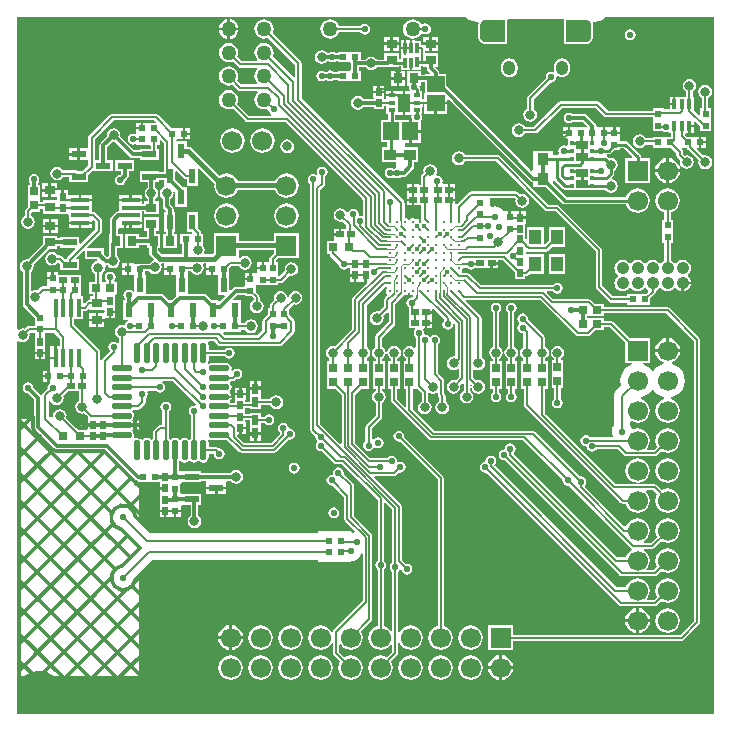
<source format=gbl>
G04 Layer_Physical_Order=4*
G04 Layer_Color=16711680*
%FSLAX43Y43*%
%MOMM*%
G71*
G01*
G75*
%ADD10C,0.180*%
%ADD16R,0.600X0.550*%
%ADD19R,0.850X0.800*%
%ADD20R,0.500X0.650*%
%ADD21R,0.550X0.600*%
%ADD22R,0.650X0.500*%
%ADD27R,1.000X0.950*%
%ADD29C,0.550*%
%ADD30C,0.175*%
%ADD31C,0.150*%
%ADD32C,0.200*%
%ADD33C,0.300*%
%ADD34C,0.400*%
%ADD35C,0.250*%
%ADD37R,0.900X0.300*%
G04:AMPARAMS|DCode=38|XSize=1.05mm|YSize=1.25mm|CornerRadius=0.525mm|HoleSize=0mm|Usage=FLASHONLY|Rotation=180.000|XOffset=0mm|YOffset=0mm|HoleType=Round|Shape=RoundedRectangle|*
%AMROUNDEDRECTD38*
21,1,1.050,0.200,0,0,180.0*
21,1,0.000,1.250,0,0,180.0*
1,1,1.050,0.000,0.100*
1,1,1.050,0.000,0.100*
1,1,1.050,0.000,-0.100*
1,1,1.050,0.000,-0.100*
%
%ADD38ROUNDEDRECTD38*%
G04:AMPARAMS|DCode=39|XSize=2.1mm|YSize=1.9mm|CornerRadius=0.494mm|HoleSize=0mm|Usage=FLASHONLY|Rotation=180.000|XOffset=0mm|YOffset=0mm|HoleType=Round|Shape=RoundedRectangle|*
%AMROUNDEDRECTD39*
21,1,2.100,0.912,0,0,180.0*
21,1,1.112,1.900,0,0,180.0*
1,1,0.988,-0.556,0.456*
1,1,0.988,0.556,0.456*
1,1,0.988,0.556,-0.456*
1,1,0.988,-0.556,-0.456*
%
%ADD39ROUNDEDRECTD39*%
%ADD40R,1.700X1.700*%
%ADD41C,1.700*%
%ADD42R,1.700X1.700*%
%ADD43C,1.050*%
%ADD44C,3.600*%
%ADD45C,0.400*%
%ADD58R,0.650X0.800*%
%ADD59C,0.800*%
%ADD60R,1.600X0.450*%
%ADD61R,0.450X1.600*%
%ADD62R,1.300X0.600*%
%ADD63O,0.550X1.750*%
%ADD64O,1.750X0.550*%
%ADD65R,0.800X0.850*%
%ADD66R,0.600X1.300*%
%ADD67R,0.800X0.650*%
%ADD68R,0.700X0.700*%
%ADD69R,0.600X0.900*%
%ADD70R,1.350X1.500*%
%ADD71R,1.500X1.350*%
%ADD72R,0.350X0.850*%
%ADD73R,0.300X0.850*%
%ADD74R,0.300X0.950*%
%ADD75C,1.270*%
%ADD76R,1.050X0.720*%
%ADD77R,0.300X0.350*%
%ADD78C,0.280*%
%ADD79R,1.050X1.300*%
%ADD80R,0.600X0.300*%
%ADD81R,1.000X1.600*%
%ADD82R,0.950X1.000*%
%ADD83C,0.125*%
%ADD84R,0.300X0.900*%
G36*
X-18200Y-2625D02*
X-19800D01*
X-19848Y-2621D01*
X-19901Y-2614D01*
X-19954Y-2599D01*
X-19997Y-2583D01*
X-20039Y-2563D01*
X-20083Y-2535D01*
X-20121Y-2506D01*
X-20160Y-2472D01*
X-20189Y-2436D01*
X-20217Y-2399D01*
X-20241Y-2358D01*
X-20261Y-2316D01*
X-20277Y-2274D01*
X-20289Y-2223D01*
X-20296Y-2178D01*
X-20300Y-2125D01*
Y-1225D01*
X-20296Y-1170D01*
X-20288Y-1125D01*
X-20276Y-1075D01*
X-20260Y-1035D01*
X-20247Y-1002D01*
X-20222Y-959D01*
X-20196Y-922D01*
X-20165Y-884D01*
X-20120Y-843D01*
X-20080Y-813D01*
X-20034Y-784D01*
X-19981Y-760D01*
X-19894Y-734D01*
X-19800Y-725D01*
X-18200D01*
Y-2625D01*
D02*
G37*
G36*
X-11352Y-729D02*
X-11299Y-736D01*
X-11246Y-751D01*
X-11203Y-767D01*
X-11161Y-787D01*
X-11117Y-815D01*
X-11079Y-844D01*
X-11040Y-878D01*
X-11011Y-914D01*
X-10983Y-951D01*
X-10959Y-992D01*
X-10939Y-1034D01*
X-10923Y-1076D01*
X-10911Y-1127D01*
X-10904Y-1172D01*
X-10900Y-1225D01*
Y-2125D01*
X-10904Y-2180D01*
X-10912Y-2225D01*
X-10924Y-2275D01*
X-10940Y-2315D01*
X-10953Y-2348D01*
X-10978Y-2391D01*
X-11004Y-2428D01*
X-11035Y-2466D01*
X-11080Y-2507D01*
X-11120Y-2537D01*
X-11166Y-2566D01*
X-11219Y-2590D01*
X-11306Y-2616D01*
X-11400Y-2625D01*
X-13000D01*
Y-725D01*
X-11400D01*
X-11352Y-729D01*
D02*
G37*
G36*
X-43500Y-21725D02*
X-43000D01*
Y-21825D01*
X-42900D01*
Y-22300D01*
X-42571D01*
X-42486Y-22367D01*
X-42475Y-22417D01*
Y-24025D01*
X-41960D01*
X-41911Y-24142D01*
X-42348Y-24579D01*
X-42475Y-24527D01*
Y-24475D01*
X-43031D01*
X-43466Y-24041D01*
X-43573Y-23969D01*
X-43700Y-23944D01*
X-45075D01*
Y-22375D01*
X-45075D01*
X-45075Y-22275D01*
X-45075D01*
Y-22005D01*
X-44779D01*
X-44689Y-22140D01*
X-44499Y-22267D01*
X-44275Y-22311D01*
X-44051Y-22267D01*
X-43860Y-22140D01*
X-43733Y-21949D01*
X-43689Y-21725D01*
X-43733Y-21501D01*
X-43754Y-21469D01*
X-43694Y-21357D01*
X-43500D01*
Y-21725D01*
D02*
G37*
G36*
X-55875Y-20050D02*
X-54637D01*
X-54589Y-20167D01*
X-55248Y-20827D01*
X-55309Y-20918D01*
X-55325Y-21000D01*
X-55453D01*
X-55702Y-20752D01*
X-55793Y-20691D01*
X-55900Y-20670D01*
X-56044D01*
X-56134Y-20535D01*
X-56324Y-20408D01*
X-56548Y-20364D01*
X-56773Y-20408D01*
X-56963Y-20535D01*
X-57090Y-20726D01*
X-57135Y-20950D01*
X-57090Y-21174D01*
X-56963Y-21365D01*
X-56773Y-21492D01*
X-56548Y-21536D01*
X-56324Y-21492D01*
X-56134Y-21365D01*
X-56105Y-21321D01*
X-55976Y-21308D01*
X-55875Y-21403D01*
Y-21950D01*
X-54225D01*
Y-21000D01*
X-54463D01*
X-54511Y-20883D01*
X-53892Y-20264D01*
X-53775Y-20312D01*
Y-21000D01*
X-52723D01*
X-52707Y-21026D01*
X-52769Y-21167D01*
X-52849Y-21183D01*
X-53040Y-21310D01*
X-53167Y-21501D01*
X-53211Y-21725D01*
X-53167Y-21949D01*
X-53040Y-22140D01*
X-52905Y-22229D01*
Y-22925D01*
X-53400D01*
Y-23925D01*
X-53105D01*
Y-24150D01*
X-53350D01*
Y-24446D01*
X-53376D01*
X-53484Y-24467D01*
X-53575Y-24528D01*
X-53773Y-24726D01*
X-53900Y-24674D01*
Y-24150D01*
X-54060D01*
X-54125Y-24050D01*
Y-23150D01*
X-54125D01*
Y-22350D01*
X-56025D01*
Y-22075D01*
X-56400D01*
Y-22575D01*
X-56500D01*
Y-22675D01*
X-56975D01*
Y-23075D01*
X-56975D01*
X-56950Y-23100D01*
Y-23295D01*
X-57350D01*
X-57350Y-23295D01*
X-57457Y-23316D01*
X-57548Y-23377D01*
X-57548Y-23377D01*
X-57792Y-23620D01*
X-57950Y-23589D01*
X-58174Y-23633D01*
X-58232Y-23672D01*
X-58344Y-23612D01*
Y-22045D01*
X-58260Y-21990D01*
X-58133Y-21799D01*
X-58089Y-21575D01*
X-58112Y-21456D01*
X-56806Y-20150D01*
X-56100D01*
Y-19906D01*
X-55875D01*
Y-20050D01*
D02*
G37*
G36*
X-44350Y-33296D02*
X-44413Y-33413D01*
X-44524Y-33391D01*
X-44699Y-33426D01*
X-44848Y-33526D01*
X-44948Y-33674D01*
X-44983Y-33850D01*
X-44948Y-34026D01*
X-44848Y-34174D01*
X-44804Y-34204D01*
Y-36222D01*
X-44847Y-36251D01*
X-44877Y-36270D01*
X-44971D01*
X-45000Y-36251D01*
X-45148Y-36152D01*
X-45324Y-36117D01*
X-45499Y-36152D01*
X-45647Y-36251D01*
X-45677Y-36270D01*
X-45771D01*
X-45800Y-36251D01*
X-45948Y-36152D01*
X-46124Y-36117D01*
X-46299Y-36152D01*
X-46447Y-36251D01*
X-46477Y-36270D01*
X-46536D01*
X-46643Y-36173D01*
Y-35290D01*
Y-33880D01*
X-46599Y-33851D01*
X-46500Y-33702D01*
X-46465Y-33526D01*
X-46500Y-33351D01*
X-46599Y-33202D01*
X-46748Y-33102D01*
X-46924Y-33067D01*
X-47099Y-33102D01*
X-47248Y-33202D01*
X-47348Y-33351D01*
X-47383Y-33526D01*
X-47348Y-33702D01*
X-47248Y-33851D01*
X-47204Y-33880D01*
Y-35010D01*
X-47365D01*
X-47472Y-35031D01*
X-47563Y-35092D01*
X-47922Y-35451D01*
X-47983Y-35542D01*
X-48004Y-35649D01*
Y-36222D01*
X-48047Y-36251D01*
X-48077Y-36270D01*
X-48171D01*
X-48200Y-36251D01*
X-48348Y-36152D01*
X-48524Y-36117D01*
X-48699Y-36152D01*
X-48847Y-36251D01*
X-48877Y-36270D01*
X-48881D01*
X-49000Y-36148D01*
Y-34350D01*
X-49510D01*
X-49590Y-34252D01*
X-49590Y-34251D01*
X-49625Y-34076D01*
X-49724Y-33928D01*
X-49742Y-33898D01*
Y-33839D01*
X-49646Y-33732D01*
X-49301D01*
X-49194Y-33710D01*
X-49103Y-33649D01*
X-48702Y-33248D01*
X-48641Y-33157D01*
X-48620Y-33050D01*
Y-32804D01*
X-48576Y-32775D01*
X-48476Y-32626D01*
X-48441Y-32450D01*
X-48476Y-32275D01*
X-48497Y-32244D01*
X-48437Y-32132D01*
X-47779D01*
X-47749Y-32176D01*
X-47601Y-32275D01*
X-47425Y-32310D01*
X-47249Y-32275D01*
X-47101Y-32176D01*
X-47001Y-32027D01*
X-46966Y-31851D01*
X-47001Y-31676D01*
X-47101Y-31527D01*
X-47203Y-31459D01*
X-47164Y-31332D01*
X-46315D01*
X-44350Y-33296D01*
D02*
G37*
G36*
X-47781Y-9341D02*
X-47829Y-9458D01*
X-48295D01*
X-48412Y-9433D01*
X-48504Y-9433D01*
X-48812D01*
Y-9908D01*
X-48912D01*
Y-10008D01*
X-49412D01*
X-49412Y-10332D01*
X-49443Y-10365D01*
X-49523Y-10421D01*
X-49675Y-10391D01*
X-49851Y-10426D01*
X-49999Y-10526D01*
X-50099Y-10674D01*
X-50134Y-10850D01*
X-50099Y-11026D01*
X-49999Y-11174D01*
X-49851Y-11274D01*
X-49675Y-11309D01*
X-49502Y-11274D01*
X-49444Y-11263D01*
X-49375Y-11300D01*
Y-11300D01*
X-48502D01*
X-48425Y-11300D01*
X-48270Y-11300D01*
X-48180Y-11390D01*
Y-11650D01*
X-49125D01*
Y-11794D01*
X-49574D01*
X-50769Y-10598D01*
X-50750Y-10500D01*
X-50794Y-10276D01*
X-50922Y-10085D01*
X-51112Y-9958D01*
X-51336Y-9914D01*
X-51560Y-9958D01*
X-51751Y-10085D01*
X-51878Y-10276D01*
X-51922Y-10500D01*
X-51903Y-10598D01*
X-52434Y-11130D01*
X-52506Y-11237D01*
X-52531Y-11364D01*
Y-12600D01*
X-52920D01*
Y-10816D01*
X-51336Y-9232D01*
X-47889D01*
X-47781Y-9341D01*
D02*
G37*
G36*
X-47050Y-21725D02*
X-46550D01*
Y-21825D01*
X-46450D01*
Y-22300D01*
X-46121D01*
X-46036Y-22367D01*
X-46025Y-22417D01*
Y-24025D01*
X-46075Y-24131D01*
X-46419Y-24475D01*
X-46656D01*
X-47091Y-24041D01*
X-47198Y-23969D01*
X-47325Y-23944D01*
X-48625D01*
Y-22392D01*
X-48625Y-22375D01*
X-48625Y-22375D01*
X-48650Y-22275D01*
X-48650Y-22275D01*
Y-22031D01*
X-48320D01*
X-48264Y-22115D01*
X-48074Y-22242D01*
X-47850Y-22286D01*
X-47626Y-22242D01*
X-47435Y-22115D01*
X-47308Y-21924D01*
X-47264Y-21700D01*
X-47307Y-21484D01*
X-47306Y-21456D01*
X-47253Y-21357D01*
X-47050D01*
Y-21725D01*
D02*
G37*
G36*
X-55880Y-27716D02*
Y-28375D01*
X-56150D01*
Y-29375D01*
X-56250D01*
Y-29475D01*
X-56675D01*
Y-30298D01*
X-56675Y-30375D01*
X-56750Y-30410D01*
Y-30900D01*
Y-31425D01*
X-56727Y-31502D01*
X-56799Y-31551D01*
X-56899Y-31699D01*
X-56934Y-31875D01*
X-56923Y-31927D01*
X-57298Y-32302D01*
X-57359Y-32393D01*
X-57369Y-32442D01*
X-57423Y-32467D01*
X-57505Y-32477D01*
X-58119Y-31863D01*
X-58151Y-31699D01*
X-58251Y-31551D01*
X-58399Y-31451D01*
X-58575Y-31416D01*
X-58751Y-31451D01*
X-58899Y-31551D01*
X-58999Y-31699D01*
X-59034Y-31875D01*
X-58999Y-32051D01*
X-58899Y-32199D01*
X-58751Y-32299D01*
X-58587Y-32331D01*
X-58051Y-32868D01*
Y-34350D01*
X-59471D01*
Y-27997D01*
X-59344Y-27929D01*
X-59249Y-27992D01*
X-59025Y-28036D01*
X-58801Y-27992D01*
X-58610Y-27865D01*
X-58483Y-27674D01*
X-58439Y-27450D01*
X-58462Y-27336D01*
X-58370Y-27230D01*
X-58000D01*
Y-27425D01*
X-58000D01*
X-57975Y-27475D01*
Y-28400D01*
X-58000D01*
Y-28825D01*
X-57100D01*
Y-28400D01*
X-57125D01*
Y-27475D01*
X-57100Y-27425D01*
X-57100D01*
Y-27230D01*
X-56366D01*
X-55880Y-27716D01*
D02*
G37*
G36*
X-37721Y-20438D02*
X-38073Y-20791D01*
X-38134Y-20882D01*
X-38155Y-20989D01*
Y-21152D01*
X-38225Y-21250D01*
X-38600D01*
Y-21750D01*
X-38700D01*
Y-21850D01*
X-39175D01*
Y-22110D01*
X-39275Y-22175D01*
X-39302Y-22175D01*
X-39650D01*
Y-22675D01*
X-39750D01*
Y-22775D01*
X-40225D01*
Y-23083D01*
X-40225Y-23175D01*
X-40216Y-23217D01*
X-40307Y-23344D01*
X-40975D01*
X-41102Y-23369D01*
X-41209Y-23441D01*
X-41408Y-23639D01*
X-41525Y-23590D01*
Y-22375D01*
X-41525D01*
X-41525Y-22275D01*
X-41525D01*
Y-21747D01*
X-41359Y-21580D01*
X-40713D01*
X-40623Y-21715D01*
X-40433Y-21842D01*
X-40209Y-21886D01*
X-39984Y-21842D01*
X-39794Y-21715D01*
X-39667Y-21524D01*
X-39622Y-21300D01*
X-39667Y-21076D01*
X-39794Y-20885D01*
X-39984Y-20758D01*
X-40209Y-20714D01*
X-40433Y-20758D01*
X-40623Y-20885D01*
X-40641Y-20889D01*
X-40751Y-20801D01*
Y-20192D01*
X-37721D01*
Y-20438D01*
D02*
G37*
G36*
X-54255Y-32996D02*
X-54390Y-33085D01*
X-54517Y-33276D01*
X-54561Y-33500D01*
X-54517Y-33724D01*
X-54390Y-33915D01*
X-54199Y-34042D01*
X-53975Y-34086D01*
X-53817Y-34055D01*
X-53639Y-34233D01*
X-53687Y-34350D01*
X-55273D01*
X-55314Y-34300D01*
X-55358Y-34076D01*
X-55485Y-33885D01*
X-55676Y-33758D01*
X-55900Y-33714D01*
X-56124Y-33758D01*
X-56315Y-33885D01*
X-56442Y-34076D01*
X-56486Y-34300D01*
X-56527Y-34350D01*
X-56820D01*
Y-33007D01*
X-56693Y-32994D01*
X-56692Y-32999D01*
X-56565Y-33190D01*
X-56374Y-33317D01*
X-56150Y-33361D01*
X-55926Y-33317D01*
X-55735Y-33190D01*
X-55608Y-32999D01*
X-55564Y-32775D01*
X-55595Y-32617D01*
X-55128Y-32150D01*
X-54255D01*
Y-32996D01*
D02*
G37*
G36*
X-529Y-59471D02*
X-59471D01*
Y-56475D01*
X-49000D01*
Y-47438D01*
X-48018Y-46456D01*
X-34000D01*
Y-46650D01*
X-31200D01*
Y-46576D01*
X-31022Y-46552D01*
X-30809Y-46464D01*
X-30626Y-46324D01*
X-30486Y-46141D01*
X-30398Y-45928D01*
X-30394Y-45899D01*
X-30382Y-45894D01*
X-30255Y-45983D01*
Y-49919D01*
X-32680Y-52345D01*
X-32735Y-52427D01*
X-32755Y-52525D01*
Y-52567D01*
X-32882Y-52592D01*
X-32915Y-52513D01*
X-33079Y-52299D01*
X-33293Y-52135D01*
X-33542Y-52031D01*
X-33810Y-51996D01*
X-34078Y-52031D01*
X-34327Y-52135D01*
X-34541Y-52299D01*
X-34705Y-52513D01*
X-34809Y-52762D01*
X-34844Y-53030D01*
X-34809Y-53298D01*
X-34705Y-53547D01*
X-34541Y-53761D01*
X-34327Y-53925D01*
X-34078Y-54029D01*
X-33810Y-54064D01*
X-33542Y-54029D01*
X-33293Y-53925D01*
X-33079Y-53761D01*
X-32915Y-53547D01*
X-32882Y-53468D01*
X-32755Y-53493D01*
Y-54340D01*
X-32735Y-54438D01*
X-32680Y-54520D01*
X-32158Y-55043D01*
X-32165Y-55053D01*
X-32269Y-55302D01*
X-32304Y-55570D01*
X-32269Y-55838D01*
X-32165Y-56087D01*
X-32001Y-56301D01*
X-31787Y-56465D01*
X-31538Y-56569D01*
X-31270Y-56604D01*
X-31002Y-56569D01*
X-30753Y-56465D01*
X-30539Y-56301D01*
X-30375Y-56087D01*
X-30271Y-55838D01*
X-30236Y-55570D01*
X-30271Y-55302D01*
X-30375Y-55053D01*
X-30539Y-54839D01*
X-30753Y-54675D01*
X-31002Y-54571D01*
X-31270Y-54536D01*
X-31538Y-54571D01*
X-31787Y-54675D01*
X-31797Y-54682D01*
X-32245Y-54234D01*
Y-53652D01*
X-32118Y-53608D01*
X-32001Y-53761D01*
X-31787Y-53925D01*
X-31538Y-54029D01*
X-31270Y-54064D01*
X-31002Y-54029D01*
X-30753Y-53925D01*
X-30539Y-53761D01*
X-30375Y-53547D01*
X-30271Y-53298D01*
X-30236Y-53030D01*
X-30271Y-52762D01*
X-30375Y-52513D01*
X-30382Y-52503D01*
X-29520Y-51640D01*
X-29465Y-51558D01*
X-29445Y-51460D01*
Y-44401D01*
X-29465Y-44303D01*
X-29520Y-44221D01*
X-30983Y-42758D01*
Y-40137D01*
X-31002Y-40040D01*
X-31057Y-39957D01*
X-31858Y-39157D01*
X-31841Y-39075D01*
X-31876Y-38899D01*
X-31976Y-38751D01*
X-32124Y-38651D01*
X-32300Y-38616D01*
X-32476Y-38651D01*
X-32624Y-38751D01*
X-32724Y-38899D01*
X-32759Y-39075D01*
X-32741Y-39163D01*
X-32849Y-39271D01*
X-32875Y-39266D01*
X-33051Y-39301D01*
X-33199Y-39401D01*
X-33299Y-39549D01*
X-33334Y-39725D01*
X-33299Y-39901D01*
X-33199Y-40049D01*
X-33051Y-40149D01*
X-32875Y-40184D01*
X-32793Y-40167D01*
X-31792Y-41168D01*
Y-42987D01*
X-31773Y-43085D01*
X-31718Y-43168D01*
X-30890Y-43996D01*
X-30930Y-44116D01*
X-30978Y-44123D01*
X-31073Y-44162D01*
X-31200Y-44077D01*
Y-44000D01*
X-34000D01*
Y-44194D01*
X-48243D01*
X-49000Y-43437D01*
Y-39875D01*
X-48375D01*
Y-39875D01*
X-48325D01*
Y-39875D01*
X-47552D01*
X-47425Y-39875D01*
Y-40300D01*
X-46975D01*
Y-40500D01*
X-47425D01*
Y-40925D01*
X-47400D01*
Y-41775D01*
X-47425D01*
Y-42200D01*
X-46975D01*
Y-42300D01*
X-46875D01*
Y-42825D01*
X-46525D01*
Y-42825D01*
X-46225D01*
Y-42325D01*
X-46125D01*
Y-42225D01*
X-45650D01*
Y-41889D01*
X-45567Y-41807D01*
X-45533Y-41800D01*
X-44816D01*
Y-42705D01*
X-44900Y-42760D01*
X-45027Y-42951D01*
X-45071Y-43175D01*
X-45027Y-43399D01*
X-44900Y-43590D01*
X-44709Y-43717D01*
X-44485Y-43761D01*
X-44261Y-43717D01*
X-44070Y-43590D01*
X-43943Y-43399D01*
X-43899Y-43175D01*
X-43943Y-42951D01*
X-44070Y-42760D01*
X-44154Y-42705D01*
Y-41800D01*
X-43910D01*
Y-40850D01*
X-45560D01*
X-45560Y-40850D01*
Y-40850D01*
X-45560Y-40850D01*
X-45675Y-40821D01*
Y-40027D01*
X-45574Y-39906D01*
X-45548Y-39900D01*
X-43910D01*
Y-39756D01*
X-43505D01*
X-43485Y-39875D01*
X-43485Y-39883D01*
Y-40275D01*
X-42635D01*
X-41785D01*
Y-39883D01*
X-41785Y-39875D01*
X-41765Y-39756D01*
X-41420D01*
X-41365Y-39840D01*
X-41174Y-39967D01*
X-40950Y-40011D01*
X-40726Y-39967D01*
X-40535Y-39840D01*
X-40408Y-39649D01*
X-40364Y-39425D01*
X-40408Y-39201D01*
X-40535Y-39010D01*
X-40726Y-38883D01*
X-40950Y-38839D01*
X-41174Y-38883D01*
X-41365Y-39010D01*
X-41420Y-39094D01*
X-43910D01*
Y-38950D01*
X-45560D01*
Y-38950D01*
X-45675Y-38950D01*
X-45792Y-38927D01*
Y-38113D01*
X-45739Y-38083D01*
X-45677D01*
X-45647Y-38101D01*
X-45499Y-38200D01*
X-45324Y-38235D01*
X-45148Y-38200D01*
X-45000Y-38101D01*
X-44971Y-38083D01*
X-44877D01*
X-44847Y-38101D01*
X-44699Y-38200D01*
X-44524Y-38235D01*
X-44348Y-38200D01*
X-44200Y-38101D01*
X-44171Y-38083D01*
X-44077D01*
X-44047Y-38101D01*
X-43899Y-38200D01*
X-43724Y-38235D01*
X-43548Y-38200D01*
X-43399Y-38101D01*
X-43300Y-37952D01*
X-43265Y-37776D01*
Y-37457D01*
X-42857D01*
X-42823Y-37626D01*
X-42724Y-37775D01*
X-42575Y-37874D01*
X-42399Y-37909D01*
X-42224Y-37874D01*
X-42075Y-37775D01*
X-41976Y-37626D01*
X-41941Y-37451D01*
X-41976Y-37275D01*
X-42075Y-37126D01*
X-42224Y-37027D01*
X-42399Y-36992D01*
X-42451Y-37002D01*
X-42476Y-36978D01*
X-42567Y-36917D01*
X-42674Y-36896D01*
X-43265D01*
Y-36576D01*
X-43300Y-36401D01*
X-43368Y-36298D01*
X-43277Y-36207D01*
X-43174Y-36275D01*
X-42999Y-36310D01*
X-41799D01*
X-41696Y-36290D01*
X-40680Y-37305D01*
X-40598Y-37360D01*
X-40500Y-37380D01*
X-37742D01*
X-37644Y-37360D01*
X-37562Y-37305D01*
X-36507Y-36251D01*
X-36425Y-36267D01*
X-36249Y-36232D01*
X-36101Y-36132D01*
X-36001Y-35984D01*
X-35966Y-35808D01*
X-36001Y-35632D01*
X-36101Y-35484D01*
X-36249Y-35384D01*
X-36425Y-35349D01*
X-36509Y-35236D01*
X-36527Y-35149D01*
X-36626Y-35001D01*
X-36775Y-34901D01*
X-36951Y-34866D01*
X-37126Y-34901D01*
X-37275Y-35001D01*
X-37375Y-35149D01*
X-37409Y-35325D01*
X-37375Y-35501D01*
X-37275Y-35649D01*
X-37223Y-35684D01*
X-37215Y-35814D01*
X-37972Y-36570D01*
X-40269D01*
X-40888Y-35952D01*
X-40841Y-35825D01*
X-40700D01*
Y-35300D01*
X-40600D01*
Y-35200D01*
X-40150D01*
Y-34775D01*
X-40175D01*
Y-34630D01*
X-39800D01*
Y-35100D01*
X-39825D01*
Y-35650D01*
X-39325D01*
X-38825D01*
Y-35100D01*
X-38850D01*
Y-34880D01*
X-38529D01*
X-38499Y-34924D01*
X-38351Y-35024D01*
X-38175Y-35059D01*
X-37999Y-35024D01*
X-37851Y-34924D01*
X-37751Y-34776D01*
X-37716Y-34600D01*
X-37751Y-34424D01*
X-37851Y-34276D01*
X-37999Y-34176D01*
X-38175Y-34141D01*
X-38351Y-34176D01*
X-38499Y-34276D01*
X-38529Y-34320D01*
X-38850D01*
Y-34025D01*
X-39800D01*
Y-34070D01*
X-40175D01*
Y-33850D01*
X-40175D01*
Y-33630D01*
X-39800D01*
Y-33675D01*
X-38850D01*
Y-33380D01*
X-38054D01*
X-37965Y-33515D01*
X-37774Y-33642D01*
X-37550Y-33686D01*
X-37326Y-33642D01*
X-37135Y-33515D01*
X-37008Y-33324D01*
X-36964Y-33100D01*
X-37008Y-32876D01*
X-37135Y-32685D01*
X-37326Y-32558D01*
X-37550Y-32514D01*
X-37774Y-32558D01*
X-37965Y-32685D01*
X-38054Y-32820D01*
X-38850D01*
Y-32600D01*
X-38825D01*
Y-32050D01*
X-39825D01*
Y-32600D01*
X-39800D01*
Y-33070D01*
X-40175D01*
Y-32925D01*
X-40150D01*
Y-32500D01*
X-41050D01*
Y-32925D01*
X-41025D01*
Y-33171D01*
X-41445D01*
X-41474Y-33127D01*
Y-33031D01*
X-41453Y-32988D01*
X-41351Y-32837D01*
X-41334Y-32751D01*
X-42399D01*
Y-32551D01*
X-41334D01*
X-41351Y-32466D01*
X-41453Y-32314D01*
X-41474Y-32272D01*
Y-32176D01*
X-41375Y-32027D01*
X-41340Y-31851D01*
X-41375Y-31676D01*
X-41474Y-31528D01*
X-41492Y-31498D01*
Y-31439D01*
X-41396Y-31332D01*
X-41226D01*
X-41119Y-31310D01*
X-41028Y-31249D01*
X-40952Y-31173D01*
X-40900Y-31184D01*
X-40724Y-31149D01*
X-40576Y-31049D01*
X-40476Y-30901D01*
X-40441Y-30725D01*
X-40476Y-30549D01*
X-40576Y-30401D01*
X-40724Y-30301D01*
X-40900Y-30266D01*
X-41076Y-30301D01*
X-41224Y-30401D01*
X-41247Y-30434D01*
X-41367Y-30385D01*
X-41340Y-30251D01*
X-41375Y-30076D01*
X-41474Y-29927D01*
X-41623Y-29827D01*
X-41799Y-29792D01*
X-42999D01*
X-43174Y-29827D01*
X-43277Y-29896D01*
X-43368Y-29804D01*
X-43300Y-29702D01*
X-43265Y-29526D01*
Y-29205D01*
X-41921D01*
X-41874Y-29274D01*
X-41726Y-29374D01*
X-41550Y-29409D01*
X-41374Y-29374D01*
X-41226Y-29274D01*
X-41126Y-29126D01*
X-41091Y-28950D01*
X-41126Y-28774D01*
X-41226Y-28626D01*
X-41374Y-28526D01*
X-41550Y-28491D01*
X-41726Y-28526D01*
X-41874Y-28626D01*
X-41921Y-28695D01*
X-43265D01*
Y-28326D01*
X-43300Y-28151D01*
X-43346Y-28082D01*
X-43278Y-27955D01*
X-42816D01*
X-42498Y-28273D01*
X-42407Y-28334D01*
X-42300Y-28355D01*
X-37250D01*
X-37143Y-28334D01*
X-37052Y-28273D01*
X-36077Y-27298D01*
X-36077Y-27298D01*
X-36016Y-27207D01*
X-35995Y-27100D01*
X-35995Y-27100D01*
Y-26278D01*
X-36016Y-26171D01*
X-36077Y-26080D01*
X-36475Y-25682D01*
Y-25197D01*
X-36083Y-24805D01*
X-35925Y-24836D01*
X-35701Y-24792D01*
X-35510Y-24665D01*
X-35383Y-24474D01*
X-35339Y-24250D01*
X-35383Y-24026D01*
X-35510Y-23835D01*
X-35701Y-23708D01*
X-35925Y-23664D01*
X-36149Y-23708D01*
X-36340Y-23835D01*
X-36467Y-24026D01*
X-36498Y-24182D01*
X-36627D01*
X-36658Y-24026D01*
X-36785Y-23835D01*
X-36976Y-23708D01*
X-37200Y-23664D01*
X-37424Y-23708D01*
X-37615Y-23835D01*
X-37742Y-24026D01*
X-37786Y-24250D01*
X-37752Y-24423D01*
X-38014Y-24686D01*
X-38072Y-24773D01*
X-38093Y-24875D01*
Y-25153D01*
X-38275D01*
Y-25682D01*
X-38648Y-26055D01*
X-38709Y-26146D01*
X-38730Y-26253D01*
Y-27009D01*
X-39166Y-27445D01*
X-41884D01*
X-42076Y-27252D01*
X-42024Y-27125D01*
X-41575D01*
Y-27125D01*
X-41525D01*
Y-27125D01*
X-40575D01*
Y-26955D01*
X-40204D01*
X-40115Y-27090D01*
X-39924Y-27217D01*
X-39700Y-27261D01*
X-39476Y-27217D01*
X-39285Y-27090D01*
X-39158Y-26899D01*
X-39114Y-26675D01*
X-39158Y-26451D01*
X-39285Y-26260D01*
X-39476Y-26133D01*
X-39700Y-26089D01*
X-39924Y-26133D01*
X-40115Y-26260D01*
X-40204Y-26395D01*
X-40575D01*
Y-26225D01*
X-40575D01*
X-40575Y-26125D01*
X-40575D01*
Y-24475D01*
X-41140D01*
X-41189Y-24358D01*
X-40838Y-24006D01*
X-40200D01*
Y-24150D01*
X-39635D01*
X-39480Y-24306D01*
Y-24454D01*
X-39640Y-24560D01*
X-39767Y-24751D01*
X-39811Y-24975D01*
X-39767Y-25199D01*
X-39640Y-25390D01*
X-39449Y-25517D01*
X-39225Y-25561D01*
X-39001Y-25517D01*
X-38810Y-25390D01*
X-38683Y-25199D01*
X-38639Y-24975D01*
X-38683Y-24751D01*
X-38810Y-24560D01*
X-38970Y-24454D01*
Y-24200D01*
X-38989Y-24102D01*
X-39045Y-24020D01*
X-39300Y-23765D01*
Y-23293D01*
X-39275Y-23175D01*
X-39150Y-23180D01*
Y-23225D01*
X-38250D01*
Y-23225D01*
X-37425D01*
Y-23030D01*
X-37200D01*
X-37093Y-23009D01*
X-37002Y-22948D01*
X-36433Y-22380D01*
X-36275Y-22411D01*
X-36051Y-22367D01*
X-35860Y-22240D01*
X-35733Y-22049D01*
X-35689Y-21825D01*
X-35733Y-21601D01*
X-35860Y-21410D01*
X-36051Y-21283D01*
X-36275Y-21239D01*
X-36499Y-21283D01*
X-36690Y-21410D01*
X-36817Y-21601D01*
X-36861Y-21825D01*
X-36830Y-21983D01*
X-37298Y-22451D01*
X-37425Y-22426D01*
X-37425Y-22275D01*
X-37425Y-22148D01*
Y-21275D01*
X-37595D01*
Y-21105D01*
X-37355Y-20865D01*
X-35671D01*
Y-18815D01*
X-37721D01*
Y-19428D01*
X-40751D01*
Y-18815D01*
X-42801D01*
Y-20375D01*
X-43018Y-20593D01*
X-43619D01*
X-43679Y-20481D01*
X-43658Y-20449D01*
X-43614Y-20225D01*
X-43658Y-20001D01*
X-43741Y-19877D01*
X-43725Y-19750D01*
X-43725D01*
X-43725Y-19750D01*
Y-18850D01*
X-43920D01*
Y-18750D01*
X-43941Y-18643D01*
X-44002Y-18552D01*
X-44200Y-18353D01*
Y-17025D01*
X-45150D01*
Y-18675D01*
X-44722D01*
X-44686Y-18723D01*
X-44710Y-18800D01*
X-44749Y-18850D01*
X-45675D01*
Y-19750D01*
X-45531D01*
Y-20593D01*
X-47264D01*
X-47568Y-20289D01*
Y-20075D01*
X-47375D01*
Y-18875D01*
X-47743D01*
Y-18600D01*
X-47525D01*
Y-17450D01*
X-48725D01*
Y-18600D01*
X-48507D01*
Y-18875D01*
X-48525D01*
Y-19119D01*
X-49175D01*
Y-18875D01*
X-50325D01*
Y-20075D01*
X-49175D01*
Y-19781D01*
X-48525D01*
Y-20075D01*
X-48332D01*
Y-20447D01*
X-48303Y-20594D01*
X-48220Y-20718D01*
X-47937Y-21002D01*
X-47978Y-21139D01*
X-48074Y-21158D01*
X-48264Y-21285D01*
X-48320Y-21369D01*
X-49000D01*
X-49032Y-21375D01*
X-49508D01*
X-49625Y-21350D01*
X-49717Y-21350D01*
X-50025D01*
Y-21825D01*
Y-22300D01*
X-49671Y-22300D01*
X-49598Y-22357D01*
X-49575Y-22406D01*
Y-23697D01*
X-49702Y-23736D01*
X-49726Y-23701D01*
X-49874Y-23601D01*
X-50050Y-23566D01*
X-50226Y-23601D01*
X-50374Y-23701D01*
X-50474Y-23849D01*
X-50509Y-24025D01*
X-50474Y-24201D01*
X-50381Y-24339D01*
Y-24475D01*
X-50525D01*
Y-26125D01*
X-50118D01*
X-50101Y-26251D01*
X-50249Y-26351D01*
X-50340Y-26486D01*
X-50354Y-26502D01*
X-50492Y-26569D01*
X-50649Y-26538D01*
X-50873Y-26582D01*
X-51063Y-26709D01*
X-51190Y-26899D01*
X-51235Y-27124D01*
X-51190Y-27348D01*
X-51063Y-27538D01*
X-50904Y-27645D01*
Y-28059D01*
X-51031Y-28105D01*
X-51149Y-28026D01*
X-51325Y-27991D01*
X-51501Y-28026D01*
X-51649Y-28126D01*
X-51749Y-28274D01*
X-51784Y-28450D01*
X-51749Y-28626D01*
X-51649Y-28774D01*
X-51649Y-28778D01*
X-52266Y-29394D01*
X-52327Y-29485D01*
X-52343Y-29566D01*
X-52470Y-29553D01*
Y-28825D01*
X-52491Y-28718D01*
X-52552Y-28627D01*
X-54670Y-26509D01*
Y-26100D01*
X-53900D01*
Y-25405D01*
X-53775D01*
X-53668Y-25384D01*
X-53577Y-25323D01*
X-53467Y-25214D01*
X-53350Y-25262D01*
Y-25300D01*
X-52150D01*
X-52100Y-25406D01*
Y-25408D01*
X-52125Y-25525D01*
X-52227Y-25525D01*
X-52650D01*
Y-26025D01*
X-52111D01*
X-52100Y-25975D01*
X-51998Y-25975D01*
X-51750D01*
Y-25450D01*
X-51650D01*
Y-25350D01*
X-51200D01*
Y-24925D01*
X-51225D01*
Y-24052D01*
X-51225Y-24000D01*
X-51129Y-23925D01*
X-51050D01*
Y-22925D01*
X-51227D01*
X-51251Y-22892D01*
X-51283Y-22798D01*
X-51201Y-22676D01*
X-51166Y-22500D01*
X-51201Y-22324D01*
X-51301Y-22176D01*
X-51449Y-22076D01*
X-51625Y-22041D01*
X-51801Y-22076D01*
X-51949Y-22176D01*
X-52049Y-22324D01*
X-52084Y-22500D01*
X-52049Y-22676D01*
X-51967Y-22798D01*
X-51999Y-22892D01*
X-52023Y-22925D01*
X-52200Y-22925D01*
X-52255D01*
X-52345Y-22835D01*
Y-22229D01*
X-52210Y-22140D01*
X-52083Y-21949D01*
X-52039Y-21725D01*
X-52060Y-21619D01*
X-52009Y-21552D01*
X-51963Y-21515D01*
X-51831Y-21528D01*
X-51790Y-21590D01*
X-51599Y-21717D01*
X-51375Y-21761D01*
X-51151Y-21717D01*
X-50960Y-21590D01*
X-50833Y-21399D01*
X-50789Y-21175D01*
X-50833Y-20951D01*
X-50960Y-20760D01*
X-51044Y-20705D01*
Y-20075D01*
X-50575D01*
Y-18875D01*
X-50969D01*
Y-18449D01*
X-50900Y-18350D01*
X-50000D01*
Y-17925D01*
X-49900D01*
Y-17825D01*
X-48900D01*
Y-17500D01*
X-48925D01*
Y-16956D01*
X-48725D01*
Y-17200D01*
X-47525D01*
Y-16050D01*
X-47794D01*
Y-15895D01*
X-47710Y-15840D01*
X-47583Y-15649D01*
X-47539Y-15425D01*
X-47583Y-15201D01*
X-47710Y-15010D01*
X-47794Y-14955D01*
Y-14500D01*
X-47475D01*
Y-14281D01*
X-47050D01*
X-47050Y-14758D01*
X-47051Y-14779D01*
X-47075Y-14892D01*
X-47245Y-15005D01*
X-47372Y-15196D01*
X-47416Y-15420D01*
X-47372Y-15644D01*
X-47245Y-15835D01*
X-47181Y-15877D01*
Y-16500D01*
X-47156Y-16627D01*
X-47084Y-16734D01*
X-46921Y-16898D01*
X-46941Y-17025D01*
X-47050D01*
Y-18675D01*
X-46906D01*
Y-18875D01*
X-47125D01*
Y-20075D01*
X-45975D01*
Y-18875D01*
X-46244D01*
Y-18675D01*
X-46100D01*
Y-17025D01*
X-46244D01*
Y-16775D01*
X-46269Y-16648D01*
X-46341Y-16541D01*
X-46519Y-16363D01*
Y-15903D01*
X-46415Y-15835D01*
X-46288Y-15644D01*
X-46244Y-15420D01*
X-46261Y-15333D01*
X-46184Y-15230D01*
X-46100Y-15305D01*
Y-16575D01*
X-45150D01*
Y-14925D01*
X-45456D01*
X-46100Y-14281D01*
Y-13587D01*
X-45983Y-13539D01*
X-45373Y-14148D01*
X-45282Y-14209D01*
X-45175Y-14230D01*
X-45150D01*
Y-14775D01*
X-44200D01*
Y-13357D01*
X-44083Y-13308D01*
X-42789Y-14602D01*
X-42810Y-14760D01*
X-42775Y-15028D01*
X-42671Y-15277D01*
X-42507Y-15491D01*
X-42293Y-15655D01*
X-42044Y-15759D01*
X-41776Y-15794D01*
X-41508Y-15759D01*
X-41259Y-15655D01*
X-41045Y-15491D01*
X-40881Y-15277D01*
X-40812Y-15112D01*
X-37660D01*
X-37591Y-15277D01*
X-37427Y-15491D01*
X-37213Y-15655D01*
X-36964Y-15759D01*
X-36696Y-15794D01*
X-36428Y-15759D01*
X-36179Y-15655D01*
X-35965Y-15491D01*
X-35801Y-15277D01*
X-35697Y-15028D01*
X-35662Y-14760D01*
X-35697Y-14492D01*
X-35801Y-14243D01*
X-35965Y-14029D01*
X-36179Y-13865D01*
X-36428Y-13761D01*
X-36696Y-13726D01*
X-36964Y-13761D01*
X-37213Y-13865D01*
X-37427Y-14029D01*
X-37591Y-14243D01*
X-37635Y-14348D01*
X-40837D01*
X-40881Y-14243D01*
X-41045Y-14029D01*
X-41259Y-13865D01*
X-41508Y-13761D01*
X-41776Y-13726D01*
X-42044Y-13761D01*
X-42293Y-13865D01*
X-42379Y-13931D01*
X-44730Y-11580D01*
X-44854Y-11497D01*
X-45000Y-11468D01*
X-45150D01*
Y-11025D01*
X-46029D01*
X-46053Y-10898D01*
X-46031Y-10877D01*
X-45943Y-10830D01*
X-45850Y-10850D01*
X-45758Y-10850D01*
X-45450D01*
Y-10375D01*
Y-9900D01*
X-45758D01*
X-45850Y-9900D01*
X-45967Y-9925D01*
X-46403D01*
X-47575Y-8753D01*
X-47666Y-8693D01*
X-47773Y-8671D01*
X-51452D01*
X-51559Y-8693D01*
X-51650Y-8753D01*
X-53398Y-10502D01*
X-53459Y-10593D01*
X-53480Y-10700D01*
Y-11625D01*
X-54200D01*
Y-12125D01*
Y-12625D01*
X-53480D01*
Y-13059D01*
X-53972Y-13550D01*
X-54378D01*
X-54379Y-13550D01*
X-54470Y-13489D01*
X-54577Y-13468D01*
X-55602D01*
X-55691Y-13333D01*
X-55882Y-13206D01*
X-56106Y-13162D01*
X-56330Y-13206D01*
X-56520Y-13333D01*
X-56648Y-13524D01*
X-56692Y-13748D01*
X-56648Y-13972D01*
X-56520Y-14162D01*
X-56330Y-14290D01*
X-56106Y-14334D01*
X-55882Y-14290D01*
X-55691Y-14162D01*
X-55602Y-14028D01*
X-55125D01*
Y-14500D01*
X-53475D01*
Y-13847D01*
X-53134Y-13505D01*
X-53025Y-13550D01*
Y-13550D01*
X-51375D01*
Y-12600D01*
X-51869D01*
Y-11501D01*
X-51434Y-11067D01*
X-51336Y-11086D01*
X-51238Y-11067D01*
X-49945Y-12359D01*
X-49838Y-12431D01*
X-49711Y-12456D01*
X-49125D01*
Y-12600D01*
X-47475D01*
Y-11650D01*
X-47620D01*
Y-11300D01*
X-47425D01*
Y-10940D01*
X-47308Y-10891D01*
X-47043Y-11156D01*
Y-13125D01*
X-47050D01*
Y-13619D01*
X-47475D01*
Y-13550D01*
X-49125D01*
Y-14500D01*
X-48456D01*
Y-14955D01*
X-48540Y-15010D01*
X-48667Y-15201D01*
X-48711Y-15425D01*
X-48667Y-15649D01*
X-48540Y-15840D01*
X-48456Y-15895D01*
Y-16050D01*
X-48725D01*
Y-16294D01*
X-48900D01*
Y-16075D01*
X-49900D01*
X-50900D01*
Y-16400D01*
X-50875D01*
Y-16944D01*
X-50925D01*
X-51052Y-16969D01*
X-51159Y-17041D01*
X-51534Y-17416D01*
X-51606Y-17523D01*
X-51631Y-17650D01*
Y-18875D01*
X-51725D01*
Y-20075D01*
X-51706D01*
Y-20705D01*
X-51790Y-20760D01*
X-51909Y-20772D01*
X-52125Y-20556D01*
Y-20050D01*
X-53513D01*
X-53561Y-19933D01*
X-52402Y-18773D01*
X-52341Y-18682D01*
X-52320Y-18575D01*
Y-17725D01*
X-52341Y-17618D01*
X-52402Y-17527D01*
X-52852Y-17077D01*
X-52943Y-17016D01*
X-53050Y-16995D01*
X-53175D01*
Y-16400D01*
X-53150D01*
Y-16075D01*
X-54150D01*
Y-15975D01*
X-54250D01*
Y-15550D01*
X-55150D01*
X-55200Y-15444D01*
Y-15175D01*
X-55550D01*
Y-15700D01*
X-55750D01*
Y-15175D01*
X-56100Y-15175D01*
X-56125Y-15058D01*
Y-14575D01*
X-56650D01*
Y-15175D01*
Y-15775D01*
X-56125Y-15775D01*
X-56100Y-15892D01*
Y-15894D01*
X-56150Y-16000D01*
X-57350D01*
Y-16168D01*
X-57485D01*
X-57575Y-16078D01*
X-57575Y-15875D01*
X-57575Y-15748D01*
Y-14675D01*
X-57698D01*
X-57733Y-14548D01*
X-57651Y-14426D01*
X-57616Y-14250D01*
X-57651Y-14074D01*
X-57751Y-13926D01*
X-57899Y-13826D01*
X-58075Y-13791D01*
X-58251Y-13826D01*
X-58399Y-13926D01*
X-58499Y-14074D01*
X-58534Y-14250D01*
X-58499Y-14426D01*
X-58417Y-14548D01*
X-58451Y-14675D01*
X-58575D01*
Y-15748D01*
X-58575Y-15825D01*
X-58575Y-15952D01*
Y-16553D01*
X-58773Y-16752D01*
X-58834Y-16843D01*
X-58855Y-16950D01*
Y-17346D01*
X-58990Y-17435D01*
X-59117Y-17626D01*
X-59161Y-17850D01*
X-59117Y-18074D01*
X-58990Y-18265D01*
X-58799Y-18392D01*
X-58575Y-18436D01*
X-58351Y-18392D01*
X-58160Y-18265D01*
X-58033Y-18074D01*
X-57989Y-17850D01*
X-58033Y-17626D01*
X-58160Y-17435D01*
X-58295Y-17346D01*
Y-17066D01*
X-58253Y-17025D01*
X-57575D01*
Y-16729D01*
X-57350D01*
Y-17150D01*
X-56150D01*
Y-17150D01*
X-56075Y-17150D01*
Y-17150D01*
X-55225D01*
X-55125Y-17215D01*
Y-17500D01*
X-55150D01*
Y-17825D01*
X-54150D01*
X-53150D01*
Y-17737D01*
X-53033Y-17689D01*
X-52880Y-17841D01*
Y-18459D01*
X-54108Y-19686D01*
X-54225Y-19638D01*
Y-19100D01*
X-55875D01*
Y-19244D01*
X-56100D01*
Y-19000D01*
X-57300D01*
Y-19706D01*
X-58598Y-21004D01*
X-58675Y-20989D01*
X-58899Y-21033D01*
X-59090Y-21160D01*
X-59217Y-21351D01*
X-59261Y-21575D01*
X-59217Y-21799D01*
X-59090Y-21990D01*
X-59006Y-22045D01*
Y-24825D01*
X-58981Y-24952D01*
X-58909Y-25059D01*
X-58000Y-25969D01*
Y-26425D01*
X-58000D01*
Y-26475D01*
X-58000D01*
Y-26670D01*
X-58525D01*
X-58632Y-26691D01*
X-58723Y-26752D01*
X-58867Y-26895D01*
X-59025Y-26864D01*
X-59249Y-26908D01*
X-59344Y-26971D01*
X-59471Y-26903D01*
Y-529D01*
X-21477D01*
X-21235Y-715D01*
X-20928Y-842D01*
X-20599Y-885D01*
X-20525Y-876D01*
X-20436Y-992D01*
X-20458Y-1044D01*
X-20466Y-1107D01*
X-20472Y-1139D01*
X-20471Y-1148D01*
X-20474Y-1157D01*
X-20476Y-1180D01*
X-20481Y-1219D01*
Y-2131D01*
X-20475Y-2172D01*
X-20474Y-2191D01*
X-20472Y-2198D01*
X-20472Y-2205D01*
X-20465Y-2250D01*
X-20465Y-2252D01*
X-20458Y-2306D01*
X-20434Y-2363D01*
X-20428Y-2380D01*
X-20426Y-2382D01*
X-20423Y-2390D01*
X-20422Y-2393D01*
X-20419Y-2399D01*
X-20390Y-2468D01*
X-20283Y-2608D01*
X-20143Y-2715D01*
X-19981Y-2783D01*
X-19928Y-2790D01*
X-19924Y-2791D01*
X-19871Y-2798D01*
X-19868Y-2798D01*
X-19866Y-2798D01*
X-19863Y-2799D01*
X-19852Y-2800D01*
X-19806Y-2806D01*
X-18694D01*
X-18676Y-2803D01*
X-18200D01*
X-18132Y-2790D01*
X-18074Y-2751D01*
X-18035Y-2693D01*
X-18022Y-2625D01*
Y-2149D01*
X-18019Y-2131D01*
Y-1219D01*
X-18022Y-1201D01*
Y-725D01*
X-17969Y-661D01*
X-13231D01*
X-13178Y-725D01*
Y-1201D01*
X-13181Y-1219D01*
Y-2131D01*
X-13178Y-2149D01*
Y-2625D01*
X-13165Y-2693D01*
X-13126Y-2751D01*
X-13068Y-2790D01*
X-13000Y-2803D01*
X-12524D01*
X-12506Y-2806D01*
X-11394D01*
X-11335Y-2798D01*
X-11289Y-2794D01*
X-11279Y-2791D01*
X-11219Y-2783D01*
X-11148Y-2753D01*
X-11145Y-2753D01*
X-11135Y-2748D01*
X-11057Y-2715D01*
X-10917Y-2608D01*
X-10810Y-2468D01*
X-10742Y-2306D01*
X-10734Y-2243D01*
X-10728Y-2211D01*
X-10729Y-2202D01*
X-10726Y-2193D01*
X-10724Y-2170D01*
X-10719Y-2131D01*
Y-1219D01*
X-10725Y-1178D01*
X-10726Y-1159D01*
X-10728Y-1152D01*
X-10728Y-1145D01*
X-10735Y-1100D01*
X-10735Y-1098D01*
X-10742Y-1044D01*
X-10766Y-987D01*
X-10726Y-912D01*
X-10675Y-876D01*
X-10600Y-885D01*
X-10271Y-842D01*
X-9964Y-715D01*
X-9722Y-529D01*
X-529D01*
Y-59471D01*
D02*
G37*
%LPC*%
G36*
X-43100Y-21925D02*
X-43500D01*
Y-22300D01*
X-43100D01*
Y-21925D01*
D02*
G37*
G36*
X-56600Y-22075D02*
X-56975D01*
Y-22475D01*
X-56600D01*
Y-22075D01*
D02*
G37*
G36*
X-49012Y-9433D02*
X-49412D01*
Y-9808D01*
X-49012D01*
Y-9433D01*
D02*
G37*
G36*
X-46650Y-21925D02*
X-47050D01*
Y-22300D01*
X-46650D01*
Y-21925D01*
D02*
G37*
G36*
X-56950Y-31000D02*
X-57350D01*
Y-31375D01*
X-56950D01*
Y-31000D01*
D02*
G37*
G36*
Y-30425D02*
X-57350D01*
Y-30800D01*
X-56950D01*
Y-30425D01*
D02*
G37*
G36*
X-57100Y-29025D02*
X-57450D01*
Y-29450D01*
X-57100D01*
Y-29025D01*
D02*
G37*
G36*
X-56350Y-28375D02*
X-56675D01*
Y-29275D01*
X-56350D01*
Y-28375D01*
D02*
G37*
G36*
X-57650Y-29025D02*
X-58000D01*
Y-29450D01*
X-57650D01*
Y-29025D01*
D02*
G37*
G36*
X-39850Y-22175D02*
X-40225D01*
Y-22575D01*
X-39850D01*
Y-22175D01*
D02*
G37*
G36*
X-38800Y-21250D02*
X-39175D01*
Y-21650D01*
X-38800D01*
Y-21250D01*
D02*
G37*
G36*
X-38825Y-31300D02*
X-39225D01*
Y-31850D01*
X-38825D01*
Y-31300D01*
D02*
G37*
G36*
X-18950Y-24667D02*
X-19126Y-24702D01*
X-19274Y-24802D01*
X-19374Y-24951D01*
X-19409Y-25126D01*
X-19374Y-25302D01*
X-19274Y-25451D01*
X-19205Y-25497D01*
Y-28378D01*
X-19365Y-28485D01*
X-19492Y-28675D01*
X-19536Y-28900D01*
X-19492Y-29124D01*
X-19365Y-29314D01*
X-19218Y-29412D01*
Y-29600D01*
X-19450D01*
Y-30673D01*
X-19450Y-30750D01*
X-19450Y-30877D01*
Y-31950D01*
X-19230D01*
Y-32296D01*
X-19274Y-32326D01*
X-19374Y-32475D01*
X-19409Y-32650D01*
X-19374Y-32826D01*
X-19274Y-32975D01*
X-19126Y-33074D01*
X-18950Y-33109D01*
X-18774Y-33074D01*
X-18626Y-32975D01*
X-18526Y-32826D01*
X-18491Y-32650D01*
X-18526Y-32475D01*
X-18626Y-32326D01*
X-18670Y-32296D01*
Y-31950D01*
X-18450D01*
Y-30877D01*
X-18450Y-30800D01*
X-18450Y-30673D01*
Y-29600D01*
X-18682D01*
Y-29412D01*
X-18535Y-29314D01*
X-18408Y-29124D01*
X-18364Y-28900D01*
X-18408Y-28675D01*
X-18535Y-28485D01*
X-18695Y-28378D01*
Y-25497D01*
X-18626Y-25451D01*
X-18526Y-25302D01*
X-18491Y-25126D01*
X-18526Y-24951D01*
X-18626Y-24802D01*
X-18774Y-24702D01*
X-18950Y-24667D01*
D02*
G37*
G36*
X-13750Y-28313D02*
X-13974Y-28358D01*
X-14164Y-28485D01*
X-14291Y-28675D01*
X-14336Y-28900D01*
X-14291Y-29124D01*
X-14164Y-29314D01*
X-14030Y-29404D01*
Y-29575D01*
X-14250D01*
Y-30648D01*
X-14250Y-30725D01*
X-14250Y-30852D01*
Y-31925D01*
X-14030D01*
Y-32821D01*
X-14074Y-32850D01*
X-14174Y-32999D01*
X-14209Y-33175D01*
X-14174Y-33350D01*
X-14074Y-33499D01*
X-13925Y-33599D01*
X-13750Y-33634D01*
X-13574Y-33599D01*
X-13425Y-33499D01*
X-13326Y-33350D01*
X-13291Y-33175D01*
X-13326Y-32999D01*
X-13425Y-32850D01*
X-13469Y-32821D01*
Y-31925D01*
X-13250D01*
Y-30852D01*
X-13250Y-30775D01*
X-13250Y-30648D01*
Y-29575D01*
X-13469D01*
Y-29404D01*
X-13335Y-29314D01*
X-13208Y-29124D01*
X-13164Y-28900D01*
X-13208Y-28675D01*
X-13335Y-28485D01*
X-13525Y-28358D01*
X-13750Y-28313D01*
D02*
G37*
G36*
X-40150Y-35400D02*
X-40500D01*
Y-35825D01*
X-40150D01*
Y-35400D01*
D02*
G37*
G36*
X-17650Y-24667D02*
X-17826Y-24702D01*
X-17974Y-24802D01*
X-18074Y-24951D01*
X-18109Y-25126D01*
X-18074Y-25302D01*
X-17974Y-25451D01*
X-17905Y-25497D01*
Y-28378D01*
X-18065Y-28485D01*
X-18192Y-28675D01*
X-18236Y-28900D01*
X-18192Y-29124D01*
X-18065Y-29314D01*
X-17930Y-29404D01*
Y-29600D01*
X-18150D01*
Y-30673D01*
X-18150Y-30750D01*
X-18150Y-30877D01*
Y-31950D01*
X-17930D01*
Y-32296D01*
X-17974Y-32326D01*
X-18074Y-32475D01*
X-18109Y-32650D01*
X-18074Y-32826D01*
X-17974Y-32975D01*
X-17826Y-33074D01*
X-17650Y-33109D01*
X-17474Y-33074D01*
X-17326Y-32975D01*
X-17226Y-32826D01*
X-17191Y-32650D01*
X-17226Y-32475D01*
X-17326Y-32326D01*
X-17370Y-32296D01*
Y-31950D01*
X-17150D01*
Y-30877D01*
X-17150Y-30800D01*
X-17150Y-30673D01*
Y-29600D01*
X-17370D01*
Y-29404D01*
X-17235Y-29314D01*
X-17108Y-29124D01*
X-17064Y-28900D01*
X-17108Y-28675D01*
X-17235Y-28485D01*
X-17395Y-28378D01*
Y-25497D01*
X-17326Y-25451D01*
X-17226Y-25302D01*
X-17191Y-25126D01*
X-17226Y-24951D01*
X-17326Y-24802D01*
X-17474Y-24702D01*
X-17650Y-24667D01*
D02*
G37*
G36*
X-39425Y-31300D02*
X-39825D01*
Y-31850D01*
X-39425D01*
Y-31300D01*
D02*
G37*
G36*
X-40150Y-31875D02*
X-40500D01*
Y-32300D01*
X-40150D01*
Y-31875D01*
D02*
G37*
G36*
X-40700D02*
X-41050D01*
Y-32300D01*
X-40700D01*
Y-31875D01*
D02*
G37*
G36*
X-22100Y-11864D02*
X-22324Y-11908D01*
X-22515Y-12035D01*
X-22642Y-12226D01*
X-22686Y-12450D01*
X-22642Y-12674D01*
X-22515Y-12865D01*
X-22324Y-12992D01*
X-22100Y-13036D01*
X-21876Y-12992D01*
X-21685Y-12865D01*
X-21587Y-12718D01*
X-18921D01*
X-14789Y-16849D01*
X-14702Y-16907D01*
X-14600Y-16928D01*
X-13914D01*
X-10493Y-20349D01*
Y-23364D01*
X-10472Y-23466D01*
X-10414Y-23553D01*
X-9378Y-24589D01*
X-9291Y-24647D01*
X-9189Y-24668D01*
X-7825D01*
Y-24850D01*
X-6952D01*
X-6875Y-24850D01*
X-6748Y-24850D01*
X-5875D01*
Y-24303D01*
X-5511Y-23939D01*
X-5453Y-23852D01*
X-5432Y-23750D01*
Y-23657D01*
X-5347Y-23621D01*
X-5201Y-23509D01*
X-5144Y-23435D01*
X-4986D01*
X-4929Y-23509D01*
X-4783Y-23621D01*
X-4613Y-23692D01*
X-4430Y-23716D01*
X-4247Y-23692D01*
X-4077Y-23621D01*
X-3931Y-23509D01*
X-3891Y-23457D01*
X-3731D01*
X-3677Y-23527D01*
X-3526Y-23643D01*
X-3349Y-23716D01*
X-3260Y-23728D01*
Y-23010D01*
X-3160D01*
Y-22910D01*
X-2442D01*
X-2454Y-22821D01*
X-2527Y-22644D01*
X-2643Y-22493D01*
X-2713Y-22439D01*
Y-22279D01*
X-2661Y-22239D01*
X-2549Y-22093D01*
X-2478Y-21923D01*
X-2454Y-21740D01*
X-2478Y-21557D01*
X-2549Y-21387D01*
X-2661Y-21241D01*
X-2807Y-21129D01*
X-2977Y-21058D01*
X-3160Y-21034D01*
X-3343Y-21058D01*
X-3513Y-21129D01*
X-3659Y-21241D01*
X-3716Y-21315D01*
X-3874D01*
X-3931Y-21241D01*
X-4077Y-21129D01*
X-4139Y-21103D01*
Y-19600D01*
X-3969D01*
Y-18727D01*
X-3969Y-18650D01*
X-3969Y-18523D01*
Y-17650D01*
X-4139D01*
Y-17019D01*
X-3913Y-16925D01*
X-3699Y-16761D01*
X-3535Y-16547D01*
X-3431Y-16298D01*
X-3396Y-16030D01*
X-3431Y-15762D01*
X-3535Y-15513D01*
X-3699Y-15299D01*
X-3913Y-15135D01*
X-4162Y-15031D01*
X-4430Y-14996D01*
X-4698Y-15031D01*
X-4947Y-15135D01*
X-5161Y-15299D01*
X-5325Y-15513D01*
X-5429Y-15762D01*
X-5464Y-16030D01*
X-5429Y-16298D01*
X-5325Y-16547D01*
X-5161Y-16761D01*
X-4947Y-16925D01*
X-4700Y-17028D01*
Y-17650D01*
X-4869D01*
Y-18523D01*
X-4869Y-18600D01*
X-4869Y-18727D01*
Y-19600D01*
X-4700D01*
Y-21094D01*
X-4783Y-21129D01*
X-4929Y-21241D01*
X-4986Y-21315D01*
X-5144D01*
X-5201Y-21241D01*
X-5347Y-21129D01*
X-5517Y-21058D01*
X-5700Y-21034D01*
X-5883Y-21058D01*
X-6053Y-21129D01*
X-6199Y-21241D01*
X-6256Y-21315D01*
X-6414D01*
X-6471Y-21241D01*
X-6617Y-21129D01*
X-6787Y-21058D01*
X-6970Y-21034D01*
X-7153Y-21058D01*
X-7323Y-21129D01*
X-7469Y-21241D01*
X-7526Y-21315D01*
X-7684D01*
X-7741Y-21241D01*
X-7887Y-21129D01*
X-8057Y-21058D01*
X-8240Y-21034D01*
X-8423Y-21058D01*
X-8593Y-21129D01*
X-8739Y-21241D01*
X-8851Y-21387D01*
X-8922Y-21557D01*
X-8946Y-21740D01*
X-8922Y-21923D01*
X-8851Y-22093D01*
X-8739Y-22239D01*
X-8665Y-22296D01*
Y-22454D01*
X-8739Y-22511D01*
X-8851Y-22657D01*
X-8922Y-22827D01*
X-8946Y-23010D01*
X-8922Y-23193D01*
X-8851Y-23363D01*
X-8739Y-23509D01*
X-8593Y-23621D01*
X-8423Y-23692D01*
X-8240Y-23716D01*
X-8057Y-23692D01*
X-7887Y-23621D01*
X-7741Y-23509D01*
X-7684Y-23435D01*
X-7526D01*
X-7469Y-23509D01*
X-7323Y-23621D01*
X-7153Y-23692D01*
X-6970Y-23716D01*
X-6787Y-23692D01*
X-6617Y-23621D01*
X-6471Y-23509D01*
X-6414Y-23435D01*
X-6256D01*
X-6199Y-23509D01*
X-6096Y-23588D01*
X-6068Y-23739D01*
X-6279Y-23950D01*
X-6748D01*
X-6825Y-23950D01*
X-6952Y-23950D01*
X-7825D01*
Y-24132D01*
X-9078D01*
X-9957Y-23253D01*
Y-20238D01*
X-9978Y-20136D01*
X-10036Y-20049D01*
X-13614Y-16471D01*
X-13701Y-16413D01*
X-13803Y-16393D01*
X-14489D01*
X-18621Y-12261D01*
X-18708Y-12203D01*
X-18810Y-12182D01*
X-21587D01*
X-21685Y-12035D01*
X-21876Y-11908D01*
X-22100Y-11864D01*
D02*
G37*
G36*
X-30975Y-22475D02*
X-31325D01*
Y-22900D01*
X-30975D01*
Y-22475D01*
D02*
G37*
G36*
X-13075Y-20575D02*
X-14475D01*
Y-22225D01*
X-13075D01*
Y-20575D01*
D02*
G37*
G36*
X-50225Y-21925D02*
X-50625D01*
Y-22300D01*
X-50225D01*
Y-21925D01*
D02*
G37*
G36*
X-24375Y-26500D02*
X-24800D01*
Y-26850D01*
X-24375D01*
Y-26500D01*
D02*
G37*
G36*
X-52850Y-26225D02*
X-53375D01*
Y-26725D01*
X-52850D01*
Y-26225D01*
D02*
G37*
G36*
X-4530Y-27684D02*
X-4704Y-27707D01*
X-4960Y-27813D01*
X-5179Y-27981D01*
X-5347Y-28200D01*
X-5453Y-28456D01*
X-5476Y-28630D01*
X-4530D01*
Y-27684D01*
D02*
G37*
G36*
X-4330D02*
Y-28630D01*
X-3384D01*
X-3407Y-28456D01*
X-3513Y-28200D01*
X-3681Y-27981D01*
X-3900Y-27813D01*
X-4156Y-27707D01*
X-4330Y-27684D01*
D02*
G37*
G36*
X-51200Y-25550D02*
X-51550D01*
Y-25975D01*
X-51200D01*
Y-25550D01*
D02*
G37*
G36*
X-2442Y-23110D02*
X-3060D01*
Y-23728D01*
X-2971Y-23716D01*
X-2794Y-23643D01*
X-2643Y-23527D01*
X-2527Y-23376D01*
X-2454Y-23199D01*
X-2442Y-23110D01*
D02*
G37*
G36*
X-52125Y-26225D02*
X-52650D01*
Y-26725D01*
X-52125D01*
Y-26225D01*
D02*
G37*
G36*
X-52850Y-25525D02*
X-53375D01*
Y-26025D01*
X-52850D01*
Y-25525D01*
D02*
G37*
G36*
X-41530Y-53130D02*
X-42476D01*
X-42453Y-53304D01*
X-42347Y-53560D01*
X-42179Y-53779D01*
X-41960Y-53947D01*
X-41704Y-54053D01*
X-41530Y-54076D01*
Y-53130D01*
D02*
G37*
G36*
X-40384D02*
X-41330D01*
Y-54076D01*
X-41156Y-54053D01*
X-40900Y-53947D01*
X-40681Y-53779D01*
X-40513Y-53560D01*
X-40407Y-53304D01*
X-40384Y-53130D01*
D02*
G37*
G36*
X-18670Y-54524D02*
X-18844Y-54547D01*
X-19100Y-54653D01*
X-19319Y-54821D01*
X-19487Y-55040D01*
X-19593Y-55296D01*
X-19616Y-55470D01*
X-18670D01*
Y-54524D01*
D02*
G37*
G36*
X-18470D02*
Y-55470D01*
X-17524D01*
X-17547Y-55296D01*
X-17653Y-55040D01*
X-17821Y-54821D01*
X-18040Y-54653D01*
X-18296Y-54547D01*
X-18470Y-54524D01*
D02*
G37*
G36*
X-38890Y-51996D02*
X-39158Y-52031D01*
X-39407Y-52135D01*
X-39621Y-52299D01*
X-39785Y-52513D01*
X-39889Y-52762D01*
X-39924Y-53030D01*
X-39889Y-53298D01*
X-39785Y-53547D01*
X-39621Y-53761D01*
X-39407Y-53925D01*
X-39158Y-54029D01*
X-38890Y-54064D01*
X-38622Y-54029D01*
X-38373Y-53925D01*
X-38159Y-53761D01*
X-37995Y-53547D01*
X-37891Y-53298D01*
X-37856Y-53030D01*
X-37891Y-52762D01*
X-37995Y-52513D01*
X-38159Y-52299D01*
X-38373Y-52135D01*
X-38622Y-52031D01*
X-38890Y-51996D01*
D02*
G37*
G36*
X-21110D02*
X-21378Y-52031D01*
X-21627Y-52135D01*
X-21841Y-52299D01*
X-22005Y-52513D01*
X-22109Y-52762D01*
X-22144Y-53030D01*
X-22109Y-53298D01*
X-22005Y-53547D01*
X-21841Y-53761D01*
X-21627Y-53925D01*
X-21378Y-54029D01*
X-21110Y-54064D01*
X-20842Y-54029D01*
X-20593Y-53925D01*
X-20379Y-53761D01*
X-20215Y-53547D01*
X-20111Y-53298D01*
X-20076Y-53030D01*
X-20111Y-52762D01*
X-20215Y-52513D01*
X-20379Y-52299D01*
X-20593Y-52135D01*
X-20842Y-52031D01*
X-21110Y-51996D01*
D02*
G37*
G36*
X-41530Y-51984D02*
X-41704Y-52007D01*
X-41960Y-52113D01*
X-42179Y-52281D01*
X-42347Y-52500D01*
X-42453Y-52756D01*
X-42476Y-52930D01*
X-41530D01*
Y-51984D01*
D02*
G37*
G36*
X-36350Y-51996D02*
X-36618Y-52031D01*
X-36867Y-52135D01*
X-37081Y-52299D01*
X-37245Y-52513D01*
X-37349Y-52762D01*
X-37384Y-53030D01*
X-37349Y-53298D01*
X-37245Y-53547D01*
X-37081Y-53761D01*
X-36867Y-53925D01*
X-36618Y-54029D01*
X-36350Y-54064D01*
X-36082Y-54029D01*
X-35833Y-53925D01*
X-35619Y-53761D01*
X-35455Y-53547D01*
X-35351Y-53298D01*
X-35316Y-53030D01*
X-35351Y-52762D01*
X-35455Y-52513D01*
X-35619Y-52299D01*
X-35833Y-52135D01*
X-36082Y-52031D01*
X-36350Y-51996D01*
D02*
G37*
G36*
X-27190Y-35541D02*
X-27366Y-35576D01*
X-27514Y-35676D01*
X-27614Y-35824D01*
X-27649Y-36000D01*
X-27614Y-36176D01*
X-27514Y-36324D01*
X-27366Y-36424D01*
X-27190Y-36459D01*
X-27108Y-36443D01*
X-23905Y-39646D01*
Y-52030D01*
X-23918Y-52031D01*
X-24167Y-52135D01*
X-24381Y-52299D01*
X-24545Y-52513D01*
X-24649Y-52762D01*
X-24684Y-53030D01*
X-24649Y-53298D01*
X-24545Y-53547D01*
X-24381Y-53761D01*
X-24167Y-53925D01*
X-23918Y-54029D01*
X-23650Y-54064D01*
X-23382Y-54029D01*
X-23133Y-53925D01*
X-22919Y-53761D01*
X-22755Y-53547D01*
X-22651Y-53298D01*
X-22616Y-53030D01*
X-22651Y-52762D01*
X-22755Y-52513D01*
X-22919Y-52299D01*
X-23133Y-52135D01*
X-23382Y-52031D01*
X-23395Y-52030D01*
Y-39540D01*
X-23415Y-39442D01*
X-23470Y-39360D01*
X-26747Y-36082D01*
X-26731Y-36000D01*
X-26766Y-35824D01*
X-26866Y-35676D01*
X-27014Y-35576D01*
X-27190Y-35541D01*
D02*
G37*
G36*
X-41430Y-54536D02*
X-41698Y-54571D01*
X-41947Y-54675D01*
X-42161Y-54839D01*
X-42325Y-55053D01*
X-42429Y-55302D01*
X-42464Y-55570D01*
X-42429Y-55838D01*
X-42325Y-56087D01*
X-42161Y-56301D01*
X-41947Y-56465D01*
X-41698Y-56569D01*
X-41430Y-56604D01*
X-41162Y-56569D01*
X-40913Y-56465D01*
X-40699Y-56301D01*
X-40535Y-56087D01*
X-40431Y-55838D01*
X-40396Y-55570D01*
X-40431Y-55302D01*
X-40535Y-55053D01*
X-40699Y-54839D01*
X-40913Y-54675D01*
X-41162Y-54571D01*
X-41430Y-54536D01*
D02*
G37*
G36*
X-38890D02*
X-39158Y-54571D01*
X-39407Y-54675D01*
X-39621Y-54839D01*
X-39785Y-55053D01*
X-39889Y-55302D01*
X-39924Y-55570D01*
X-39889Y-55838D01*
X-39785Y-56087D01*
X-39621Y-56301D01*
X-39407Y-56465D01*
X-39158Y-56569D01*
X-38890Y-56604D01*
X-38622Y-56569D01*
X-38373Y-56465D01*
X-38159Y-56301D01*
X-37995Y-56087D01*
X-37891Y-55838D01*
X-37856Y-55570D01*
X-37891Y-55302D01*
X-37995Y-55053D01*
X-38159Y-54839D01*
X-38373Y-54675D01*
X-38622Y-54571D01*
X-38890Y-54536D01*
D02*
G37*
G36*
X-18670Y-55670D02*
X-19616D01*
X-19593Y-55844D01*
X-19487Y-56100D01*
X-19319Y-56319D01*
X-19100Y-56487D01*
X-18844Y-56593D01*
X-18670Y-56616D01*
Y-55670D01*
D02*
G37*
G36*
X-17524D02*
X-18470D01*
Y-56616D01*
X-18296Y-56593D01*
X-18040Y-56487D01*
X-17821Y-56319D01*
X-17653Y-56100D01*
X-17547Y-55844D01*
X-17524Y-55670D01*
D02*
G37*
G36*
X-36350Y-54536D02*
X-36618Y-54571D01*
X-36867Y-54675D01*
X-37081Y-54839D01*
X-37245Y-55053D01*
X-37349Y-55302D01*
X-37384Y-55570D01*
X-37349Y-55838D01*
X-37245Y-56087D01*
X-37081Y-56301D01*
X-36867Y-56465D01*
X-36618Y-56569D01*
X-36350Y-56604D01*
X-36082Y-56569D01*
X-35833Y-56465D01*
X-35619Y-56301D01*
X-35455Y-56087D01*
X-35351Y-55838D01*
X-35316Y-55570D01*
X-35351Y-55302D01*
X-35455Y-55053D01*
X-35619Y-54839D01*
X-35833Y-54675D01*
X-36082Y-54571D01*
X-36350Y-54536D01*
D02*
G37*
G36*
X-23650D02*
X-23918Y-54571D01*
X-24167Y-54675D01*
X-24381Y-54839D01*
X-24545Y-55053D01*
X-24649Y-55302D01*
X-24684Y-55570D01*
X-24649Y-55838D01*
X-24545Y-56087D01*
X-24381Y-56301D01*
X-24167Y-56465D01*
X-23918Y-56569D01*
X-23650Y-56604D01*
X-23382Y-56569D01*
X-23133Y-56465D01*
X-22919Y-56301D01*
X-22755Y-56087D01*
X-22651Y-55838D01*
X-22616Y-55570D01*
X-22651Y-55302D01*
X-22755Y-55053D01*
X-22919Y-54839D01*
X-23133Y-54675D01*
X-23382Y-54571D01*
X-23650Y-54536D01*
D02*
G37*
G36*
X-21110D02*
X-21378Y-54571D01*
X-21627Y-54675D01*
X-21841Y-54839D01*
X-22005Y-55053D01*
X-22109Y-55302D01*
X-22144Y-55570D01*
X-22109Y-55838D01*
X-22005Y-56087D01*
X-21841Y-56301D01*
X-21627Y-56465D01*
X-21378Y-56569D01*
X-21110Y-56604D01*
X-20842Y-56569D01*
X-20593Y-56465D01*
X-20379Y-56301D01*
X-20215Y-56087D01*
X-20111Y-55838D01*
X-20076Y-55570D01*
X-20111Y-55302D01*
X-20215Y-55053D01*
X-20379Y-54839D01*
X-20593Y-54675D01*
X-20842Y-54571D01*
X-21110Y-54536D01*
D02*
G37*
G36*
X-33810D02*
X-34078Y-54571D01*
X-34327Y-54675D01*
X-34541Y-54839D01*
X-34705Y-55053D01*
X-34809Y-55302D01*
X-34844Y-55570D01*
X-34809Y-55838D01*
X-34705Y-56087D01*
X-34541Y-56301D01*
X-34327Y-56465D01*
X-34078Y-56569D01*
X-33810Y-56604D01*
X-33542Y-56569D01*
X-33293Y-56465D01*
X-33079Y-56301D01*
X-32915Y-56087D01*
X-32811Y-55838D01*
X-32776Y-55570D01*
X-32811Y-55302D01*
X-32915Y-55053D01*
X-33079Y-54839D01*
X-33293Y-54675D01*
X-33542Y-54571D01*
X-33810Y-54536D01*
D02*
G37*
G36*
X-26190D02*
X-26458Y-54571D01*
X-26707Y-54675D01*
X-26921Y-54839D01*
X-27085Y-55053D01*
X-27189Y-55302D01*
X-27224Y-55570D01*
X-27189Y-55838D01*
X-27085Y-56087D01*
X-26921Y-56301D01*
X-26707Y-56465D01*
X-26458Y-56569D01*
X-26190Y-56604D01*
X-25922Y-56569D01*
X-25673Y-56465D01*
X-25459Y-56301D01*
X-25295Y-56087D01*
X-25191Y-55838D01*
X-25156Y-55570D01*
X-25191Y-55302D01*
X-25295Y-55053D01*
X-25459Y-54839D01*
X-25673Y-54675D01*
X-25922Y-54571D01*
X-26190Y-54536D01*
D02*
G37*
G36*
X-42735Y-40475D02*
X-43485D01*
Y-40875D01*
X-42735D01*
Y-40475D01*
D02*
G37*
G36*
X-41785D02*
X-42535D01*
Y-40875D01*
X-41785D01*
Y-40475D01*
D02*
G37*
G36*
X-45650Y-42425D02*
X-46025D01*
Y-42825D01*
X-45650D01*
Y-42425D01*
D02*
G37*
G36*
X-16700Y-25591D02*
X-16876Y-25626D01*
X-17024Y-25726D01*
X-17124Y-25874D01*
X-17159Y-26050D01*
X-17124Y-26226D01*
X-17024Y-26374D01*
Y-26463D01*
X-17037Y-26519D01*
X-17125Y-26651D01*
X-17160Y-26826D01*
X-17125Y-27002D01*
X-17025Y-27151D01*
X-16876Y-27250D01*
X-16701Y-27285D01*
X-16630Y-27401D01*
Y-28396D01*
X-16765Y-28485D01*
X-16892Y-28675D01*
X-16936Y-28900D01*
X-16892Y-29124D01*
X-16765Y-29314D01*
X-16630Y-29404D01*
Y-29600D01*
X-16850D01*
Y-30673D01*
X-16850Y-30750D01*
X-16850Y-30877D01*
Y-31950D01*
X-16605D01*
Y-33350D01*
X-16586Y-33448D01*
X-16530Y-33530D01*
X-16455Y-33581D01*
X-8425Y-41610D01*
X-8343Y-41665D01*
X-8245Y-41685D01*
X-7970D01*
X-7969Y-41698D01*
X-7865Y-41947D01*
X-7701Y-42161D01*
X-7487Y-42325D01*
X-7238Y-42429D01*
X-6970Y-42464D01*
X-6702Y-42429D01*
X-6453Y-42325D01*
X-6239Y-42161D01*
X-6075Y-41947D01*
X-5971Y-41698D01*
X-5936Y-41430D01*
X-5971Y-41162D01*
X-6075Y-40913D01*
X-6233Y-40707D01*
X-6223Y-40653D01*
X-6199Y-40580D01*
X-5641D01*
X-5318Y-40903D01*
X-5325Y-40913D01*
X-5429Y-41162D01*
X-5464Y-41430D01*
X-5429Y-41698D01*
X-5325Y-41947D01*
X-5161Y-42161D01*
X-4947Y-42325D01*
X-4698Y-42429D01*
X-4430Y-42464D01*
X-4162Y-42429D01*
X-3913Y-42325D01*
X-3699Y-42161D01*
X-3535Y-41947D01*
X-3431Y-41698D01*
X-3396Y-41430D01*
X-3431Y-41162D01*
X-3535Y-40913D01*
X-3699Y-40699D01*
X-3913Y-40535D01*
X-4162Y-40431D01*
X-4430Y-40396D01*
X-4698Y-40431D01*
X-4947Y-40535D01*
X-4957Y-40542D01*
X-5355Y-40145D01*
X-5437Y-40090D01*
X-5535Y-40070D01*
X-8820D01*
X-14795Y-34095D01*
Y-31950D01*
X-14550D01*
Y-30877D01*
X-14550Y-30800D01*
X-14550Y-30673D01*
Y-29600D01*
X-14770D01*
Y-29404D01*
X-14635Y-29314D01*
X-14508Y-29124D01*
X-14464Y-28900D01*
X-14508Y-28675D01*
X-14635Y-28485D01*
X-14770Y-28396D01*
Y-27700D01*
X-14791Y-27593D01*
X-14852Y-27502D01*
X-16252Y-26102D01*
X-16241Y-26050D01*
X-16276Y-25874D01*
X-16376Y-25726D01*
X-16524Y-25626D01*
X-16700Y-25591D01*
D02*
G37*
G36*
X-6970Y-37856D02*
X-7238Y-37891D01*
X-7487Y-37995D01*
X-7701Y-38159D01*
X-7865Y-38373D01*
X-7969Y-38622D01*
X-8004Y-38890D01*
X-7969Y-39158D01*
X-7865Y-39407D01*
X-7701Y-39621D01*
X-7487Y-39785D01*
X-7238Y-39889D01*
X-6970Y-39924D01*
X-6702Y-39889D01*
X-6453Y-39785D01*
X-6239Y-39621D01*
X-6075Y-39407D01*
X-5971Y-39158D01*
X-5936Y-38890D01*
X-5971Y-38622D01*
X-6075Y-38373D01*
X-6239Y-38159D01*
X-6453Y-37995D01*
X-6702Y-37891D01*
X-6970Y-37856D01*
D02*
G37*
G36*
X-39425Y-35850D02*
X-39825D01*
Y-36400D01*
X-39425D01*
Y-35850D01*
D02*
G37*
G36*
X-38825D02*
X-39225D01*
Y-36400D01*
X-38825D01*
Y-35850D01*
D02*
G37*
G36*
X-4430Y-37856D02*
X-4698Y-37891D01*
X-4947Y-37995D01*
X-5161Y-38159D01*
X-5325Y-38373D01*
X-5429Y-38622D01*
X-5464Y-38890D01*
X-5429Y-39158D01*
X-5325Y-39407D01*
X-5161Y-39621D01*
X-4947Y-39785D01*
X-4698Y-39889D01*
X-4430Y-39924D01*
X-4162Y-39889D01*
X-3913Y-39785D01*
X-3699Y-39621D01*
X-3535Y-39407D01*
X-3431Y-39158D01*
X-3396Y-38890D01*
X-3431Y-38622D01*
X-3535Y-38373D01*
X-3699Y-38159D01*
X-3913Y-37995D01*
X-4162Y-37891D01*
X-4430Y-37856D01*
D02*
G37*
G36*
X-36036Y-38227D02*
X-36211Y-38262D01*
X-36360Y-38361D01*
X-36460Y-38510D01*
X-36495Y-38686D01*
X-36460Y-38861D01*
X-36360Y-39010D01*
X-36211Y-39110D01*
X-36036Y-39145D01*
X-35860Y-39110D01*
X-35711Y-39010D01*
X-35612Y-38861D01*
X-35577Y-38686D01*
X-35612Y-38510D01*
X-35711Y-38361D01*
X-35860Y-38262D01*
X-36036Y-38227D01*
D02*
G37*
G36*
X-7070Y-51690D02*
X-8016D01*
X-7993Y-51864D01*
X-7887Y-52120D01*
X-7719Y-52339D01*
X-7500Y-52507D01*
X-7244Y-52613D01*
X-7070Y-52636D01*
Y-51690D01*
D02*
G37*
G36*
X-4430Y-50556D02*
X-4698Y-50591D01*
X-4947Y-50695D01*
X-5161Y-50859D01*
X-5325Y-51073D01*
X-5429Y-51322D01*
X-5464Y-51590D01*
X-5429Y-51858D01*
X-5325Y-52107D01*
X-5161Y-52321D01*
X-4947Y-52485D01*
X-4698Y-52589D01*
X-4430Y-52624D01*
X-4162Y-52589D01*
X-3913Y-52485D01*
X-3699Y-52321D01*
X-3535Y-52107D01*
X-3431Y-51858D01*
X-3396Y-51590D01*
X-3431Y-51322D01*
X-3535Y-51073D01*
X-3699Y-50859D01*
X-3913Y-50695D01*
X-4162Y-50591D01*
X-4430Y-50556D01*
D02*
G37*
G36*
X-41330Y-51984D02*
Y-52930D01*
X-40384D01*
X-40407Y-52756D01*
X-40513Y-52500D01*
X-40681Y-52281D01*
X-40900Y-52113D01*
X-41156Y-52007D01*
X-41330Y-51984D01*
D02*
G37*
G36*
X-5924Y-51690D02*
X-6870D01*
Y-52636D01*
X-6696Y-52613D01*
X-6440Y-52507D01*
X-6221Y-52339D01*
X-6053Y-52120D01*
X-5947Y-51864D01*
X-5924Y-51690D01*
D02*
G37*
G36*
X-7070Y-50544D02*
X-7244Y-50567D01*
X-7500Y-50673D01*
X-7719Y-50841D01*
X-7887Y-51060D01*
X-7993Y-51316D01*
X-8016Y-51490D01*
X-7070D01*
Y-50544D01*
D02*
G37*
G36*
X-32700Y-42016D02*
X-32876Y-42051D01*
X-33024Y-42151D01*
X-33124Y-42299D01*
X-33159Y-42475D01*
X-33124Y-42651D01*
X-33024Y-42799D01*
X-32876Y-42899D01*
X-32700Y-42934D01*
X-32524Y-42899D01*
X-32376Y-42799D01*
X-32276Y-42651D01*
X-32241Y-42475D01*
X-32276Y-42299D01*
X-32376Y-42151D01*
X-32524Y-42051D01*
X-32700Y-42016D01*
D02*
G37*
G36*
X-47075Y-42400D02*
X-47425D01*
Y-42825D01*
X-47075D01*
Y-42400D01*
D02*
G37*
G36*
X-6870Y-50544D02*
Y-51490D01*
X-5924D01*
X-5947Y-51316D01*
X-6053Y-51060D01*
X-6221Y-50841D01*
X-6440Y-50673D01*
X-6696Y-50567D01*
X-6870Y-50544D01*
D02*
G37*
G36*
X-19405Y-37641D02*
X-19581Y-37676D01*
X-19729Y-37776D01*
X-19829Y-37924D01*
X-19864Y-38100D01*
X-19976Y-38186D01*
X-20051Y-38201D01*
X-20199Y-38301D01*
X-20299Y-38449D01*
X-20334Y-38625D01*
X-20299Y-38801D01*
X-20199Y-38949D01*
X-20051Y-39049D01*
X-19875Y-39084D01*
X-19793Y-39068D01*
X-8555Y-50305D01*
X-8473Y-50361D01*
X-8375Y-50380D01*
X-5505D01*
X-5407Y-50361D01*
X-5325Y-50305D01*
X-4957Y-49938D01*
X-4947Y-49945D01*
X-4698Y-50049D01*
X-4430Y-50084D01*
X-4162Y-50049D01*
X-3913Y-49945D01*
X-3699Y-49781D01*
X-3535Y-49567D01*
X-3431Y-49318D01*
X-3396Y-49050D01*
X-3431Y-48782D01*
X-3535Y-48533D01*
X-3699Y-48319D01*
X-3913Y-48155D01*
X-4162Y-48051D01*
X-4430Y-48016D01*
X-4698Y-48051D01*
X-4947Y-48155D01*
X-5161Y-48319D01*
X-5325Y-48533D01*
X-5429Y-48782D01*
X-5464Y-49050D01*
X-5429Y-49318D01*
X-5325Y-49567D01*
X-5318Y-49577D01*
X-5611Y-49870D01*
X-6159D01*
X-6210Y-49743D01*
X-6075Y-49567D01*
X-5971Y-49318D01*
X-5936Y-49050D01*
X-5971Y-48782D01*
X-6075Y-48533D01*
X-6239Y-48319D01*
X-6453Y-48155D01*
X-6702Y-48051D01*
X-6970Y-48016D01*
X-7238Y-48051D01*
X-7487Y-48155D01*
X-7701Y-48319D01*
X-7865Y-48533D01*
X-7969Y-48782D01*
X-7970Y-48795D01*
X-8739D01*
X-19083Y-38451D01*
X-19081Y-38424D01*
X-18981Y-38276D01*
X-18946Y-38100D01*
X-18981Y-37924D01*
X-19081Y-37776D01*
X-19229Y-37676D01*
X-19405Y-37641D01*
D02*
G37*
G36*
X-18800Y-21400D02*
X-19225D01*
Y-21750D01*
X-18800D01*
Y-21400D01*
D02*
G37*
G36*
X-28450Y-6300D02*
X-28800D01*
Y-6725D01*
X-28450D01*
Y-6300D01*
D02*
G37*
G36*
X-27375Y-5800D02*
X-27875D01*
Y-6325D01*
X-27375D01*
Y-5800D01*
D02*
G37*
G36*
X-27875Y-6750D02*
X-28275D01*
Y-7000D01*
X-27875D01*
Y-6750D01*
D02*
G37*
G36*
X-29000Y-6300D02*
X-29350D01*
Y-6725D01*
X-29000D01*
Y-6300D01*
D02*
G37*
G36*
X-26675Y-5800D02*
X-27175D01*
Y-6325D01*
X-26675D01*
Y-5800D01*
D02*
G37*
G36*
X-27375Y-5075D02*
X-27875D01*
Y-5600D01*
X-27375D01*
Y-5075D01*
D02*
G37*
G36*
X-26675D02*
X-27175D01*
Y-5600D01*
X-26675D01*
Y-5075D01*
D02*
G37*
G36*
X-17825Y-3994D02*
X-18008Y-4018D01*
X-18178Y-4089D01*
X-18324Y-4201D01*
X-18436Y-4347D01*
X-18507Y-4517D01*
X-18531Y-4700D01*
Y-4900D01*
X-18507Y-5083D01*
X-18436Y-5253D01*
X-18324Y-5399D01*
X-18178Y-5511D01*
X-18008Y-5582D01*
X-17825Y-5606D01*
X-17642Y-5582D01*
X-17472Y-5511D01*
X-17326Y-5399D01*
X-17214Y-5253D01*
X-17143Y-5083D01*
X-17119Y-4900D01*
Y-4700D01*
X-17143Y-4517D01*
X-17214Y-4347D01*
X-17326Y-4201D01*
X-17472Y-4089D01*
X-17642Y-4018D01*
X-17825Y-3994D01*
D02*
G37*
G36*
X-38600Y-683D02*
X-38811Y-711D01*
X-39008Y-792D01*
X-39178Y-922D01*
X-39308Y-1092D01*
X-39389Y-1289D01*
X-39417Y-1500D01*
X-39389Y-1711D01*
X-39308Y-1908D01*
X-39178Y-2078D01*
X-39008Y-2208D01*
X-38811Y-2289D01*
X-38600Y-2317D01*
X-38389Y-2289D01*
X-38260Y-2236D01*
X-35980Y-4516D01*
Y-5557D01*
X-36098Y-5606D01*
X-37864Y-3840D01*
X-37811Y-3711D01*
X-37783Y-3500D01*
X-37811Y-3289D01*
X-37892Y-3092D01*
X-38022Y-2922D01*
X-38192Y-2792D01*
X-38389Y-2711D01*
X-38600Y-2683D01*
X-38811Y-2711D01*
X-39008Y-2792D01*
X-39178Y-2922D01*
X-39308Y-3092D01*
X-39389Y-3289D01*
X-39417Y-3500D01*
X-39389Y-3711D01*
X-39308Y-3908D01*
X-39178Y-4078D01*
X-39158Y-4093D01*
X-39201Y-4220D01*
X-40484D01*
X-40864Y-3840D01*
X-40811Y-3711D01*
X-40783Y-3500D01*
X-40811Y-3289D01*
X-40892Y-3092D01*
X-41022Y-2922D01*
X-41192Y-2792D01*
X-41389Y-2711D01*
X-41600Y-2683D01*
X-41811Y-2711D01*
X-42008Y-2792D01*
X-42178Y-2922D01*
X-42308Y-3092D01*
X-42389Y-3289D01*
X-42417Y-3500D01*
X-42389Y-3711D01*
X-42308Y-3908D01*
X-42178Y-4078D01*
X-42008Y-4208D01*
X-41811Y-4289D01*
X-41600Y-4317D01*
X-41389Y-4289D01*
X-41260Y-4236D01*
X-40798Y-4698D01*
X-40707Y-4759D01*
X-40600Y-4780D01*
X-39201D01*
X-39158Y-4907D01*
X-39178Y-4922D01*
X-39308Y-5091D01*
X-39389Y-5289D01*
X-39417Y-5500D01*
X-39389Y-5711D01*
X-39308Y-5908D01*
X-39185Y-6068D01*
X-39200Y-6143D01*
X-39217Y-6195D01*
X-40509D01*
X-40864Y-5840D01*
X-40811Y-5711D01*
X-40783Y-5500D01*
X-40811Y-5289D01*
X-40892Y-5091D01*
X-41022Y-4922D01*
X-41192Y-4792D01*
X-41389Y-4711D01*
X-41600Y-4683D01*
X-41811Y-4711D01*
X-42008Y-4792D01*
X-42178Y-4922D01*
X-42308Y-5091D01*
X-42389Y-5289D01*
X-42417Y-5500D01*
X-42389Y-5711D01*
X-42308Y-5908D01*
X-42178Y-6078D01*
X-42008Y-6208D01*
X-41811Y-6289D01*
X-41600Y-6317D01*
X-41389Y-6289D01*
X-41260Y-6236D01*
X-40823Y-6673D01*
X-40732Y-6734D01*
X-40625Y-6755D01*
X-40625Y-6755D01*
X-39169D01*
X-39126Y-6882D01*
X-39178Y-6922D01*
X-39308Y-7091D01*
X-39389Y-7289D01*
X-39417Y-7500D01*
X-39389Y-7711D01*
X-39308Y-7909D01*
X-39178Y-8078D01*
X-39008Y-8208D01*
X-38811Y-8289D01*
X-38600Y-8317D01*
X-38389Y-8289D01*
X-38370Y-8281D01*
X-38343Y-8288D01*
X-38236Y-8363D01*
X-38211Y-8488D01*
X-38112Y-8637D01*
X-37991Y-8718D01*
X-38020Y-8845D01*
X-39859D01*
X-40864Y-7840D01*
X-40811Y-7711D01*
X-40783Y-7500D01*
X-40811Y-7289D01*
X-40892Y-7091D01*
X-41022Y-6922D01*
X-41192Y-6792D01*
X-41389Y-6711D01*
X-41600Y-6683D01*
X-41811Y-6711D01*
X-42008Y-6792D01*
X-42178Y-6922D01*
X-42308Y-7091D01*
X-42389Y-7289D01*
X-42417Y-7500D01*
X-42389Y-7711D01*
X-42308Y-7909D01*
X-42178Y-8078D01*
X-42008Y-8208D01*
X-41811Y-8289D01*
X-41600Y-8317D01*
X-41389Y-8289D01*
X-41260Y-8236D01*
X-40173Y-9323D01*
X-40082Y-9384D01*
X-39975Y-9405D01*
X-36756D01*
X-30193Y-15969D01*
Y-17329D01*
X-30305Y-17389D01*
X-30324Y-17376D01*
X-30500Y-17341D01*
X-30577Y-17227D01*
X-30566Y-17175D01*
X-30601Y-16999D01*
X-30701Y-16851D01*
X-30849Y-16751D01*
X-31025Y-16716D01*
X-31201Y-16751D01*
X-31349Y-16851D01*
X-31449Y-16999D01*
X-31454Y-17025D01*
X-31582Y-17026D01*
X-31584Y-17025D01*
X-31710Y-16835D01*
X-31901Y-16708D01*
X-32125Y-16664D01*
X-32349Y-16708D01*
X-32540Y-16835D01*
X-32667Y-17026D01*
X-32711Y-17250D01*
X-32667Y-17474D01*
X-32540Y-17665D01*
X-32349Y-17792D01*
X-32125Y-17836D01*
X-31967Y-17805D01*
X-31630Y-18141D01*
Y-18450D01*
X-32050D01*
Y-18900D01*
X-32150D01*
Y-19000D01*
X-32675D01*
Y-19350D01*
X-32675D01*
X-32680Y-19475D01*
X-33300D01*
Y-20525D01*
X-33051D01*
X-33034Y-20610D01*
X-32973Y-20701D01*
X-32302Y-21373D01*
X-32312Y-21425D01*
X-32277Y-21601D01*
X-32178Y-21749D01*
X-32029Y-21849D01*
X-31853Y-21884D01*
X-31678Y-21849D01*
X-31529Y-21749D01*
X-31499Y-21705D01*
X-31300D01*
Y-21850D01*
X-31325D01*
Y-22275D01*
X-30875D01*
Y-22375D01*
X-30775D01*
Y-22900D01*
X-30100D01*
Y-22375D01*
X-29900D01*
Y-22947D01*
X-29871Y-23017D01*
X-31060Y-24206D01*
X-31118Y-24293D01*
X-31138Y-24395D01*
Y-26879D01*
X-32607Y-28348D01*
X-32780Y-28313D01*
X-33004Y-28358D01*
X-33194Y-28485D01*
X-33321Y-28675D01*
X-33366Y-28900D01*
X-33321Y-29124D01*
X-33194Y-29314D01*
X-33060Y-29404D01*
Y-29600D01*
X-33280D01*
Y-30673D01*
X-33280Y-30750D01*
X-33280Y-30877D01*
Y-31950D01*
X-32565D01*
X-32030Y-32485D01*
Y-36567D01*
X-32147Y-36616D01*
X-33824Y-34939D01*
Y-15109D01*
X-33495Y-14780D01*
X-33440Y-14698D01*
X-33420Y-14600D01*
Y-13996D01*
X-33351Y-13949D01*
X-33251Y-13801D01*
X-33216Y-13625D01*
X-33251Y-13449D01*
X-33351Y-13301D01*
X-33499Y-13201D01*
X-33675Y-13166D01*
X-33851Y-13201D01*
X-33999Y-13301D01*
X-34099Y-13449D01*
X-34134Y-13625D01*
X-34105Y-13770D01*
X-34184Y-13842D01*
X-34208Y-13854D01*
X-34249Y-13826D01*
X-34425Y-13791D01*
X-34601Y-13826D01*
X-34749Y-13926D01*
X-34849Y-14074D01*
X-34884Y-14250D01*
X-34849Y-14426D01*
X-34749Y-14574D01*
X-34680Y-14621D01*
Y-35428D01*
X-34660Y-35526D01*
X-34605Y-35609D01*
X-34244Y-35970D01*
X-34260Y-36052D01*
X-34226Y-36227D01*
X-34126Y-36376D01*
X-34099Y-36394D01*
Y-36471D01*
X-34199Y-36620D01*
X-34234Y-36796D01*
X-34199Y-36971D01*
X-34099Y-37120D01*
X-33951Y-37220D01*
X-33775Y-37255D01*
X-33693Y-37238D01*
X-32676Y-38255D01*
X-32593Y-38310D01*
X-32496Y-38330D01*
X-32006D01*
X-28985Y-41351D01*
Y-46534D01*
X-29054Y-46581D01*
X-29154Y-46729D01*
X-29189Y-46905D01*
X-29154Y-47081D01*
X-29054Y-47229D01*
X-28985Y-47276D01*
Y-52030D01*
X-28998Y-52031D01*
X-29247Y-52135D01*
X-29461Y-52299D01*
X-29625Y-52513D01*
X-29729Y-52762D01*
X-29764Y-53030D01*
X-29729Y-53298D01*
X-29625Y-53547D01*
X-29461Y-53761D01*
X-29247Y-53925D01*
X-28998Y-54029D01*
X-28730Y-54064D01*
X-28462Y-54029D01*
X-28213Y-53925D01*
X-27999Y-53761D01*
X-27882Y-53608D01*
X-27755Y-53652D01*
Y-54234D01*
X-28203Y-54682D01*
X-28213Y-54675D01*
X-28462Y-54571D01*
X-28730Y-54536D01*
X-28998Y-54571D01*
X-29247Y-54675D01*
X-29461Y-54839D01*
X-29625Y-55053D01*
X-29729Y-55302D01*
X-29764Y-55570D01*
X-29729Y-55838D01*
X-29625Y-56087D01*
X-29461Y-56301D01*
X-29247Y-56465D01*
X-28998Y-56569D01*
X-28730Y-56604D01*
X-28462Y-56569D01*
X-28213Y-56465D01*
X-27999Y-56301D01*
X-27835Y-56087D01*
X-27731Y-55838D01*
X-27696Y-55570D01*
X-27731Y-55302D01*
X-27835Y-55053D01*
X-27842Y-55043D01*
X-27320Y-54520D01*
X-27265Y-54438D01*
X-27245Y-54340D01*
Y-53493D01*
X-27118Y-53468D01*
X-27085Y-53547D01*
X-26921Y-53761D01*
X-26707Y-53925D01*
X-26458Y-54029D01*
X-26190Y-54064D01*
X-25922Y-54029D01*
X-25673Y-53925D01*
X-25459Y-53761D01*
X-25295Y-53547D01*
X-25191Y-53298D01*
X-25156Y-53030D01*
X-25191Y-52762D01*
X-25295Y-52513D01*
X-25459Y-52299D01*
X-25673Y-52135D01*
X-25922Y-52031D01*
X-26190Y-51996D01*
X-26458Y-52031D01*
X-26707Y-52135D01*
X-26921Y-52299D01*
X-27085Y-52513D01*
X-27118Y-52592D01*
X-27245Y-52567D01*
Y-47446D01*
X-27176Y-47399D01*
X-27084Y-47262D01*
X-27030Y-47262D01*
X-26955Y-47281D01*
X-26927Y-47426D01*
X-26827Y-47574D01*
X-26678Y-47674D01*
X-26503Y-47709D01*
X-26327Y-47674D01*
X-26178Y-47574D01*
X-26079Y-47426D01*
X-26044Y-47250D01*
X-26079Y-47074D01*
X-26178Y-46926D01*
X-26327Y-46826D01*
X-26503Y-46791D01*
X-26585Y-46807D01*
X-26908Y-46484D01*
Y-41960D01*
X-26928Y-41863D01*
X-26983Y-41780D01*
X-29291Y-39472D01*
X-29242Y-39355D01*
X-27575D01*
X-27477Y-39335D01*
X-27395Y-39280D01*
X-27157Y-39042D01*
X-27075Y-39059D01*
X-26899Y-39024D01*
X-26751Y-38924D01*
X-26651Y-38776D01*
X-26616Y-38600D01*
X-26651Y-38424D01*
X-26751Y-38276D01*
X-26899Y-38176D01*
X-27075Y-38141D01*
X-27226Y-38171D01*
X-27308Y-38120D01*
X-27344Y-38086D01*
X-27376Y-37924D01*
X-27476Y-37776D01*
X-27624Y-37676D01*
X-27800Y-37641D01*
X-27976Y-37676D01*
X-28124Y-37776D01*
X-28171Y-37845D01*
X-29644D01*
X-30914Y-36576D01*
Y-32470D01*
X-30394Y-31950D01*
X-29680D01*
Y-30877D01*
X-29680Y-30800D01*
X-29680Y-30673D01*
Y-29600D01*
X-29912D01*
Y-29412D01*
X-29765Y-29314D01*
X-29638Y-29124D01*
X-29594Y-28900D01*
X-29638Y-28675D01*
X-29765Y-28485D01*
X-29912Y-28387D01*
Y-24891D01*
X-28352Y-23330D01*
X-28192D01*
X-28154Y-23457D01*
X-28177Y-23473D01*
X-28247Y-23577D01*
X-28271Y-23700D01*
X-28247Y-23823D01*
X-28177Y-23927D01*
X-28168Y-23933D01*
X-28156Y-24059D01*
X-28359Y-24262D01*
X-28420Y-24353D01*
X-28441Y-24461D01*
Y-24984D01*
X-28902Y-25445D01*
X-29060Y-25414D01*
X-29284Y-25458D01*
X-29475Y-25585D01*
X-29602Y-25776D01*
X-29646Y-26000D01*
X-29602Y-26224D01*
X-29475Y-26415D01*
X-29284Y-26542D01*
X-29060Y-26586D01*
X-28836Y-26542D01*
X-28645Y-26415D01*
X-28518Y-26224D01*
X-28474Y-26000D01*
X-28505Y-25842D01*
X-28148Y-25484D01*
X-28030Y-25533D01*
Y-26309D01*
X-29078Y-27357D01*
X-29139Y-27448D01*
X-29160Y-27555D01*
Y-28396D01*
X-29294Y-28485D01*
X-29421Y-28675D01*
X-29466Y-28900D01*
X-29421Y-29124D01*
X-29294Y-29314D01*
X-29135Y-29421D01*
Y-29600D01*
X-29380D01*
Y-30673D01*
X-29380Y-30750D01*
X-29380Y-30877D01*
Y-31950D01*
X-29135D01*
Y-32129D01*
X-29294Y-32236D01*
X-29421Y-32426D01*
X-29466Y-32650D01*
X-29421Y-32875D01*
X-29294Y-33065D01*
X-29135Y-33172D01*
Y-34240D01*
X-29930Y-35035D01*
X-29986Y-35118D01*
X-30005Y-35215D01*
Y-36404D01*
X-30074Y-36451D01*
X-30174Y-36599D01*
X-30209Y-36775D01*
X-30174Y-36951D01*
X-30074Y-37099D01*
X-29926Y-37199D01*
X-29750Y-37234D01*
X-29574Y-37199D01*
X-29426Y-37099D01*
X-29326Y-36951D01*
X-29325Y-36947D01*
X-29185Y-36892D01*
X-29101Y-36949D01*
X-28925Y-36984D01*
X-28749Y-36949D01*
X-28601Y-36849D01*
X-28501Y-36701D01*
X-28466Y-36525D01*
X-28501Y-36349D01*
X-28601Y-36201D01*
X-28749Y-36101D01*
X-28925Y-36066D01*
X-29101Y-36101D01*
X-29249Y-36201D01*
X-29291Y-36263D01*
X-29458Y-36298D01*
X-29495Y-36273D01*
Y-35321D01*
X-28700Y-34525D01*
X-28644Y-34443D01*
X-28625Y-34345D01*
Y-33172D01*
X-28465Y-33065D01*
X-28338Y-32875D01*
X-28294Y-32650D01*
X-28338Y-32426D01*
X-28465Y-32236D01*
X-28625Y-32129D01*
Y-31950D01*
X-28380D01*
Y-30877D01*
X-28380Y-30800D01*
X-28380Y-30673D01*
Y-29600D01*
X-28625D01*
Y-29421D01*
X-28465Y-29314D01*
X-28338Y-29124D01*
X-28294Y-28900D01*
X-28338Y-28675D01*
X-28465Y-28485D01*
X-28599Y-28396D01*
Y-27671D01*
X-27552Y-26623D01*
X-27491Y-26532D01*
X-27470Y-26425D01*
Y-24791D01*
X-26777Y-24098D01*
X-26716Y-24008D01*
X-26650Y-24021D01*
X-26527Y-23997D01*
X-26423Y-23927D01*
X-26401Y-23895D01*
X-26249D01*
X-26227Y-23927D01*
X-26123Y-23997D01*
X-26064Y-24008D01*
X-26002Y-24030D01*
X-25965Y-24135D01*
X-26053Y-24221D01*
X-26075Y-24216D01*
X-26251Y-24251D01*
X-26399Y-24351D01*
X-26499Y-24499D01*
X-26534Y-24675D01*
X-26499Y-24851D01*
X-26399Y-24999D01*
X-26355Y-25029D01*
Y-25275D01*
X-26350Y-25302D01*
Y-25925D01*
X-26350D01*
Y-25975D01*
X-26350D01*
Y-26825D01*
X-25840D01*
X-25799Y-26951D01*
X-25899Y-27099D01*
X-25934Y-27275D01*
X-25899Y-27451D01*
X-25799Y-27599D01*
X-25730Y-27646D01*
Y-28459D01*
X-25857Y-28498D01*
X-25865Y-28485D01*
X-26056Y-28358D01*
X-26280Y-28313D01*
X-26504Y-28358D01*
X-26694Y-28485D01*
X-26822Y-28675D01*
X-26866Y-28900D01*
X-26822Y-29124D01*
X-26694Y-29314D01*
X-26535Y-29421D01*
Y-29600D01*
X-26780D01*
Y-30673D01*
X-26780Y-30750D01*
X-26780Y-30877D01*
Y-31950D01*
X-26535D01*
Y-33439D01*
X-26652Y-33487D01*
X-27325Y-32814D01*
Y-31950D01*
X-27080D01*
Y-30877D01*
X-27080Y-30800D01*
X-27080Y-30673D01*
Y-29600D01*
X-27325D01*
Y-29421D01*
X-27165Y-29314D01*
X-27038Y-29124D01*
X-26994Y-28900D01*
X-27038Y-28675D01*
X-27165Y-28485D01*
X-27356Y-28358D01*
X-27580Y-28313D01*
X-27804Y-28358D01*
X-27995Y-28485D01*
X-28122Y-28675D01*
X-28166Y-28900D01*
X-28122Y-29124D01*
X-27995Y-29314D01*
X-27835Y-29421D01*
Y-29600D01*
X-28080D01*
Y-30673D01*
X-28080Y-30750D01*
X-28080Y-30877D01*
Y-31950D01*
X-27835D01*
Y-32950D01*
X-27815Y-33048D01*
X-27760Y-33130D01*
X-27678Y-33186D01*
X-27674Y-33186D01*
X-24605Y-36255D01*
X-24523Y-36310D01*
X-24425Y-36330D01*
X-16656D01*
X-13343Y-39643D01*
X-13359Y-39725D01*
X-13324Y-39901D01*
X-13224Y-40049D01*
X-13076Y-40149D01*
X-12900Y-40184D01*
X-12818Y-40167D01*
X-7555Y-45430D01*
X-7486Y-45477D01*
X-7477Y-45538D01*
X-7483Y-45613D01*
X-7487Y-45615D01*
X-7701Y-45779D01*
X-7865Y-45993D01*
X-7969Y-46242D01*
X-7970Y-46255D01*
X-8709D01*
X-17434Y-37530D01*
X-17426Y-37376D01*
X-17327Y-37227D01*
X-17292Y-37052D01*
X-17327Y-36876D01*
X-17426Y-36727D01*
X-17575Y-36628D01*
X-17751Y-36593D01*
X-17926Y-36628D01*
X-18075Y-36727D01*
X-18175Y-36876D01*
X-18200Y-37002D01*
X-18275Y-37116D01*
X-18451Y-37151D01*
X-18599Y-37251D01*
X-18699Y-37399D01*
X-18734Y-37575D01*
X-18699Y-37751D01*
X-18599Y-37899D01*
X-18451Y-37999D01*
X-18275Y-38034D01*
X-18193Y-38018D01*
X-8430Y-47780D01*
X-8348Y-47835D01*
X-8250Y-47855D01*
X-5520D01*
X-5422Y-47835D01*
X-5340Y-47780D01*
X-4957Y-47398D01*
X-4947Y-47405D01*
X-4698Y-47509D01*
X-4430Y-47544D01*
X-4162Y-47509D01*
X-3913Y-47405D01*
X-3699Y-47241D01*
X-3535Y-47027D01*
X-3431Y-46778D01*
X-3396Y-46510D01*
X-3431Y-46242D01*
X-3535Y-45993D01*
X-3699Y-45779D01*
X-3913Y-45615D01*
X-4162Y-45511D01*
X-4430Y-45476D01*
X-4698Y-45511D01*
X-4947Y-45615D01*
X-5161Y-45779D01*
X-5325Y-45993D01*
X-5429Y-46242D01*
X-5464Y-46510D01*
X-5429Y-46778D01*
X-5325Y-47027D01*
X-5318Y-47037D01*
X-5626Y-47345D01*
X-6185D01*
X-6221Y-47218D01*
X-6075Y-47027D01*
X-5971Y-46778D01*
X-5936Y-46510D01*
X-5971Y-46242D01*
X-6075Y-45993D01*
X-6239Y-45779D01*
X-6431Y-45632D01*
X-6415Y-45541D01*
X-6397Y-45505D01*
X-5710D01*
X-5612Y-45485D01*
X-5530Y-45430D01*
X-4957Y-44858D01*
X-4947Y-44865D01*
X-4698Y-44969D01*
X-4430Y-45004D01*
X-4162Y-44969D01*
X-3913Y-44865D01*
X-3699Y-44701D01*
X-3535Y-44487D01*
X-3431Y-44238D01*
X-3396Y-43970D01*
X-3431Y-43702D01*
X-3535Y-43453D01*
X-3699Y-43239D01*
X-3913Y-43075D01*
X-4162Y-42971D01*
X-4430Y-42936D01*
X-4698Y-42971D01*
X-4947Y-43075D01*
X-5161Y-43239D01*
X-5325Y-43453D01*
X-5429Y-43702D01*
X-5464Y-43970D01*
X-5429Y-44238D01*
X-5325Y-44487D01*
X-5318Y-44497D01*
X-5816Y-44995D01*
X-6435D01*
X-6460Y-44868D01*
X-6453Y-44865D01*
X-6239Y-44701D01*
X-6075Y-44487D01*
X-5971Y-44238D01*
X-5936Y-43970D01*
X-5971Y-43702D01*
X-6075Y-43453D01*
X-6239Y-43239D01*
X-6453Y-43075D01*
X-6702Y-42971D01*
X-6970Y-42936D01*
X-7238Y-42971D01*
X-7487Y-43075D01*
X-7701Y-43239D01*
X-7865Y-43453D01*
X-7936Y-43624D01*
X-8086Y-43654D01*
X-11434Y-40306D01*
X-11451Y-40164D01*
X-11351Y-40016D01*
X-11316Y-39840D01*
X-11351Y-39664D01*
X-11451Y-39516D01*
X-11599Y-39416D01*
X-11775Y-39381D01*
X-11857Y-39397D01*
X-15660Y-35595D01*
X-15742Y-35540D01*
X-15840Y-35520D01*
X-24195D01*
X-26025Y-33690D01*
Y-31950D01*
X-25808D01*
X-25780Y-31950D01*
X-25653Y-31951D01*
X-25255Y-32350D01*
Y-33029D01*
X-25415Y-33135D01*
X-25542Y-33326D01*
X-25586Y-33550D01*
X-25542Y-33774D01*
X-25415Y-33965D01*
X-25224Y-34092D01*
X-25000Y-34136D01*
X-24776Y-34092D01*
X-24585Y-33965D01*
X-24458Y-33774D01*
X-24414Y-33550D01*
X-24458Y-33326D01*
X-24585Y-33135D01*
X-24745Y-33029D01*
Y-32336D01*
X-24618Y-32268D01*
X-24508Y-32342D01*
X-24284Y-32386D01*
X-24060Y-32342D01*
X-24005Y-32305D01*
X-23893Y-32365D01*
Y-32450D01*
X-23872Y-32552D01*
X-23814Y-32639D01*
X-23763Y-32691D01*
Y-33037D01*
X-23910Y-33135D01*
X-24037Y-33326D01*
X-24081Y-33550D01*
X-24037Y-33774D01*
X-23910Y-33965D01*
X-23720Y-34092D01*
X-23495Y-34136D01*
X-23271Y-34092D01*
X-23081Y-33965D01*
X-22954Y-33774D01*
X-22909Y-33550D01*
X-22954Y-33326D01*
X-23081Y-33135D01*
X-23228Y-33037D01*
Y-32580D01*
X-23248Y-32477D01*
X-23306Y-32391D01*
X-23357Y-32339D01*
Y-31270D01*
X-23378Y-31168D01*
X-23436Y-31081D01*
X-23882Y-30634D01*
Y-28219D01*
X-23826Y-28181D01*
X-23726Y-28032D01*
X-23691Y-27856D01*
X-23726Y-27681D01*
X-23826Y-27532D01*
X-23974Y-27432D01*
X-24150Y-27398D01*
X-24326Y-27432D01*
X-24474Y-27532D01*
X-24485Y-27548D01*
X-24612D01*
X-24627Y-27527D01*
X-24776Y-27427D01*
X-24912Y-27400D01*
X-25018Y-27286D01*
X-25016Y-27275D01*
X-25051Y-27099D01*
X-25133Y-26977D01*
X-25101Y-26883D01*
X-25077Y-26850D01*
X-25000D01*
Y-26400D01*
X-24900D01*
Y-26300D01*
X-24375D01*
Y-26077D01*
X-24375Y-25950D01*
X-24375D01*
Y-25950D01*
X-24375D01*
Y-25600D01*
X-24900D01*
Y-25400D01*
X-24375D01*
Y-25219D01*
X-24258Y-25171D01*
X-23374Y-26054D01*
X-23374Y-26201D01*
X-23474Y-26349D01*
X-23509Y-26525D01*
X-23474Y-26701D01*
X-23374Y-26849D01*
X-23226Y-26949D01*
X-23050Y-26984D01*
X-22874Y-26949D01*
X-22726Y-26849D01*
X-22626Y-26701D01*
X-22591Y-26525D01*
X-22606Y-26449D01*
X-22489Y-26386D01*
X-22393Y-26483D01*
Y-29145D01*
X-22491Y-29226D01*
X-22550Y-29214D01*
X-22774Y-29258D01*
X-22965Y-29385D01*
X-23092Y-29576D01*
X-23136Y-29800D01*
X-23092Y-30024D01*
X-22965Y-30215D01*
X-22774Y-30342D01*
X-22550Y-30386D01*
X-22326Y-30342D01*
X-22195Y-30254D01*
X-22068Y-30322D01*
Y-30964D01*
X-22356Y-31252D01*
X-22550Y-31214D01*
X-22774Y-31258D01*
X-22965Y-31385D01*
X-23092Y-31576D01*
X-23136Y-31800D01*
X-23092Y-32024D01*
X-22965Y-32215D01*
X-22774Y-32342D01*
X-22550Y-32386D01*
X-22326Y-32342D01*
X-22135Y-32215D01*
X-22008Y-32024D01*
X-21964Y-31800D01*
X-21994Y-31648D01*
X-21822Y-31476D01*
X-21705Y-31524D01*
Y-32104D01*
X-21865Y-32210D01*
X-21992Y-32401D01*
X-22036Y-32625D01*
X-21992Y-32849D01*
X-21865Y-33040D01*
X-21674Y-33167D01*
X-21450Y-33211D01*
X-21226Y-33167D01*
X-21035Y-33040D01*
X-20908Y-32849D01*
X-20864Y-32625D01*
X-20908Y-32401D01*
X-21035Y-32210D01*
X-21195Y-32104D01*
Y-31628D01*
X-21077Y-31578D01*
X-21005Y-31644D01*
X-21036Y-31800D01*
X-20992Y-32024D01*
X-20865Y-32215D01*
X-20674Y-32342D01*
X-20450Y-32386D01*
X-20226Y-32342D01*
X-20035Y-32215D01*
X-19908Y-32024D01*
X-19864Y-31800D01*
X-19908Y-31576D01*
X-20035Y-31385D01*
X-20226Y-31258D01*
X-20450Y-31214D01*
X-20623Y-31248D01*
X-20870Y-31002D01*
Y-30364D01*
X-20743Y-30296D01*
X-20674Y-30342D01*
X-20450Y-30386D01*
X-20226Y-30342D01*
X-20035Y-30215D01*
X-19908Y-30024D01*
X-19864Y-29800D01*
X-19908Y-29576D01*
X-20035Y-29385D01*
X-20182Y-29287D01*
Y-26000D01*
X-20203Y-25898D01*
X-20261Y-25811D01*
X-21515Y-24557D01*
X-21462Y-24430D01*
X-15210D01*
X-12185Y-27455D01*
X-12102Y-27510D01*
X-12004Y-27530D01*
X-11175D01*
X-11077Y-27510D01*
X-10995Y-27455D01*
X-10540Y-27000D01*
X-9825D01*
Y-26755D01*
X-9306D01*
X-7995Y-28065D01*
Y-29755D01*
X-7433D01*
X-7408Y-29882D01*
X-7701Y-30003D01*
X-8004Y-30236D01*
X-8237Y-30539D01*
X-8383Y-30891D01*
X-8433Y-31270D01*
X-8383Y-31649D01*
X-8362Y-31699D01*
X-8757Y-32094D01*
X-8865Y-32235D01*
X-8933Y-32399D01*
X-8956Y-32575D01*
Y-35052D01*
X-9040Y-35160D01*
X-9128Y-35373D01*
X-9158Y-35602D01*
X-9128Y-35830D01*
X-9071Y-35968D01*
X-9154Y-36095D01*
X-10979D01*
X-11026Y-36026D01*
X-11174Y-35926D01*
X-11350Y-35891D01*
X-11526Y-35926D01*
X-11674Y-36026D01*
X-11774Y-36174D01*
X-11809Y-36350D01*
X-11774Y-36526D01*
X-11674Y-36674D01*
X-11526Y-36774D01*
X-11350Y-36809D01*
X-11249Y-36901D01*
X-11224Y-37027D01*
X-11124Y-37176D01*
X-10976Y-37276D01*
X-10800Y-37311D01*
X-10624Y-37276D01*
X-10476Y-37176D01*
X-10429Y-37107D01*
X-8654D01*
X-8155Y-37605D01*
X-8073Y-37660D01*
X-7975Y-37680D01*
X-5505D01*
X-5407Y-37660D01*
X-5325Y-37605D01*
X-4957Y-37238D01*
X-4947Y-37245D01*
X-4698Y-37349D01*
X-4430Y-37384D01*
X-4162Y-37349D01*
X-3913Y-37245D01*
X-3699Y-37081D01*
X-3535Y-36867D01*
X-3431Y-36618D01*
X-3396Y-36350D01*
X-3431Y-36082D01*
X-3535Y-35833D01*
X-3699Y-35619D01*
X-3913Y-35455D01*
X-4162Y-35351D01*
X-4430Y-35316D01*
X-4698Y-35351D01*
X-4947Y-35455D01*
X-5161Y-35619D01*
X-5325Y-35833D01*
X-5429Y-36082D01*
X-5464Y-36350D01*
X-5429Y-36618D01*
X-5325Y-36867D01*
X-5318Y-36877D01*
X-5611Y-37170D01*
X-6159D01*
X-6210Y-37043D01*
X-6075Y-36867D01*
X-5971Y-36618D01*
X-5936Y-36350D01*
X-5971Y-36082D01*
X-6075Y-35833D01*
X-6239Y-35619D01*
X-6453Y-35455D01*
X-6702Y-35351D01*
X-6970Y-35316D01*
X-7238Y-35351D01*
X-7368Y-35405D01*
X-7423Y-35373D01*
X-7511Y-35160D01*
X-7595Y-35052D01*
Y-34764D01*
X-7468Y-34713D01*
X-7238Y-34809D01*
X-6970Y-34844D01*
X-6702Y-34809D01*
X-6453Y-34705D01*
X-6239Y-34541D01*
X-6075Y-34327D01*
X-5971Y-34078D01*
X-5936Y-33810D01*
X-5971Y-33542D01*
X-6075Y-33293D01*
X-6239Y-33079D01*
X-6453Y-32915D01*
X-6677Y-32822D01*
X-6678Y-32715D01*
X-6672Y-32693D01*
X-6591Y-32683D01*
X-6239Y-32537D01*
X-5936Y-32304D01*
X-5780Y-32101D01*
X-5620D01*
X-5464Y-32304D01*
X-5161Y-32537D01*
X-4809Y-32683D01*
X-4728Y-32693D01*
X-4722Y-32715D01*
X-4723Y-32822D01*
X-4947Y-32915D01*
X-5161Y-33079D01*
X-5325Y-33293D01*
X-5429Y-33542D01*
X-5464Y-33810D01*
X-5429Y-34078D01*
X-5325Y-34327D01*
X-5161Y-34541D01*
X-4947Y-34705D01*
X-4698Y-34809D01*
X-4430Y-34844D01*
X-4162Y-34809D01*
X-3913Y-34705D01*
X-3699Y-34541D01*
X-3535Y-34327D01*
X-3431Y-34078D01*
X-3396Y-33810D01*
X-3431Y-33542D01*
X-3535Y-33293D01*
X-3699Y-33079D01*
X-3913Y-32915D01*
X-4137Y-32822D01*
X-4138Y-32715D01*
X-4132Y-32693D01*
X-4051Y-32683D01*
X-3699Y-32537D01*
X-3396Y-32304D01*
X-3163Y-32001D01*
X-3017Y-31649D01*
X-2967Y-31270D01*
X-3017Y-30891D01*
X-3163Y-30539D01*
X-3396Y-30236D01*
X-3699Y-30003D01*
X-4051Y-29857D01*
X-4070Y-29855D01*
X-4087Y-29725D01*
X-3900Y-29647D01*
X-3681Y-29479D01*
X-3513Y-29260D01*
X-3407Y-29004D01*
X-3384Y-28830D01*
X-4430D01*
X-5476D01*
X-5453Y-29004D01*
X-5347Y-29260D01*
X-5179Y-29479D01*
X-4960Y-29647D01*
X-4773Y-29725D01*
X-4790Y-29855D01*
X-4809Y-29857D01*
X-5161Y-30003D01*
X-5464Y-30236D01*
X-5620Y-30439D01*
X-5780D01*
X-5936Y-30236D01*
X-6239Y-30003D01*
X-6532Y-29882D01*
X-6507Y-29755D01*
X-5945D01*
Y-27705D01*
X-7635D01*
X-9020Y-26320D01*
X-9102Y-26265D01*
X-9200Y-26245D01*
X-9825D01*
Y-26000D01*
X-10898D01*
X-10975Y-26000D01*
Y-26000D01*
X-11025D01*
Y-26000D01*
X-11269D01*
Y-25825D01*
X-11050D01*
X-11050Y-25825D01*
X-11000D01*
Y-25825D01*
X-10923Y-25825D01*
X-9850D01*
Y-25580D01*
X-4525D01*
X-2180Y-27925D01*
Y-51619D01*
X-3336Y-52775D01*
X-17545D01*
Y-52005D01*
X-19595D01*
Y-54055D01*
X-17545D01*
Y-53285D01*
X-3230D01*
X-3132Y-53265D01*
X-3050Y-53210D01*
X-1745Y-51905D01*
X-1690Y-51823D01*
X-1670Y-51725D01*
Y-27819D01*
X-1690Y-27722D01*
X-1745Y-27639D01*
X-4239Y-25145D01*
X-4322Y-25090D01*
X-4419Y-25070D01*
X-9850D01*
Y-24825D01*
X-10565D01*
X-10920Y-24470D01*
X-11002Y-24415D01*
X-11100Y-24395D01*
X-14100D01*
X-14659Y-23836D01*
X-14610Y-23719D01*
X-14113D01*
X-14075Y-23776D01*
X-13926Y-23875D01*
X-13751Y-23910D01*
X-13575Y-23875D01*
X-13426Y-23776D01*
X-13327Y-23627D01*
X-13292Y-23451D01*
X-13327Y-23276D01*
X-13426Y-23127D01*
X-13575Y-23027D01*
X-13751Y-22992D01*
X-13926Y-23027D01*
X-14075Y-23127D01*
X-14113Y-23184D01*
X-20241D01*
X-21214Y-22211D01*
X-21301Y-22153D01*
X-21403Y-22132D01*
X-21467Y-22145D01*
X-21795D01*
X-21833Y-22103D01*
X-21873Y-21977D01*
X-21803Y-21873D01*
X-21779Y-21750D01*
X-21742Y-21705D01*
X-21454D01*
X-21424Y-21749D01*
X-21276Y-21849D01*
X-21100Y-21884D01*
X-20924Y-21849D01*
X-20776Y-21749D01*
X-20759Y-21725D01*
X-19850D01*
Y-21750D01*
X-19425D01*
Y-21300D01*
X-19325D01*
Y-21200D01*
X-18800D01*
Y-21080D01*
X-18391D01*
X-17325Y-22147D01*
Y-22675D01*
X-16475D01*
Y-22455D01*
X-16400D01*
X-16293Y-22434D01*
X-16202Y-22373D01*
X-16053Y-22225D01*
X-14925D01*
Y-20575D01*
X-16325D01*
Y-20575D01*
X-16450Y-20570D01*
Y-20375D01*
X-16323Y-20309D01*
X-16286Y-20334D01*
X-16179Y-20355D01*
X-14750D01*
X-14643Y-20334D01*
X-14552Y-20273D01*
X-14203Y-19925D01*
X-13075D01*
Y-18275D01*
X-14475D01*
Y-19403D01*
X-14798Y-19726D01*
X-14925Y-19674D01*
Y-18275D01*
X-16325D01*
Y-19210D01*
X-16452Y-19278D01*
X-16475Y-19262D01*
Y-18000D01*
X-16450D01*
Y-17575D01*
X-16900D01*
Y-17475D01*
X-17000D01*
Y-16950D01*
X-17350D01*
Y-16950D01*
X-17700D01*
Y-17450D01*
X-17900D01*
Y-16950D01*
X-18275D01*
X-18275Y-16950D01*
Y-16950D01*
X-18353Y-16852D01*
X-18411Y-16776D01*
X-18594Y-16636D01*
X-18807Y-16548D01*
X-19035Y-16517D01*
X-19263Y-16548D01*
X-19319Y-16571D01*
X-19425Y-16500D01*
Y-15798D01*
X-17365D01*
X-17280Y-15893D01*
X-17311Y-16050D01*
X-17267Y-16274D01*
X-17140Y-16465D01*
X-16949Y-16592D01*
X-16725Y-16636D01*
X-16501Y-16592D01*
X-16310Y-16465D01*
X-16183Y-16274D01*
X-16139Y-16050D01*
X-16183Y-15826D01*
X-16310Y-15635D01*
X-16501Y-15508D01*
X-16725Y-15464D01*
X-16898Y-15498D01*
X-17056Y-15341D01*
X-17143Y-15283D01*
X-17245Y-15262D01*
X-21080D01*
X-21182Y-15283D01*
X-21269Y-15341D01*
X-22273Y-16344D01*
X-22339Y-16333D01*
X-22400Y-16298D01*
Y-16100D01*
X-22925D01*
Y-15900D01*
X-22400D01*
Y-15677D01*
X-22400Y-15550D01*
X-22400D01*
Y-15550D01*
X-22400D01*
Y-15200D01*
X-22925D01*
Y-15100D01*
X-23025D01*
Y-14650D01*
X-23415D01*
X-23471Y-14585D01*
X-23500Y-14544D01*
X-23466Y-14375D01*
X-23501Y-14199D01*
X-23601Y-14051D01*
X-23749Y-13951D01*
X-23925Y-13916D01*
X-23945Y-13920D01*
X-24021Y-13806D01*
X-23983Y-13749D01*
X-23939Y-13525D01*
X-23983Y-13301D01*
X-24110Y-13110D01*
X-24301Y-12983D01*
X-24525Y-12939D01*
X-24749Y-12983D01*
X-24940Y-13110D01*
X-25067Y-13301D01*
X-25111Y-13525D01*
X-25080Y-13683D01*
X-25223Y-13827D01*
X-25284Y-13918D01*
X-25305Y-14025D01*
Y-14675D01*
X-25450D01*
Y-14650D01*
X-25875D01*
Y-15100D01*
X-25975D01*
Y-15200D01*
X-26500D01*
Y-15550D01*
X-26500D01*
Y-15550D01*
X-26500D01*
Y-15900D01*
X-25975D01*
Y-16000D01*
X-25875D01*
Y-16450D01*
X-25450D01*
Y-16425D01*
X-25268D01*
Y-17436D01*
X-25350Y-17503D01*
X-25483Y-17530D01*
X-25595Y-17605D01*
X-25614Y-17633D01*
X-25766D01*
X-25773Y-17623D01*
X-25877Y-17553D01*
X-26000Y-17529D01*
X-26123Y-17553D01*
X-26227Y-17623D01*
X-26249Y-17655D01*
X-26401D01*
X-26423Y-17623D01*
X-26527Y-17553D01*
X-26650Y-17529D01*
X-26696Y-17491D01*
Y-16224D01*
X-26717Y-16116D01*
X-26778Y-16025D01*
X-35420Y-7384D01*
Y-4400D01*
X-35441Y-4293D01*
X-35502Y-4202D01*
X-37864Y-1840D01*
X-37811Y-1711D01*
X-37783Y-1500D01*
X-37811Y-1289D01*
X-37892Y-1092D01*
X-38022Y-922D01*
X-38192Y-792D01*
X-38389Y-711D01*
X-38600Y-683D01*
D02*
G37*
G36*
X-12881Y-9804D02*
X-13281D01*
Y-10179D01*
X-12881D01*
Y-9804D01*
D02*
G37*
G36*
X-45250Y-9900D02*
Y-10275D01*
X-44850D01*
Y-9900D01*
X-45250D01*
D02*
G37*
G36*
X-8450Y-9800D02*
X-8825D01*
Y-10200D01*
X-8450D01*
Y-9800D01*
D02*
G37*
G36*
X-24175Y-7900D02*
X-25025D01*
Y-8675D01*
X-24175D01*
Y-7900D01*
D02*
G37*
G36*
X-27275Y-6750D02*
X-27675D01*
Y-7100D01*
X-27775D01*
Y-7200D01*
X-28275D01*
Y-7450D01*
X-28250D01*
Y-7470D01*
X-28475D01*
Y-7350D01*
X-28450D01*
Y-7350D01*
Y-6925D01*
X-28900D01*
X-29350D01*
Y-7350D01*
X-29325D01*
Y-7419D01*
X-30180D01*
X-30235Y-7335D01*
X-30426Y-7208D01*
X-30650Y-7164D01*
X-30874Y-7208D01*
X-31065Y-7335D01*
X-31192Y-7526D01*
X-31236Y-7750D01*
X-31192Y-7974D01*
X-31065Y-8165D01*
X-30874Y-8292D01*
X-30650Y-8336D01*
X-30426Y-8292D01*
X-30235Y-8165D01*
X-30180Y-8081D01*
X-29325D01*
Y-8275D01*
X-28475D01*
Y-8030D01*
X-28250D01*
Y-8725D01*
X-28081D01*
Y-9250D01*
X-28700D01*
Y-11100D01*
X-28156D01*
Y-11500D01*
X-28575D01*
Y-12800D01*
X-27400D01*
Y-13250D01*
X-27442Y-13268D01*
X-27475Y-13276D01*
X-27476Y-13276D01*
X-27612Y-13368D01*
X-27749Y-13276D01*
X-27925Y-13241D01*
X-28101Y-13276D01*
X-28249Y-13376D01*
X-28349Y-13524D01*
X-28384Y-13700D01*
X-28349Y-13876D01*
X-28249Y-14024D01*
X-28101Y-14124D01*
X-27925Y-14159D01*
X-27749Y-14124D01*
X-27612Y-14032D01*
X-27476Y-14124D01*
X-27300Y-14159D01*
X-27124Y-14124D01*
X-26986Y-14031D01*
X-26775D01*
X-26648Y-14006D01*
X-26541Y-13934D01*
X-25966Y-13359D01*
X-25894Y-13252D01*
X-25869Y-13125D01*
Y-12800D01*
X-25525D01*
Y-11500D01*
X-26700D01*
Y-11125D01*
X-26300D01*
Y-10175D01*
Y-9225D01*
X-27075D01*
Y-9250D01*
X-27469D01*
Y-8725D01*
X-27425D01*
Y-8750D01*
X-26825D01*
Y-7750D01*
Y-6750D01*
X-27275D01*
Y-6750D01*
D02*
G37*
G36*
X-2575Y-5714D02*
X-2799Y-5758D01*
X-2990Y-5885D01*
X-3117Y-6076D01*
X-3161Y-6300D01*
X-3117Y-6524D01*
X-2990Y-6715D01*
X-2855Y-6804D01*
Y-7275D01*
X-3500D01*
Y-7250D01*
X-3775D01*
Y-7875D01*
X-3875D01*
Y-7975D01*
X-4250D01*
Y-8320D01*
X-4750D01*
Y-8225D01*
X-5650D01*
Y-8420D01*
X-9484D01*
X-10177Y-7727D01*
X-10268Y-7666D01*
X-10375Y-7645D01*
X-13475D01*
X-13475Y-7645D01*
X-13582Y-7666D01*
X-13673Y-7727D01*
X-13673Y-7727D01*
X-15741Y-9795D01*
X-16521D01*
X-16610Y-9660D01*
X-16801Y-9533D01*
X-17025Y-9489D01*
X-17249Y-9533D01*
X-17440Y-9660D01*
X-17567Y-9851D01*
X-17611Y-10075D01*
X-17567Y-10299D01*
X-17440Y-10490D01*
X-17249Y-10617D01*
X-17025Y-10661D01*
X-16801Y-10617D01*
X-16610Y-10490D01*
X-16521Y-10355D01*
X-15625D01*
X-15518Y-10334D01*
X-15427Y-10273D01*
X-13359Y-8205D01*
X-10491D01*
X-9798Y-8898D01*
X-9707Y-8959D01*
X-9600Y-8980D01*
X-5650D01*
Y-9175D01*
X-5650D01*
Y-9225D01*
X-5650D01*
Y-10175D01*
X-4799D01*
X-4726Y-10224D01*
X-4550Y-10259D01*
X-4374Y-10224D01*
X-4352Y-10209D01*
X-4225Y-10277D01*
Y-10325D01*
X-4155D01*
Y-10650D01*
X-4598D01*
X-4675Y-10650D01*
X-4802Y-10650D01*
X-5675D01*
Y-10745D01*
X-6296D01*
X-6385Y-10610D01*
X-6576Y-10483D01*
X-6800Y-10439D01*
X-7024Y-10483D01*
X-7215Y-10610D01*
X-7342Y-10801D01*
X-7386Y-11025D01*
X-7342Y-11249D01*
X-7215Y-11440D01*
X-7024Y-11567D01*
X-6800Y-11611D01*
X-6576Y-11567D01*
X-6385Y-11440D01*
X-6296Y-11305D01*
X-5675D01*
Y-11550D01*
X-4802D01*
X-4725Y-11550D01*
X-4598Y-11550D01*
X-4147D01*
X-3680Y-12016D01*
Y-12175D01*
X-3659Y-12282D01*
X-3598Y-12373D01*
X-3355Y-12617D01*
X-3386Y-12775D01*
X-3342Y-12999D01*
X-3215Y-13190D01*
X-3024Y-13317D01*
X-2800Y-13361D01*
X-2576Y-13317D01*
X-2385Y-13190D01*
X-2258Y-12999D01*
X-2214Y-12775D01*
X-2258Y-12551D01*
X-2385Y-12360D01*
X-2576Y-12233D01*
X-2800Y-12189D01*
X-2958Y-12220D01*
X-3120Y-12059D01*
Y-11900D01*
X-3141Y-11793D01*
X-3182Y-11731D01*
X-3202Y-11702D01*
X-3196Y-11667D01*
X-3175Y-11552D01*
X-3175Y-11551D01*
X-3050Y-11550D01*
X-2788D01*
X-2772Y-11627D01*
X-2714Y-11714D01*
X-1802Y-12627D01*
X-1836Y-12800D01*
X-1792Y-13024D01*
X-1665Y-13215D01*
X-1474Y-13342D01*
X-1250Y-13386D01*
X-1026Y-13342D01*
X-835Y-13215D01*
X-708Y-13024D01*
X-664Y-12800D01*
X-708Y-12576D01*
X-835Y-12385D01*
X-1026Y-12258D01*
X-1250Y-12214D01*
X-1423Y-12248D01*
X-1979Y-11692D01*
X-1931Y-11575D01*
X-1800D01*
Y-11100D01*
Y-10625D01*
X-2200D01*
Y-10625D01*
X-2225Y-10650D01*
X-2753D01*
X-2926Y-10477D01*
X-2901Y-10350D01*
X-2675D01*
Y-9725D01*
X-2575D01*
Y-9625D01*
X-2200D01*
Y-9362D01*
X-2083Y-9314D01*
X-1650Y-9747D01*
Y-10175D01*
X-750D01*
Y-9302D01*
X-750Y-9225D01*
X-750D01*
Y-9175D01*
X-750D01*
Y-8225D01*
X-970D01*
Y-7329D01*
X-835Y-7240D01*
X-708Y-7049D01*
X-664Y-6825D01*
X-708Y-6601D01*
X-835Y-6410D01*
X-1026Y-6283D01*
X-1250Y-6239D01*
X-1474Y-6283D01*
X-1665Y-6410D01*
X-1792Y-6601D01*
X-1836Y-6825D01*
X-1792Y-7049D01*
X-1665Y-7240D01*
X-1530Y-7329D01*
Y-8225D01*
X-1650D01*
Y-8788D01*
X-1767Y-8836D01*
X-2225Y-8378D01*
Y-7275D01*
X-2295D01*
Y-6804D01*
X-2160Y-6715D01*
X-2033Y-6524D01*
X-1989Y-6300D01*
X-2033Y-6076D01*
X-2160Y-5885D01*
X-2351Y-5758D01*
X-2575Y-5714D01*
D02*
G37*
G36*
X-23125Y-7900D02*
X-23975D01*
Y-8675D01*
X-23125D01*
Y-7900D01*
D02*
G37*
G36*
X-3975Y-7250D02*
X-4250D01*
Y-7775D01*
X-3975D01*
Y-7250D01*
D02*
G37*
G36*
X-7600Y-1534D02*
X-7776Y-1569D01*
X-7924Y-1669D01*
X-8024Y-1817D01*
X-8059Y-1993D01*
X-8024Y-2169D01*
X-7924Y-2317D01*
X-7776Y-2417D01*
X-7600Y-2452D01*
X-7424Y-2417D01*
X-7276Y-2317D01*
X-7176Y-2169D01*
X-7141Y-1993D01*
X-7176Y-1817D01*
X-7276Y-1669D01*
X-7424Y-1569D01*
X-7600Y-1534D01*
D02*
G37*
G36*
X-40771Y-1600D02*
X-41500D01*
Y-2329D01*
X-41382Y-2314D01*
X-41179Y-2229D01*
X-41004Y-2096D01*
X-40871Y-1921D01*
X-40786Y-1718D01*
X-40771Y-1600D01*
D02*
G37*
G36*
X-24600Y-2150D02*
X-25125D01*
Y-2275D01*
Y-2650D01*
X-24600D01*
Y-2150D01*
D02*
G37*
G36*
X-23875D02*
X-24400D01*
Y-2650D01*
X-23875D01*
Y-2150D01*
D02*
G37*
G36*
X-41700Y-1600D02*
X-42429D01*
X-42414Y-1718D01*
X-42329Y-1921D01*
X-42196Y-2096D01*
X-42021Y-2229D01*
X-41818Y-2314D01*
X-41700Y-2329D01*
Y-1600D01*
D02*
G37*
G36*
Y-671D02*
X-41818Y-686D01*
X-42021Y-771D01*
X-42196Y-904D01*
X-42329Y-1079D01*
X-42414Y-1282D01*
X-42429Y-1400D01*
X-41700D01*
Y-671D01*
D02*
G37*
G36*
X-41500Y-671D02*
Y-1400D01*
X-40771D01*
X-40786Y-1282D01*
X-40871Y-1079D01*
X-41004Y-904D01*
X-41179Y-771D01*
X-41382Y-686D01*
X-41500Y-671D01*
D02*
G37*
G36*
X-33000Y-683D02*
X-33211Y-711D01*
X-33409Y-792D01*
X-33578Y-922D01*
X-33708Y-1092D01*
X-33789Y-1289D01*
X-33817Y-1500D01*
X-33789Y-1711D01*
X-33708Y-1908D01*
X-33578Y-2078D01*
X-33409Y-2208D01*
X-33211Y-2289D01*
X-33000Y-2317D01*
X-32789Y-2289D01*
X-32592Y-2208D01*
X-32422Y-2078D01*
X-32292Y-1908D01*
X-32250Y-1805D01*
X-30429D01*
X-30399Y-1849D01*
X-30251Y-1949D01*
X-30075Y-1984D01*
X-29899Y-1949D01*
X-29751Y-1849D01*
X-29651Y-1701D01*
X-29616Y-1525D01*
X-29651Y-1349D01*
X-29751Y-1201D01*
X-29899Y-1101D01*
X-30075Y-1066D01*
X-30251Y-1101D01*
X-30399Y-1201D01*
X-30429Y-1245D01*
X-32229D01*
X-32292Y-1092D01*
X-32422Y-922D01*
X-32592Y-792D01*
X-32789Y-711D01*
X-33000Y-683D01*
D02*
G37*
G36*
X-26000D02*
X-26211Y-711D01*
X-26409Y-792D01*
X-26578Y-922D01*
X-26708Y-1092D01*
X-26789Y-1289D01*
X-26817Y-1500D01*
X-26789Y-1711D01*
X-26708Y-1908D01*
X-26578Y-2078D01*
X-26409Y-2208D01*
X-26211Y-2289D01*
X-26000Y-2317D01*
X-25789Y-2289D01*
X-25754Y-2275D01*
X-25592Y-2208D01*
X-25422Y-2078D01*
X-25292Y-1908D01*
X-25148Y-1892D01*
X-25101Y-1924D01*
X-24925Y-1959D01*
X-24749Y-1924D01*
X-24601Y-1824D01*
X-24501Y-1676D01*
X-24466Y-1500D01*
X-24501Y-1324D01*
X-24601Y-1176D01*
X-24749Y-1076D01*
X-24925Y-1041D01*
X-25101Y-1076D01*
X-25148Y-1108D01*
X-25292Y-1092D01*
X-25422Y-922D01*
X-25592Y-792D01*
X-25789Y-711D01*
X-26000Y-683D01*
D02*
G37*
G36*
X-27900Y-2850D02*
X-28425D01*
Y-3350D01*
X-27900D01*
Y-2850D01*
D02*
G37*
G36*
X-27175D02*
X-27700D01*
Y-3350D01*
X-27175D01*
Y-2850D01*
D02*
G37*
G36*
X-13375Y-3994D02*
X-13558Y-4018D01*
X-13728Y-4089D01*
X-13874Y-4201D01*
X-13986Y-4347D01*
X-14057Y-4517D01*
X-14081Y-4700D01*
Y-4900D01*
X-14059Y-5070D01*
X-14078Y-5100D01*
X-14159Y-5169D01*
X-14300Y-5141D01*
X-14476Y-5176D01*
X-14624Y-5276D01*
X-14724Y-5424D01*
X-14759Y-5600D01*
X-14748Y-5652D01*
X-16248Y-7152D01*
X-16309Y-7243D01*
X-16330Y-7350D01*
Y-8271D01*
X-16465Y-8360D01*
X-16592Y-8551D01*
X-16636Y-8775D01*
X-16592Y-8999D01*
X-16465Y-9190D01*
X-16274Y-9317D01*
X-16050Y-9361D01*
X-15826Y-9317D01*
X-15635Y-9190D01*
X-15508Y-8999D01*
X-15464Y-8775D01*
X-15508Y-8551D01*
X-15635Y-8360D01*
X-15770Y-8271D01*
Y-7466D01*
X-14352Y-6048D01*
X-14300Y-6059D01*
X-14124Y-6024D01*
X-13976Y-5924D01*
X-13876Y-5776D01*
X-13841Y-5600D01*
X-13845Y-5582D01*
X-13730Y-5510D01*
X-13728Y-5511D01*
X-13558Y-5582D01*
X-13375Y-5606D01*
X-13192Y-5582D01*
X-13022Y-5511D01*
X-12876Y-5399D01*
X-12764Y-5253D01*
X-12693Y-5083D01*
X-12669Y-4900D01*
Y-4700D01*
X-12693Y-4517D01*
X-12764Y-4347D01*
X-12876Y-4201D01*
X-13022Y-4089D01*
X-13192Y-4018D01*
X-13375Y-3994D01*
D02*
G37*
G36*
X-26750Y-3200D02*
X-27000D01*
Y-3725D01*
X-26750D01*
Y-3200D01*
D02*
G37*
G36*
X-23875Y-2850D02*
X-24400D01*
Y-3350D01*
X-23875D01*
Y-2850D01*
D02*
G37*
G36*
X-27900Y-2150D02*
X-28425D01*
Y-2650D01*
X-27900D01*
Y-2150D01*
D02*
G37*
G36*
X-27175D02*
X-27700D01*
Y-2650D01*
X-27175D01*
Y-2150D01*
D02*
G37*
G36*
X-25800Y-2475D02*
X-26050D01*
Y-3100D01*
X-26250D01*
Y-2475D01*
X-26550D01*
Y-3100D01*
Y-3725D01*
X-26500D01*
Y-3750D01*
X-26975D01*
Y-3750D01*
Y-4044D01*
X-27200D01*
Y-3575D01*
X-28400D01*
Y-4092D01*
X-29055D01*
X-29057Y-4088D01*
X-29115Y-4013D01*
X-29190Y-3956D01*
X-29253Y-3914D01*
X-29357Y-3871D01*
X-29431Y-3856D01*
X-29525Y-3844D01*
X-29619Y-3856D01*
X-29693Y-3871D01*
X-29797Y-3914D01*
X-29940Y-4009D01*
X-29995Y-4092D01*
X-30425D01*
Y-3429D01*
X-31298D01*
X-31375Y-3429D01*
X-31502Y-3429D01*
X-32375D01*
Y-3502D01*
X-32502Y-3537D01*
X-32624Y-3455D01*
X-32800Y-3420D01*
X-32976Y-3455D01*
X-33114Y-3547D01*
X-33247D01*
X-33303Y-3464D01*
X-33493Y-3337D01*
X-33717Y-3293D01*
X-33942Y-3337D01*
X-34132Y-3464D01*
X-34259Y-3654D01*
X-34304Y-3879D01*
X-34259Y-4103D01*
X-34132Y-4293D01*
X-33942Y-4420D01*
X-33717Y-4465D01*
X-33493Y-4420D01*
X-33303Y-4293D01*
X-33247Y-4210D01*
X-33114D01*
X-32976Y-4303D01*
X-32800Y-4338D01*
X-32624Y-4303D01*
X-32502Y-4221D01*
X-32375Y-4255D01*
Y-4329D01*
X-31502D01*
X-31425Y-4329D01*
X-31321Y-4329D01*
X-31231Y-4419D01*
Y-4935D01*
X-31321Y-5025D01*
X-31375D01*
X-31502Y-5025D01*
X-32375D01*
Y-5144D01*
X-32661D01*
X-32799Y-5051D01*
X-32975Y-5016D01*
X-33151Y-5051D01*
X-33289Y-5144D01*
X-33422D01*
X-33549Y-5059D01*
X-33725Y-5024D01*
X-33901Y-5059D01*
X-34049Y-5158D01*
X-34149Y-5307D01*
X-34184Y-5483D01*
X-34149Y-5658D01*
X-34049Y-5807D01*
X-33901Y-5906D01*
X-33725Y-5941D01*
X-33549Y-5906D01*
X-33401Y-5807D01*
X-33400Y-5806D01*
X-33289D01*
X-33151Y-5899D01*
X-32975Y-5934D01*
X-32799Y-5899D01*
X-32661Y-5806D01*
X-32375D01*
Y-5925D01*
X-31502D01*
X-31425Y-5925D01*
X-31298Y-5925D01*
X-30425D01*
Y-5025D01*
X-30569D01*
Y-4755D01*
X-29995D01*
X-29940Y-4838D01*
X-29797Y-4933D01*
X-29693Y-4976D01*
X-29619Y-4991D01*
X-29525Y-5003D01*
X-29431Y-4991D01*
X-29357Y-4976D01*
X-29253Y-4933D01*
X-29190Y-4891D01*
X-29115Y-4834D01*
X-29057Y-4759D01*
X-29055Y-4755D01*
X-28073D01*
X-27947Y-4730D01*
X-27940Y-4725D01*
X-27200D01*
Y-4656D01*
X-26975D01*
Y-4950D01*
X-26500D01*
Y-4975D01*
X-26250D01*
Y-4350D01*
X-26050D01*
Y-4975D01*
X-25800D01*
Y-4950D01*
X-25325D01*
Y-4606D01*
X-25100D01*
Y-4725D01*
X-24831D01*
Y-4825D01*
X-24806Y-4952D01*
X-24734Y-5059D01*
X-24494Y-5300D01*
X-25000D01*
Y-5369D01*
X-25300D01*
Y-5100D01*
X-26450D01*
Y-5100D01*
Y-6300D01*
X-26311D01*
X-26335Y-6424D01*
X-26300Y-6599D01*
X-26201Y-6748D01*
X-26198Y-6750D01*
X-26625D01*
Y-7750D01*
Y-8750D01*
X-26067D01*
X-26100Y-8800D01*
X-26135Y-8975D01*
X-26100Y-9151D01*
X-26051Y-9225D01*
X-26100D01*
Y-10075D01*
X-25325D01*
Y-9260D01*
X-25252Y-9151D01*
X-25217Y-8975D01*
X-25242Y-8852D01*
D01*
X-25252Y-8800D01*
X-25302Y-8725D01*
X-25200D01*
Y-8725D01*
Y-8100D01*
X-25175D01*
Y-7850D01*
X-25675D01*
Y-7650D01*
X-25175D01*
Y-7400D01*
X-25200D01*
Y-6775D01*
X-25369D01*
Y-6625D01*
X-25369Y-6625D01*
X-25392Y-6508D01*
X-25425Y-6459D01*
X-25418Y-6424D01*
X-25442Y-6300D01*
X-25300D01*
Y-6031D01*
X-25000D01*
Y-6925D01*
X-25025D01*
Y-7700D01*
X-24075D01*
X-23125D01*
Y-7467D01*
Y-7301D01*
X-23008Y-7419D01*
X-16016Y-14410D01*
X-15909Y-14482D01*
X-15844Y-14495D01*
Y-14850D01*
X-15657D01*
Y-14851D01*
X-14765D01*
X-13369Y-16246D01*
X-13369Y-16246D01*
X-13270Y-16313D01*
X-13153Y-16336D01*
X-7953D01*
X-7865Y-16547D01*
X-7701Y-16761D01*
X-7487Y-16925D01*
X-7238Y-17029D01*
X-6970Y-17064D01*
X-6702Y-17029D01*
X-6453Y-16925D01*
X-6239Y-16761D01*
X-6075Y-16547D01*
X-5971Y-16298D01*
X-5936Y-16030D01*
X-5971Y-15762D01*
X-6075Y-15513D01*
X-6239Y-15299D01*
X-6453Y-15135D01*
X-6702Y-15031D01*
X-6970Y-14996D01*
X-7238Y-15031D01*
X-7487Y-15135D01*
X-7701Y-15299D01*
X-7865Y-15513D01*
X-7953Y-15724D01*
X-13026D01*
X-14169Y-14581D01*
Y-14368D01*
X-14042Y-14330D01*
X-14041Y-14331D01*
X-13353Y-15020D01*
X-13353Y-15020D01*
X-13253Y-15086D01*
X-13136Y-15109D01*
X-13136Y-15109D01*
X-12881D01*
Y-15154D01*
X-12381D01*
Y-15179D01*
X-10981D01*
Y-15154D01*
X-10481D01*
Y-15109D01*
X-9718D01*
X-9646Y-15219D01*
X-9455Y-15346D01*
X-9231Y-15390D01*
X-9007Y-15346D01*
X-8816Y-15219D01*
X-8689Y-15028D01*
X-8645Y-14804D01*
X-8689Y-14580D01*
X-8816Y-14389D01*
X-9007Y-14262D01*
X-9108Y-14242D01*
X-9150Y-14104D01*
X-9015Y-13969D01*
X-8948Y-13870D01*
X-8925Y-13753D01*
X-8925Y-13753D01*
Y-13491D01*
X-8816Y-13418D01*
X-8689Y-13228D01*
X-8645Y-13004D01*
X-8689Y-12779D01*
X-8816Y-12589D01*
X-9007Y-12462D01*
X-9231Y-12417D01*
X-9359Y-12443D01*
X-9540Y-12262D01*
X-9578Y-12236D01*
X-9540Y-12109D01*
X-9429D01*
X-9429Y-12109D01*
X-9312Y-12086D01*
X-9212Y-12020D01*
X-8967Y-11775D01*
X-8475D01*
Y-11606D01*
X-8143D01*
X-7401Y-12348D01*
X-7450Y-12465D01*
X-7995D01*
Y-14515D01*
X-5945D01*
Y-12465D01*
X-6660D01*
X-6664Y-12346D01*
X-6687Y-12229D01*
X-6754Y-12130D01*
X-7800Y-11084D01*
X-7899Y-11017D01*
X-8016Y-10994D01*
X-8016Y-10994D01*
X-8386D01*
X-8464Y-10867D01*
X-8450Y-10800D01*
X-8450Y-10708D01*
Y-10400D01*
X-8925D01*
Y-10300D01*
X-9025D01*
Y-9800D01*
X-9400D01*
Y-9804D01*
X-9706D01*
Y-10279D01*
X-9906D01*
Y-9804D01*
X-10214D01*
X-10306Y-9804D01*
X-10348Y-9812D01*
X-10475Y-9722D01*
Y-9719D01*
X-10500Y-9592D01*
X-10572Y-9485D01*
X-11241Y-8816D01*
X-11348Y-8744D01*
X-11475Y-8719D01*
X-12436D01*
X-12574Y-8626D01*
X-12750Y-8591D01*
X-12926Y-8626D01*
X-13074Y-8726D01*
X-13174Y-8874D01*
X-13209Y-9050D01*
X-13174Y-9226D01*
X-13074Y-9374D01*
X-12926Y-9474D01*
X-12750Y-9509D01*
X-12574Y-9474D01*
X-12436Y-9381D01*
X-11612D01*
X-11282Y-9711D01*
X-11345Y-9829D01*
X-12164D01*
X-12281Y-9804D01*
X-12373Y-9804D01*
X-12681D01*
Y-10279D01*
X-12781D01*
Y-10379D01*
X-13281D01*
Y-10754D01*
X-12977D01*
X-12881Y-10829D01*
X-12881Y-10881D01*
Y-11352D01*
X-13008Y-11420D01*
X-13031Y-11404D01*
X-13207Y-11369D01*
X-13382Y-11404D01*
X-13531Y-11503D01*
X-13631Y-11652D01*
X-13666Y-11828D01*
X-13631Y-12003D01*
X-13603Y-12046D01*
X-13670Y-12173D01*
X-13813D01*
X-13828Y-12170D01*
X-13828Y-12170D01*
X-14169D01*
Y-11800D01*
X-15844Y-11800D01*
Y-13479D01*
X-15962Y-13527D01*
X-22888Y-6601D01*
X-23150Y-6339D01*
Y-5300D01*
X-23744D01*
Y-5250D01*
X-23769Y-5123D01*
X-23841Y-5016D01*
X-24014Y-4842D01*
X-24131Y-4725D01*
X-23900D01*
Y-3575D01*
X-24945D01*
Y-3350D01*
X-24600D01*
Y-2850D01*
X-25125D01*
Y-2903D01*
X-25127Y-2902D01*
X-25218Y-2841D01*
X-25325Y-2820D01*
X-25325D01*
Y-2737D01*
Y-2500D01*
X-25800D01*
Y-2475D01*
D02*
G37*
G36*
X-26750D02*
X-27000D01*
Y-3000D01*
X-26750D01*
Y-2475D01*
D02*
G37*
G36*
X-56075Y-17575D02*
X-56600D01*
Y-18075D01*
X-56075D01*
Y-17575D01*
D02*
G37*
G36*
X-16450Y-16950D02*
X-16800D01*
Y-17375D01*
X-16450D01*
Y-16950D01*
D02*
G37*
G36*
X-36696Y-16266D02*
X-36964Y-16301D01*
X-37213Y-16405D01*
X-37427Y-16569D01*
X-37591Y-16783D01*
X-37695Y-17032D01*
X-37730Y-17300D01*
X-37695Y-17568D01*
X-37591Y-17817D01*
X-37427Y-18031D01*
X-37213Y-18195D01*
X-36964Y-18299D01*
X-36696Y-18334D01*
X-36428Y-18299D01*
X-36179Y-18195D01*
X-35965Y-18031D01*
X-35801Y-17817D01*
X-35697Y-17568D01*
X-35662Y-17300D01*
X-35697Y-17032D01*
X-35801Y-16783D01*
X-35965Y-16569D01*
X-36179Y-16405D01*
X-36428Y-16301D01*
X-36696Y-16266D01*
D02*
G37*
G36*
X-56800Y-17575D02*
X-57325D01*
Y-18075D01*
X-56800D01*
Y-17575D01*
D02*
G37*
G36*
X-26075Y-16100D02*
X-26500D01*
Y-16450D01*
X-26075D01*
Y-16100D01*
D02*
G37*
G36*
X-48900Y-15550D02*
X-49800D01*
Y-15875D01*
X-48900D01*
Y-15550D01*
D02*
G37*
G36*
X-56850Y-15275D02*
X-57375D01*
Y-15775D01*
X-56850D01*
Y-15275D01*
D02*
G37*
G36*
X-54050Y-15550D02*
Y-15875D01*
X-53150D01*
Y-15550D01*
X-54050D01*
D02*
G37*
G36*
X-50000D02*
X-50900D01*
Y-15875D01*
X-50000D01*
Y-15550D01*
D02*
G37*
G36*
X-32250Y-18450D02*
X-32675D01*
Y-18800D01*
X-32250D01*
Y-18450D01*
D02*
G37*
G36*
X-56800Y-18275D02*
X-57325D01*
Y-18775D01*
X-56800D01*
Y-18275D01*
D02*
G37*
G36*
X-50225Y-21350D02*
X-50625D01*
Y-21725D01*
X-50225D01*
Y-21350D01*
D02*
G37*
G36*
X-56075Y-18275D02*
X-56600D01*
Y-18775D01*
X-56075D01*
Y-18275D01*
D02*
G37*
G36*
X-48900Y-18025D02*
X-49800D01*
Y-18350D01*
X-48900D01*
Y-18025D01*
D02*
G37*
G36*
X-41776Y-16266D02*
X-42044Y-16301D01*
X-42293Y-16405D01*
X-42507Y-16569D01*
X-42671Y-16783D01*
X-42775Y-17032D01*
X-42810Y-17300D01*
X-42775Y-17568D01*
X-42671Y-17817D01*
X-42507Y-18031D01*
X-42293Y-18195D01*
X-42044Y-18299D01*
X-41776Y-18334D01*
X-41508Y-18299D01*
X-41259Y-18195D01*
X-41045Y-18031D01*
X-40881Y-17817D01*
X-40777Y-17568D01*
X-40742Y-17300D01*
X-40777Y-17032D01*
X-40881Y-16783D01*
X-41045Y-16569D01*
X-41259Y-16405D01*
X-41508Y-16301D01*
X-41776Y-16266D01*
D02*
G37*
G36*
X-54250Y-18025D02*
X-55150D01*
Y-18350D01*
X-54250D01*
Y-18025D01*
D02*
G37*
G36*
X-53150D02*
X-54050D01*
Y-18350D01*
X-53150D01*
Y-18025D01*
D02*
G37*
G36*
X-56850Y-14575D02*
X-57375D01*
Y-15075D01*
X-56850D01*
Y-14575D01*
D02*
G37*
G36*
X-41270Y-9916D02*
X-41538Y-9951D01*
X-41787Y-10055D01*
X-42001Y-10219D01*
X-42165Y-10433D01*
X-42269Y-10682D01*
X-42304Y-10950D01*
X-42269Y-11218D01*
X-42165Y-11467D01*
X-42001Y-11681D01*
X-41787Y-11845D01*
X-41538Y-11949D01*
X-41270Y-11984D01*
X-41002Y-11949D01*
X-40753Y-11845D01*
X-40539Y-11681D01*
X-40375Y-11467D01*
X-40271Y-11218D01*
X-40236Y-10950D01*
X-40271Y-10682D01*
X-40375Y-10433D01*
X-40539Y-10219D01*
X-40753Y-10055D01*
X-41002Y-9951D01*
X-41270Y-9916D01*
D02*
G37*
G36*
X-38730D02*
X-38998Y-9951D01*
X-39247Y-10055D01*
X-39461Y-10219D01*
X-39625Y-10433D01*
X-39729Y-10682D01*
X-39764Y-10950D01*
X-39729Y-11218D01*
X-39625Y-11467D01*
X-39461Y-11681D01*
X-39247Y-11845D01*
X-38998Y-11949D01*
X-38730Y-11984D01*
X-38462Y-11949D01*
X-38213Y-11845D01*
X-37999Y-11681D01*
X-37835Y-11467D01*
X-37731Y-11218D01*
X-37696Y-10950D01*
X-37731Y-10682D01*
X-37835Y-10433D01*
X-37999Y-10219D01*
X-38213Y-10055D01*
X-38462Y-9951D01*
X-38730Y-9916D01*
D02*
G37*
G36*
X-36625Y-10864D02*
X-36849Y-10908D01*
X-37040Y-11035D01*
X-37167Y-11226D01*
X-37211Y-11450D01*
X-37167Y-11674D01*
X-37040Y-11865D01*
X-36849Y-11992D01*
X-36625Y-12036D01*
X-36401Y-11992D01*
X-36210Y-11865D01*
X-36083Y-11674D01*
X-36039Y-11450D01*
X-36083Y-11226D01*
X-36210Y-11035D01*
X-36401Y-10908D01*
X-36625Y-10864D01*
D02*
G37*
G36*
X-54400Y-11625D02*
X-55150D01*
Y-12025D01*
X-54400D01*
Y-11625D01*
D02*
G37*
G36*
X-1200Y-11200D02*
X-1600D01*
Y-11575D01*
X-1200D01*
Y-11200D01*
D02*
G37*
G36*
X-44850Y-10475D02*
X-45250D01*
Y-10850D01*
X-44850D01*
Y-10475D01*
D02*
G37*
G36*
X-2200Y-9825D02*
X-2475D01*
Y-10350D01*
X-2200D01*
Y-9825D01*
D02*
G37*
G36*
X-25325Y-10275D02*
X-26100D01*
Y-11125D01*
X-25325D01*
Y-10275D01*
D02*
G37*
G36*
X-1200Y-10625D02*
X-1600D01*
Y-11000D01*
X-1200D01*
Y-10625D01*
D02*
G37*
G36*
X-49575Y-12600D02*
X-51225D01*
Y-13550D01*
X-50731D01*
Y-13813D01*
X-50762Y-13844D01*
X-50926Y-13876D01*
X-51074Y-13976D01*
X-51174Y-14124D01*
X-51209Y-14300D01*
X-51174Y-14476D01*
X-51074Y-14624D01*
X-50926Y-14724D01*
X-50750Y-14759D01*
X-50574Y-14724D01*
X-50426Y-14624D01*
X-50326Y-14476D01*
X-50294Y-14312D01*
X-50166Y-14184D01*
X-50094Y-14077D01*
X-50069Y-13950D01*
Y-13550D01*
X-49575D01*
Y-12600D01*
D02*
G37*
G36*
X-3384Y-13590D02*
X-4330D01*
Y-14536D01*
X-4156Y-14513D01*
X-3900Y-14407D01*
X-3681Y-14239D01*
X-3513Y-14020D01*
X-3407Y-13764D01*
X-3384Y-13590D01*
D02*
G37*
G36*
X-26075Y-14650D02*
X-26500D01*
Y-15000D01*
X-26075D01*
Y-14650D01*
D02*
G37*
G36*
X-22400D02*
X-22825D01*
Y-15000D01*
X-22400D01*
Y-14650D01*
D02*
G37*
G36*
X-4330Y-12444D02*
Y-13390D01*
X-3384D01*
X-3407Y-13216D01*
X-3513Y-12960D01*
X-3681Y-12741D01*
X-3900Y-12573D01*
X-4156Y-12467D01*
X-4330Y-12444D01*
D02*
G37*
G36*
X-54400Y-12225D02*
X-55150D01*
Y-12625D01*
X-54400D01*
Y-12225D01*
D02*
G37*
G36*
X-4530Y-12444D02*
X-4704Y-12467D01*
X-4960Y-12573D01*
X-5179Y-12741D01*
X-5347Y-12960D01*
X-5453Y-13216D01*
X-5476Y-13390D01*
X-4530D01*
Y-12444D01*
D02*
G37*
G36*
Y-13590D02*
X-5476D01*
X-5453Y-13764D01*
X-5347Y-14020D01*
X-5179Y-14239D01*
X-4960Y-14407D01*
X-4704Y-14513D01*
X-4530Y-14536D01*
Y-13590D01*
D02*
G37*
%LPD*%
G36*
X-27755Y-42156D02*
Y-46704D01*
X-27824Y-46751D01*
X-27924Y-46899D01*
X-27959Y-47075D01*
X-27924Y-47251D01*
X-27824Y-47399D01*
X-27755Y-47446D01*
Y-52408D01*
X-27882Y-52452D01*
X-27999Y-52299D01*
X-28213Y-52135D01*
X-28462Y-52031D01*
X-28475Y-52030D01*
Y-47276D01*
X-28406Y-47229D01*
X-28306Y-47081D01*
X-28271Y-46905D01*
X-28306Y-46729D01*
X-28406Y-46581D01*
X-28475Y-46534D01*
Y-41602D01*
X-28358Y-41553D01*
X-27755Y-42156D01*
D02*
G37*
D10*
X-21930Y-19476D02*
X-21626D01*
X-21350Y-19200D01*
X-20300D01*
X-21400Y-17300D02*
X-20300Y-16200D01*
X-21400Y-17700D02*
Y-17300D01*
X-21875Y-18175D02*
X-21400Y-17700D01*
X-22100Y-19150D02*
X-22073D01*
X-22068Y-19145D01*
X-21820D01*
X-20875Y-18200D02*
X-20300D01*
X-21820Y-19145D02*
X-20875Y-18200D01*
X-20300D02*
X-19600D01*
X-19600Y-18200D02*
X-19600Y-18200D01*
X-19600Y-18200D02*
X-19600D01*
X-22100Y-18500D02*
X-22017D01*
X-22012Y-18505D01*
X-21738D01*
X-21733Y-18500D01*
X-21712D01*
X-21032Y-17820D01*
X-21030D01*
X-20610Y-17400D01*
X-19035D01*
D16*
X-48912Y-9908D02*
D03*
X-47912D02*
D03*
X-6350Y-24400D02*
D03*
X-7350D02*
D03*
X-33100Y-44875D02*
D03*
X-32100D02*
D03*
X-31900Y-5475D02*
D03*
X-30900D02*
D03*
X-31900Y-3879D02*
D03*
X-30900D02*
D03*
X-33100Y-45775D02*
D03*
X-32100D02*
D03*
X-49125Y-21825D02*
D03*
X-50125D02*
D03*
X-45550D02*
D03*
X-46550D02*
D03*
X-42000D02*
D03*
X-43000D02*
D03*
X-42050Y-26675D02*
D03*
X-41050D02*
D03*
X-45600D02*
D03*
X-44600D02*
D03*
X-49175D02*
D03*
X-48175D02*
D03*
X-54600Y-23600D02*
D03*
X-55600D02*
D03*
X-53950Y-30900D02*
D03*
X-54950D02*
D03*
X-44200Y-19300D02*
D03*
X-45200D02*
D03*
X-48850Y-39425D02*
D03*
X-47850D02*
D03*
X-48900Y-10850D02*
D03*
X-47900D02*
D03*
X-46350Y-10375D02*
D03*
X-45350D02*
D03*
X-12781Y-10279D02*
D03*
X-11781D02*
D03*
X-9806D02*
D03*
X-10806D02*
D03*
X-2700Y-11100D02*
D03*
X-1700D02*
D03*
X-5200D02*
D03*
X-4200D02*
D03*
X-56850Y-30900D02*
D03*
X-55850D02*
D03*
D19*
X-56700Y-18175D02*
D03*
Y-19575D02*
D03*
X-48125Y-18025D02*
D03*
Y-16625D02*
D03*
X-56750Y-16575D02*
D03*
Y-15175D02*
D03*
X-52750Y-24725D02*
D03*
Y-26125D02*
D03*
X-27800Y-4150D02*
D03*
Y-2750D02*
D03*
X-24500Y-4150D02*
D03*
Y-2750D02*
D03*
D20*
X-57550Y-28925D02*
D03*
Y-27975D02*
D03*
X-55650Y-15700D02*
D03*
Y-16650D02*
D03*
X-51650Y-25450D02*
D03*
Y-24500D02*
D03*
X-46975Y-39450D02*
D03*
Y-40400D02*
D03*
Y-41350D02*
D03*
Y-42300D02*
D03*
X-53075Y-36000D02*
D03*
Y-35050D02*
D03*
X-52250Y-36000D02*
D03*
Y-35050D02*
D03*
X-40600Y-33350D02*
D03*
Y-32400D02*
D03*
X-28900Y-6825D02*
D03*
Y-7775D02*
D03*
X-16900Y-19325D02*
D03*
Y-20275D02*
D03*
X-30000Y-21425D02*
D03*
Y-22375D02*
D03*
X-30875Y-21425D02*
D03*
Y-22375D02*
D03*
X-40600Y-34350D02*
D03*
Y-35300D02*
D03*
X-16900Y-18425D02*
D03*
Y-17475D02*
D03*
Y-22175D02*
D03*
Y-21225D02*
D03*
D21*
X-4419Y-19125D02*
D03*
Y-18125D02*
D03*
X-39750Y-23675D02*
D03*
Y-22675D02*
D03*
X-56500Y-23575D02*
D03*
Y-22575D02*
D03*
X-46125Y-41325D02*
D03*
Y-42325D02*
D03*
Y-39425D02*
D03*
Y-40425D02*
D03*
X-5200Y-9700D02*
D03*
Y-8700D02*
D03*
X-1200Y-8700D02*
D03*
Y-9700D02*
D03*
X-8925Y-10300D02*
D03*
Y-11300D02*
D03*
X-20300Y-16200D02*
D03*
Y-17200D02*
D03*
Y-19200D02*
D03*
Y-18200D02*
D03*
X-17800Y-18450D02*
D03*
Y-17450D02*
D03*
X-37875Y-21750D02*
D03*
Y-22750D02*
D03*
X-38700Y-22750D02*
D03*
Y-21750D02*
D03*
X-36925Y-26628D02*
D03*
Y-25628D02*
D03*
X-37825Y-26628D02*
D03*
Y-25628D02*
D03*
X-57550Y-25950D02*
D03*
Y-26950D02*
D03*
D22*
X-55575Y-22775D02*
D03*
X-54625D02*
D03*
X-54925Y-31725D02*
D03*
X-53975D02*
D03*
X-31200Y-18900D02*
D03*
X-32150D02*
D03*
X-25025Y-15100D02*
D03*
X-25975D02*
D03*
X-25025Y-16000D02*
D03*
X-25975D02*
D03*
X-23875Y-15100D02*
D03*
X-22925D02*
D03*
X-23875Y-16000D02*
D03*
X-22925D02*
D03*
X-20275Y-21300D02*
D03*
X-19325D02*
D03*
X-25850Y-25500D02*
D03*
X-24900D02*
D03*
X-25850Y-26400D02*
D03*
X-24900D02*
D03*
D27*
X-26200Y-12150D02*
D03*
X-27900D02*
D03*
D29*
X-26503Y-47250D02*
D03*
X-55025Y-32850D02*
D03*
X-26653Y-25350D02*
D03*
X-36036Y-38686D02*
D03*
X-28117Y-51700D02*
D03*
X-28075Y-48051D02*
D03*
X-25224Y-41550D02*
D03*
X-28034Y-43925D02*
D03*
X-23141Y-43986D02*
D03*
X-11775Y-39840D02*
D03*
X-12900Y-39725D02*
D03*
X-19875Y-38625D02*
D03*
X-27075Y-38600D02*
D03*
X-19405Y-38100D02*
D03*
X-28750Y-38600D02*
D03*
X-18275Y-37575D02*
D03*
X-17751Y-37052D02*
D03*
X-14300Y-5600D02*
D03*
X-12750Y-9050D02*
D03*
X-32875Y-39725D02*
D03*
X-32300Y-39075D02*
D03*
X-28730Y-46905D02*
D03*
X-27500Y-47075D02*
D03*
X-27800Y-38100D02*
D03*
X-11350Y-36350D02*
D03*
X-10800Y-36852D02*
D03*
X-56475Y-31875D02*
D03*
X-8275Y-35602D02*
D03*
X-31250Y-45700D02*
D03*
X-30750Y-44975D02*
D03*
X-50500Y-47975D02*
D03*
X-58575Y-31875D02*
D03*
X-32700Y-42475D02*
D03*
X-20102Y-25200D02*
D03*
X-31853Y-21425D02*
D03*
X-31025Y-17175D02*
D03*
X-50125Y-21100D02*
D03*
X-37825Y-27475D02*
D03*
X-17800Y-16700D02*
D03*
X-21100Y-21425D02*
D03*
X-27300Y-13700D02*
D03*
X-27925D02*
D03*
X-37787Y-8312D02*
D03*
X-38175Y-34600D02*
D03*
X-29101Y-2751D02*
D03*
X-38200Y-35400D02*
D03*
X-42800Y-26675D02*
D03*
X-30500Y-17800D02*
D03*
X-50400Y-18625D02*
D03*
X-55550Y-17925D02*
D03*
X-23925Y-14375D02*
D03*
X-29125Y-1525D02*
D03*
X-4550Y-9800D02*
D03*
X-3875Y-7025D02*
D03*
X-40500Y-1500D02*
D03*
X-34125Y-2150D02*
D03*
X-24925Y-1500D02*
D03*
X-30075Y-1525D02*
D03*
X-22100Y-15100D02*
D03*
X-30875Y-23175D02*
D03*
X-26800Y-15100D02*
D03*
X-775Y-11100D02*
D03*
X-29250Y-22050D02*
D03*
X-18525Y-21400D02*
D03*
X-24925Y-10675D02*
D03*
X-27950Y-16175D02*
D03*
X-56500Y-21775D02*
D03*
X-58250Y-28925D02*
D03*
X-57600Y-30900D02*
D03*
X-47700Y-40400D02*
D03*
X-40550Y-22675D02*
D03*
X-46350Y-26675D02*
D03*
X-49925D02*
D03*
X-49675Y-10850D02*
D03*
X-51650Y-26250D02*
D03*
X-55625Y-12125D02*
D03*
X-28575Y-5825D02*
D03*
X-27276Y-4975D02*
D03*
X-25876Y-6424D02*
D03*
X-25676Y-8975D02*
D03*
X-40900Y-30725D02*
D03*
X-24050Y-26400D02*
D03*
X-52025Y-15975D02*
D03*
X-51625Y-22500D02*
D03*
X-50050Y-24025D02*
D03*
X-58075Y-14250D02*
D03*
X-26075Y-24675D02*
D03*
X-46550Y-23900D02*
D03*
X-43800Y-33450D02*
D03*
Y-32650D02*
D03*
Y-31850D02*
D03*
X-44524Y-33850D02*
D03*
X-17650Y-32650D02*
D03*
X-18950D02*
D03*
Y-25126D02*
D03*
X-17650D02*
D03*
X-12600Y-25325D02*
D03*
X-33725Y-5483D02*
D03*
X-32975Y-5475D02*
D03*
X-32800Y-3879D02*
D03*
X-32177Y-18201D02*
D03*
X-51325Y-28450D02*
D03*
X-12025Y-7075D02*
D03*
X-43024Y-22700D02*
D03*
X-38175Y-31313D02*
D03*
X-46950Y-43075D02*
D03*
X-17530Y-20750D02*
D03*
X-13751Y-23451D02*
D03*
X-13750Y-33175D02*
D03*
X-41550Y-28950D02*
D03*
X-46924Y-33526D02*
D03*
X-48925Y-30350D02*
D03*
X-48900Y-32450D02*
D03*
X-47425Y-31851D02*
D03*
X-42399Y-37451D02*
D03*
X-47725Y-34450D02*
D03*
X-8625Y-29125D02*
D03*
X-33542Y-40750D02*
D03*
X-50750Y-14300D02*
D03*
X-33675Y-13625D02*
D03*
X-34425Y-14250D02*
D03*
X-13207Y-11828D02*
D03*
X-10057D02*
D03*
Y-13503D02*
D03*
X-9800Y-11126D02*
D03*
X-19625Y-6125D02*
D03*
X-27190Y-36000D02*
D03*
X-28925Y-36525D02*
D03*
X-19035Y-17400D02*
D03*
X-19600Y-18200D02*
D03*
X-25475Y-27275D02*
D03*
X-24951Y-27851D02*
D03*
X-24150Y-27856D02*
D03*
X-16700Y-26050D02*
D03*
X-16701Y-26826D02*
D03*
X-23050Y-26525D02*
D03*
X-13425Y-10923D02*
D03*
X-16900Y-5500D02*
D03*
X-17076Y-7075D02*
D03*
X-22814Y-2750D02*
D03*
X-38700Y-20775D02*
D03*
X-18675Y-18275D02*
D03*
X-16076Y-5575D02*
D03*
X-19450Y-19070D02*
D03*
X-29750Y-36775D02*
D03*
X-33088Y-47000D02*
D03*
X-30900Y-50125D02*
D03*
X-36425Y-35808D02*
D03*
X-36951Y-35325D02*
D03*
X-29450Y-42550D02*
D03*
X-30550D02*
D03*
X-29450Y-41450D02*
D03*
X-30550D02*
D03*
X-33802Y-36052D02*
D03*
X-33775Y-36796D02*
D03*
X-43800Y-30525D02*
D03*
X-44050Y-10375D02*
D03*
X-49961Y-9908D02*
D03*
X-26725Y-7350D02*
D03*
Y-8150D02*
D03*
X-7600Y-1993D02*
D03*
X-50520Y-42856D02*
D03*
D30*
X-10225Y-23364D02*
X-9189Y-24400D01*
X-7350D01*
X-6250Y-24300D02*
X-5700Y-23750D01*
X-6350Y-24400D02*
X-6250Y-24300D01*
X-5700Y-23750D02*
Y-23010D01*
X-10225Y-23364D02*
Y-20238D01*
X-13803Y-16660D02*
X-10225Y-20238D01*
X-20352Y-23451D02*
X-13751D01*
X-21403Y-22400D02*
X-20352Y-23451D01*
X-30545Y-24595D02*
X-28350Y-22400D01*
X-30545Y-27125D02*
Y-24595D01*
X-31480Y-28059D02*
X-30545Y-27125D01*
X-31480Y-28900D02*
Y-28059D01*
X-30870Y-24395D02*
X-28550Y-22075D01*
X-30870Y-26990D02*
Y-24395D01*
X-32780Y-28900D02*
X-30870Y-26990D01*
X-30180Y-24780D02*
X-28450Y-23050D01*
X-30180Y-28900D02*
Y-24780D01*
Y-30175D02*
Y-28900D01*
X-20450Y-29800D02*
Y-26000D01*
X-22750Y-23700D02*
X-20450Y-26000D01*
X-21138Y-31113D02*
X-20450Y-31800D01*
X-21138Y-31113D02*
Y-25921D01*
X-22100Y-17850D02*
Y-16550D01*
X-29625Y-20775D02*
X-28115D01*
X-30125Y-20275D02*
X-29625Y-20775D01*
X-30500Y-18152D02*
X-28852Y-19800D01*
X-30500Y-18152D02*
Y-17800D01*
X-29005Y-20125D02*
X-28150D01*
X-31013Y-18117D02*
X-29005Y-20125D01*
X-31013Y-18117D02*
Y-17188D01*
X-31025Y-17175D02*
X-31013Y-17188D01*
X-22100Y-20450D02*
X-18025D01*
X-28950Y-21750D02*
X-27950D01*
X-28565Y-19150D02*
X-27950D01*
X-28431Y-18825D02*
X-28200D01*
X-29175Y-18081D02*
X-28431Y-18825D01*
X-29175Y-18081D02*
Y-15600D01*
X-28825Y-17925D02*
Y-15425D01*
Y-17925D02*
X-28250Y-18500D01*
X-28475Y-17815D02*
Y-15250D01*
Y-17815D02*
X-28115Y-18175D01*
X-28350Y-22400D02*
X-27950D01*
X-28250Y-18500D02*
X-27950D01*
X-28550Y-22075D02*
X-28200D01*
X-30000Y-21425D02*
X-28159D01*
X-29250Y-22050D02*
X-28950Y-21750D01*
X-25675Y-24275D02*
Y-24050D01*
X-26075Y-24675D02*
X-25675Y-24275D01*
X-28700Y-19475D02*
X-28225D01*
X-28852Y-19800D02*
X-27950D01*
X-29925Y-18250D02*
X-28700Y-19475D01*
X-29925Y-18250D02*
Y-15840D01*
X-29550Y-18165D02*
X-28565Y-19150D01*
X-29550Y-18165D02*
Y-15720D01*
X-18950Y-30175D02*
Y-28900D01*
X-24050Y-24447D02*
Y-23700D01*
X-23725Y-24282D02*
Y-23847D01*
X-23065Y-23993D02*
Y-23857D01*
Y-23993D02*
X-21138Y-25921D01*
X-22125Y-29450D02*
Y-26372D01*
X-24050Y-24447D02*
X-22125Y-26372D01*
X-23725Y-24282D02*
X-21800Y-26207D01*
Y-31075D02*
Y-26207D01*
X-24951Y-31158D02*
X-24284Y-31825D01*
X-24951Y-31158D02*
Y-27851D01*
X-24150Y-30745D02*
Y-27856D01*
X-22100Y-16550D02*
X-21080Y-15530D01*
X-22550Y-31825D02*
X-21800Y-31075D01*
X-22550Y-29875D02*
X-22125Y-29450D01*
X-25350Y-23700D02*
X-23050Y-26000D01*
Y-26525D02*
Y-26000D01*
X-24500Y-2750D02*
X-22814D01*
X-38700Y-21750D02*
Y-20775D01*
X-37825Y-24875D02*
X-37200Y-24250D01*
X-37825Y-25628D02*
Y-24875D01*
X-24150Y-30745D02*
X-23625Y-31270D01*
X-23495Y-33550D02*
Y-32580D01*
X-23625Y-32450D02*
X-23495Y-32580D01*
X-23625Y-32450D02*
Y-31270D01*
X-17245Y-15530D02*
X-16725Y-16050D01*
X-21080Y-15530D02*
X-17245D01*
X-16076Y-5575D02*
X-16054D01*
X-2700Y-11100D02*
X-2525D01*
Y-11525D02*
X-1250Y-12800D01*
X-2525Y-11525D02*
Y-11100D01*
X-22100Y-12450D02*
X-18810D01*
X-14600Y-16660D02*
X-13803D01*
X-18810Y-12450D02*
X-14600Y-16660D01*
X-49961Y-9908D02*
X-48912D01*
X-46775Y-13750D02*
X-46575Y-13950D01*
X-46775Y-13750D02*
Y-11045D01*
X-47912Y-9908D02*
X-46775Y-11045D01*
D31*
X-32780Y-31375D02*
X-31775Y-32380D01*
X-20528Y-23875D02*
X-14980D01*
X-14205Y-24650D02*
X-11100D01*
X-14980Y-23875D02*
X-14205Y-24650D01*
X-12004Y-27275D02*
X-11175D01*
X-15104Y-24175D02*
X-12004Y-27275D01*
X-21625Y-24175D02*
X-15104D01*
X-22100Y-22400D02*
X-21403D01*
X-31169Y-32364D02*
X-30180Y-31375D01*
X-31169Y-36681D02*
Y-32364D01*
Y-36681D02*
X-29750Y-38100D01*
X-31475Y-36800D02*
Y-31380D01*
X-31480Y-31375D02*
X-31475Y-31380D01*
Y-36800D02*
X-29675Y-38600D01*
X-31775Y-36924D02*
Y-32380D01*
Y-36924D02*
X-29599Y-39100D01*
X-34425Y-35428D02*
X-33802Y-36052D01*
X-34078Y-35045D02*
X-27163Y-41960D01*
X-28880Y-34345D02*
Y-32650D01*
X-29750Y-35215D02*
X-28880Y-34345D01*
X-29750Y-36775D02*
Y-35215D01*
X-27163Y-46589D02*
Y-41960D01*
Y-46589D02*
X-26503Y-47250D01*
X-31776Y-37775D02*
X-27500Y-42051D01*
Y-47075D02*
Y-42051D01*
X-26280Y-33796D02*
X-24301Y-35775D01*
X-26280Y-33796D02*
Y-31375D01*
X-27580Y-32950D02*
Y-31375D01*
X-19375Y-38520D02*
Y-38130D01*
X-19405Y-38100D02*
X-19375Y-38130D01*
Y-38520D02*
X-8845Y-49050D01*
X-6970D01*
X-8815Y-46510D02*
X-6970D01*
X-17751Y-37574D02*
X-8815Y-46510D01*
X-17751Y-37574D02*
Y-37052D01*
X-18275Y-37575D02*
X-8250Y-47600D01*
X-5520D01*
X-8375Y-50125D02*
X-5505D01*
X-19875Y-38625D02*
X-8375Y-50125D01*
X-5520Y-47600D02*
X-4430Y-46510D01*
X-5505Y-50125D02*
X-4430Y-49050D01*
X-5505Y-37425D02*
X-4430Y-36350D01*
X-8548Y-36852D02*
X-7975Y-37425D01*
X-5505D01*
X-5535Y-40325D02*
X-4430Y-41430D01*
X-8926Y-40325D02*
X-5535D01*
X-15050Y-34201D02*
X-8926Y-40325D01*
X-16325Y-33350D02*
X-8245Y-41430D01*
X-11775Y-40325D02*
Y-39840D01*
X-15840Y-35775D02*
X-11775Y-39840D01*
X-24301Y-35775D02*
X-15840D01*
X-8130Y-43970D02*
X-6970D01*
X-11775Y-40325D02*
X-8130Y-43970D01*
X-8245Y-41430D02*
X-6970D01*
X-24425Y-36075D02*
X-16550D01*
X-27550Y-32950D02*
X-24425Y-36075D01*
X-16550D02*
X-12900Y-39725D01*
X-7375Y-45250D01*
X-27575Y-39100D02*
X-27075Y-38600D01*
X-23650Y-53030D02*
Y-39540D01*
X-27190Y-36000D02*
X-23650Y-39540D01*
X-7375Y-45250D02*
X-5710D01*
X-32500Y-54340D02*
Y-52525D01*
Y-54340D02*
X-31270Y-55570D01*
X-27500Y-54340D02*
Y-47075D01*
X-11350Y-36350D02*
X-6970D01*
X-10800Y-36852D02*
X-8548D01*
X-48525Y-44875D02*
X-33100D01*
X-48300Y-45775D02*
X-33100D01*
X-50500Y-47975D02*
X-48300Y-45775D01*
X-8275Y-32575D02*
X-6970Y-31270D01*
X-8275Y-35602D02*
Y-32575D01*
X-28730Y-55570D02*
X-27500Y-54340D01*
X-32100Y-44875D02*
X-32000Y-44975D01*
X-30750D01*
X-32100Y-45775D02*
X-32025Y-45700D01*
X-31250D01*
X-22750Y-21750D02*
X-22100Y-22400D01*
X-11100Y-24650D02*
X-10425Y-25325D01*
X-11175Y-27275D02*
X-10400Y-26500D01*
X-10425Y-25325D02*
X-4419D01*
X-1925Y-27819D01*
X-3230Y-53030D02*
X-1925Y-51725D01*
X-50649Y-27124D02*
X-50598Y-27175D01*
X-48675D01*
X-50649Y-30251D02*
Y-27124D01*
X-48675Y-27175D02*
X-48175Y-26675D01*
X-26280Y-30175D02*
Y-28900D01*
X-27580Y-30175D02*
Y-28900D01*
X-28880Y-32650D02*
Y-31375D01*
X-42399Y-35851D02*
X-41774D01*
X-42399Y-35051D02*
X-41411D01*
X-41175Y-35287D01*
X-26975Y-19475D02*
X-26650Y-19800D01*
X-18950Y-28900D02*
Y-25126D01*
X-17650Y-28900D02*
Y-25126D01*
X-10400Y-26500D02*
X-9200D01*
X-6970Y-28730D01*
X-18570Y-53030D02*
X-3230D01*
X-41175Y-36025D02*
Y-35287D01*
X-1925Y-51725D02*
Y-27819D01*
X-43724Y-28926D02*
X-43700Y-28950D01*
X-41550D01*
X-28880Y-30175D02*
Y-28900D01*
X-28730Y-53030D02*
Y-46905D01*
X-23400Y-24100D02*
X-21450Y-26050D01*
X-23400Y-24100D02*
Y-23700D01*
X-21450Y-32625D02*
Y-26050D01*
X-41774Y-35851D02*
X-40500Y-37125D01*
X-37742D01*
X-36425Y-35808D01*
X-41175Y-36025D02*
X-40375Y-36825D01*
X-37866D01*
X-36951Y-35909D01*
X-39750Y-23675D02*
X-39225Y-24200D01*
Y-24975D02*
Y-24200D01*
X-22100Y-23700D02*
X-21625Y-24175D01*
X-21675Y-22729D02*
X-20528Y-23875D01*
X-33675Y-14600D02*
Y-13625D01*
X-34078Y-15003D02*
X-33675Y-14600D01*
X-34425Y-35428D02*
Y-14250D01*
X-34078Y-35045D02*
Y-15003D01*
X-31538Y-42987D02*
Y-41062D01*
X-25475Y-31769D02*
Y-27275D01*
Y-31769D02*
X-25000Y-32244D01*
Y-33550D02*
Y-32244D01*
X-16350Y-33350D02*
Y-31375D01*
X-15050Y-34201D02*
Y-31375D01*
X-5710Y-45250D02*
X-4430Y-43970D01*
X-36951Y-35909D02*
Y-35325D01*
X-31238Y-42863D02*
Y-40137D01*
X-32875Y-39725D02*
X-31538Y-41062D01*
X-32300Y-39075D02*
X-31238Y-40137D01*
X-28730Y-46905D02*
Y-41245D01*
X-29675Y-38600D02*
X-28750D01*
X-29599Y-39100D02*
X-27575D01*
X-29750Y-38100D02*
X-27800D01*
X-33802Y-36052D02*
X-32078Y-37775D01*
X-31776D01*
X-31900Y-38075D02*
X-28730Y-41245D01*
X-33775Y-36796D02*
X-32496Y-38075D01*
X-31900D01*
X-31270Y-53030D02*
X-29700Y-51460D01*
X-31238Y-42863D02*
X-29700Y-44401D01*
Y-51460D02*
Y-44401D01*
X-31538Y-42987D02*
X-30000Y-44525D01*
X-32500Y-52525D02*
X-30000Y-50025D01*
Y-44525D01*
X-50575Y-42825D02*
X-48525Y-44875D01*
D32*
X-50649Y-35051D02*
X-49574D01*
X-53525Y-35050D02*
X-53075D01*
X-27750Y-24675D02*
X-26975Y-23900D01*
X-28880Y-28900D02*
Y-27555D01*
X-27750Y-26425D01*
Y-24675D01*
X-28161Y-24461D02*
X-27628Y-23928D01*
X-28161Y-25101D02*
Y-24461D01*
X-29060Y-26000D02*
X-28161Y-25101D01*
X-45550Y-21825D02*
X-45450Y-21725D01*
X-44275D01*
X-55900Y-34300D02*
X-54200Y-36000D01*
X-57100Y-34500D02*
Y-32500D01*
Y-34500D02*
X-55600Y-36000D01*
X-54200D02*
X-53075D01*
X-16050Y-8775D02*
Y-7350D01*
X-14300Y-5600D01*
X-57100Y-32500D02*
X-56475Y-31875D01*
X-13750Y-33175D02*
Y-31250D01*
X-4419Y-21729D02*
Y-19125D01*
Y-18125D02*
Y-16041D01*
X-13750Y-30250D02*
Y-28900D01*
X-17800Y-18618D02*
Y-18450D01*
X-18757Y-19575D02*
X-17800Y-18618D01*
X-38600Y-35800D02*
X-38200Y-35400D01*
X-31853Y-21425D02*
X-30875D01*
X-32775Y-20503D02*
X-31853Y-21425D01*
X-32775Y-20503D02*
Y-20000D01*
X-32125Y-17250D02*
X-31350Y-18025D01*
Y-18750D02*
Y-18025D01*
Y-18750D02*
X-31200Y-18900D01*
X-21375Y-19975D02*
X-19157D01*
X-18757Y-19575D01*
X-25025Y-14025D02*
X-24525Y-13525D01*
X-25025Y-15100D02*
Y-14025D01*
X-31375Y-20000D02*
X-31100Y-20275D01*
X-30125D01*
X-53200Y-13175D02*
Y-10700D01*
X-4200Y-11100D02*
X-3400Y-11900D01*
Y-12175D02*
Y-11900D01*
Y-12175D02*
X-2800Y-12775D01*
X-58525Y-26950D02*
X-57550D01*
X-59025Y-27450D02*
X-58525Y-26950D01*
X-57950Y-24175D02*
X-57350Y-23575D01*
X-56500D01*
X-38450Y-26253D02*
X-37825Y-25628D01*
X-36925D02*
X-36275Y-26278D01*
X-38450Y-27125D02*
Y-26253D01*
X-50125Y-21100D02*
X-50125Y-21100D01*
Y-21825D02*
Y-21100D01*
X-1300Y-8700D02*
X-1200D01*
X-42000Y-27725D02*
X-39050D01*
X-42700Y-27675D02*
X-42300Y-28075D01*
X-47949Y-27675D02*
X-42700D01*
X-42400Y-27325D02*
X-42000Y-27725D01*
X-48325Y-27325D02*
X-42400D01*
X-17800Y-17425D02*
Y-16700D01*
Y-17450D02*
X-17775Y-17475D01*
X-16900D01*
X-17775Y-18425D02*
X-16900D01*
X-54925Y-31725D02*
Y-29400D01*
X-56150Y-32775D02*
X-55100Y-31725D01*
X-54925D01*
X-54050Y-14025D02*
X-53200Y-13175D01*
X-54300Y-14025D02*
X-54050D01*
X-31480Y-30275D02*
Y-28900D01*
X-52600Y-18575D02*
Y-17725D01*
X-55050Y-21025D02*
X-52600Y-18575D01*
X-56548Y-20950D02*
X-55900D01*
X-55375Y-21475D01*
X-55050D01*
X-27775Y-7100D02*
Y-6625D01*
X-28700D02*
X-27775D01*
X-28900Y-6825D02*
X-28700Y-6625D01*
X-27375Y-7100D02*
X-26725Y-7750D01*
X-25675D01*
X-27125Y-7100D02*
X-27075Y-7050D01*
X-27375Y-7100D02*
X-27125D01*
X-27775D02*
X-27375D01*
X-58074Y-16448D02*
X-56750D01*
X-58575Y-16950D02*
X-58075Y-16450D01*
X-58575Y-17850D02*
Y-16950D01*
X-52068Y-32296D02*
Y-29593D01*
X-39925Y-31950D02*
X-39325D01*
X-39925Y-32400D02*
Y-31950D01*
X-40600Y-32400D02*
X-39925D01*
X-21100Y-21425D02*
X-20400D01*
X-21825D02*
X-21100D01*
X-21800Y-20800D02*
X-18275D01*
X-16350Y-30175D02*
Y-28900D01*
X-32780Y-30175D02*
Y-28900D01*
X-28880Y-30275D02*
Y-30175D01*
X-27580Y-30275D02*
Y-30175D01*
X-17650Y-32650D02*
Y-31375D01*
X-54577Y-13748D02*
X-54300Y-14025D01*
X-56106Y-13748D02*
X-54577D01*
X-52068Y-32296D02*
X-51712Y-32651D01*
X-50649D01*
X-39350Y-35875D02*
X-39325Y-35900D01*
X-40050Y-35875D02*
X-39350D01*
X-40050D02*
Y-35300D01*
X-40600D02*
X-40050D01*
X-46124Y-30326D02*
Y-28926D01*
X-38225Y-6475D02*
X-37325Y-7375D01*
Y-7945D02*
Y-7375D01*
Y-7945D02*
X-29550Y-15720D01*
X-38600Y-5500D02*
X-36925Y-7175D01*
Y-7850D02*
Y-7175D01*
Y-7850D02*
X-29175Y-15600D01*
X-38275Y-4500D02*
X-36550Y-6225D01*
Y-7700D02*
Y-6225D01*
Y-7700D02*
X-28825Y-15425D01*
X-38600Y-3500D02*
X-36125Y-5975D01*
Y-7595D02*
Y-5975D01*
Y-7595D02*
X-28475Y-15245D01*
X-38600Y-1500D02*
X-35700Y-4400D01*
Y-7500D02*
Y-4400D01*
Y-7500D02*
X-26976Y-16224D01*
X-38600Y-7500D02*
X-37787Y-8312D01*
X-56675Y-29375D02*
X-56250D01*
X-56950Y-29650D02*
X-56675Y-29375D01*
X-57550Y-29650D02*
X-56950D01*
X-57550D02*
Y-28925D01*
X-22750Y-17850D02*
Y-16175D01*
X-22925Y-16000D02*
X-22750Y-16175D01*
X-39975Y-9125D02*
X-36640D01*
X-28475Y-15250D02*
Y-15245D01*
X-26976Y-17684D02*
Y-16224D01*
X-40625Y-6475D02*
X-38225D01*
X-41600Y-5500D02*
X-40625Y-6475D01*
X-29101Y-2751D02*
X-27800D01*
X-26175Y-4400D02*
X-26125Y-4450D01*
X-26150Y-4400D02*
Y-4350D01*
X-40600Y-35300D02*
X-40550Y-35350D01*
X-53050Y-17275D02*
X-52600Y-17725D01*
X-49125Y-23175D02*
Y-22875D01*
Y-23175D02*
X-49100Y-23200D01*
X-45625Y-22875D02*
X-45550Y-22950D01*
Y-23200D02*
Y-22950D01*
X-28900Y-7750D02*
X-27775D01*
X-3875Y-7875D02*
Y-7025D01*
X-28450Y-23050D02*
X-27950D01*
X-31375Y-20000D02*
Y-19075D01*
X-31200Y-18900D01*
X-50400Y-18625D02*
Y-18150D01*
X-50175Y-17925D01*
X-49900D01*
X-55550D02*
X-54150D01*
X-55375Y-15975D02*
X-54150D01*
X-55650Y-15700D02*
X-55375Y-15975D01*
X-58075Y-16450D02*
X-58074Y-16448D01*
X-56750D02*
X-56548Y-16650D01*
X-55650D01*
X-55625Y-16625D01*
X-54150D01*
Y-17275D02*
X-53050D01*
X-57550Y-27975D02*
Y-26950D01*
X-56250D02*
X-56250Y-26950D01*
X-57550Y-26950D02*
X-56250D01*
X-54300Y-25125D02*
X-53775D01*
X-53376Y-24726D01*
X-52750D01*
X-52523Y-24500D01*
X-51650D01*
X-52825Y-24652D02*
Y-23425D01*
X-54625Y-22775D02*
X-54600Y-22800D01*
Y-23600D02*
Y-22800D01*
X-54950Y-23950D02*
X-54600Y-23600D01*
X-54950Y-25125D02*
Y-23950D01*
X-56500Y-23600D02*
X-55600D01*
Y-25125D02*
Y-23600D01*
Y-22800D01*
X-55575Y-22775D01*
X-54300Y-29950D02*
X-53950Y-30300D01*
Y-30900D02*
Y-30300D01*
X-53975Y-31725D02*
Y-30925D01*
X-55850Y-30900D02*
X-54950D01*
X-56250Y-26950D02*
Y-25125D01*
Y-26950D02*
X-55600Y-27600D01*
Y-29375D02*
Y-27600D01*
X-25675Y-18175D02*
X-25350Y-18500D01*
Y-17850D02*
Y-17525D01*
X-25975Y-16900D02*
X-25350Y-17525D01*
X-24987Y-17563D02*
Y-16038D01*
Y-17563D02*
X-24700Y-17850D01*
X-40600Y-4500D02*
X-38275D01*
X-26000Y-1500D02*
X-24925D01*
X-41600Y-3500D02*
X-40600Y-4500D01*
X-41600Y-1500D02*
X-40500D01*
X-25025Y-18175D02*
X-24700Y-18500D01*
X-23400Y-19150D02*
X-23075Y-18825D01*
X-23075D01*
X-26975D02*
X-26650Y-19150D01*
X-26325Y-20125D02*
X-26000Y-19800D01*
X-25675Y-20125D02*
X-25350Y-19800D01*
Y-20450D02*
X-25025Y-20125D01*
X-25025Y-21425D02*
X-24700Y-21100D01*
X-23400Y-22400D02*
X-23075Y-22075D01*
X-20400Y-21425D02*
X-20275Y-21300D01*
X-24050Y-18500D02*
Y-17850D01*
X-22925Y-15100D02*
X-22100D01*
X-22925Y-16000D02*
Y-15100D01*
X-23875Y-16000D02*
Y-15100D01*
X-26800D02*
X-25975D01*
Y-16000D02*
Y-15100D01*
X-25025Y-16000D02*
Y-15100D01*
X-27950Y-17850D02*
Y-16175D01*
X-33000Y-1525D02*
X-30075D01*
X-30875Y-23175D02*
Y-22375D01*
X-30000D01*
X-30875Y-21425D02*
X-30000D01*
X-24900Y-26400D02*
Y-25500D01*
X-25850Y-26400D02*
Y-25500D01*
X-18275Y-20800D02*
X-16900Y-22175D01*
X-22100Y-21100D02*
X-21800Y-20800D01*
X-18025Y-20450D02*
X-16900Y-19325D01*
X-4100Y-11100D02*
X-3875Y-10875D01*
Y-9725D01*
X-25025Y-16000D02*
X-24987Y-16038D01*
X-25975Y-16900D02*
Y-16000D01*
X-3225Y-8450D02*
Y-7875D01*
X-3375Y-8600D02*
X-3225Y-8450D01*
X-4550Y-9800D02*
X-4550Y-9800D01*
X-5200Y-9800D02*
X-4550D01*
X-24700Y-23050D02*
X-24375Y-22725D01*
X-2575Y-7875D02*
Y-6300D01*
Y-9725D02*
X-2150D01*
X-1600Y-11100D02*
X-775D01*
X-26650Y-22400D02*
X-26325Y-22725D01*
X-44200Y-19300D02*
Y-18750D01*
X-44675Y-18275D02*
X-44200Y-18750D01*
X-44675Y-18275D02*
Y-17850D01*
X-27950Y-18500D02*
X-27950Y-18500D01*
X-25650Y-3100D02*
X-25325D01*
X-25225Y-3200D01*
Y-4300D02*
Y-3200D01*
X-26200Y-10175D02*
X-25050D01*
X-24925Y-10300D01*
Y-10675D02*
Y-10300D01*
X-48300Y-12125D02*
X-47950D01*
X-47900Y-12075D01*
Y-10850D01*
X-46950Y-42325D02*
X-46125D01*
X-46950Y-43075D02*
Y-42325D01*
X-56500Y-22575D02*
Y-21775D01*
X-58250Y-28925D02*
X-57550D01*
X-57600Y-30900D02*
X-56850D01*
X-47700Y-40400D02*
X-46975D01*
X-40550Y-22675D02*
X-39750D01*
X-42399Y-34251D02*
X-40699D01*
X-40600Y-34350D01*
X-39575D01*
X-39325Y-34600D01*
X-42399Y-33451D02*
X-40701D01*
X-40600Y-33350D01*
X-39575D01*
X-39325Y-33100D01*
X-42399Y-32651D02*
X-41301D01*
X-41050Y-32400D01*
X-40600D01*
X-39325Y-34600D02*
X-38175D01*
X-42800Y-26675D02*
X-42050D01*
X-46350D02*
X-45600D01*
X-49925D02*
X-49175D01*
X-51625Y-23425D02*
Y-22500D01*
X-49675Y-10850D02*
X-48900D01*
X-55050Y-21475D02*
Y-21025D01*
X-51650Y-26250D02*
Y-25450D01*
X-44200Y-20225D02*
Y-19300D01*
X-49324Y-28926D02*
Y-28324D01*
X-48524Y-28926D02*
Y-28250D01*
X-55625Y-12125D02*
X-54300D01*
X-26650Y-3100D02*
X-26150D01*
X-27274Y-5700D02*
Y-4978D01*
X-27276Y-4975D02*
X-27274Y-4978D01*
X-45175Y-13950D02*
X-44675D01*
X-42399Y-31051D02*
X-41226D01*
X-40900Y-30725D01*
X-24700Y-23050D02*
X-24700D01*
X-24900Y-26400D02*
X-24050D01*
X-19225Y-21400D02*
X-18525D01*
X-19325Y-21300D02*
X-19225Y-21400D01*
X-54150Y-15975D02*
X-52025D01*
X-49900D01*
X-26976Y-17684D02*
X-26975Y-17685D01*
X-24050Y-16175D02*
X-23875Y-16000D01*
X-24050Y-17850D02*
Y-16175D01*
X-25675Y-22075D02*
X-25350Y-21750D01*
X-25025Y-22725D02*
X-24700Y-22400D01*
X-25350D02*
X-25025Y-22075D01*
X-26075Y-25275D02*
Y-24675D01*
Y-25275D02*
X-25850Y-25500D01*
X-41600Y-7500D02*
X-39975Y-9125D01*
X-2575Y-8425D02*
X-1200Y-9800D01*
X-2575Y-8425D02*
Y-7875D01*
X-2150Y-9725D02*
X-1700Y-10175D01*
Y-11100D02*
Y-10175D01*
X-1650Y-11050D02*
X-1600Y-11100D01*
X-3225Y-10575D02*
X-2700Y-11100D01*
X-3225Y-10575D02*
Y-9725D01*
X-54300Y-29950D02*
Y-29375D01*
X-26976Y-18174D02*
X-26650Y-18500D01*
X-39325Y-33100D02*
X-37550D01*
X-52625Y-23225D02*
Y-21725D01*
X-52825Y-23425D02*
X-52625Y-23225D01*
X-54950Y-26625D02*
Y-25125D01*
X-36640Y-9125D02*
X-29925Y-15840D01*
X-56750Y-15052D02*
X-55674D01*
X-55650Y-15075D01*
Y-15700D02*
Y-15075D01*
X-56700Y-18175D02*
X-55800D01*
X-55550Y-17925D01*
X-39325Y-35800D02*
X-38600D01*
X-50649Y-31051D02*
X-46199D01*
X-43800Y-33450D01*
X-45324Y-30326D02*
Y-28926D01*
Y-30326D02*
X-43800Y-31850D01*
X-23400Y-23700D02*
X-23390Y-23710D01*
X-44524Y-37176D02*
Y-33850D01*
X-44600Y-26675D02*
X-43725D01*
X-41050D02*
X-39700D01*
X-48524Y-28250D02*
X-47949Y-27675D01*
X-49324Y-28324D02*
X-48325Y-27325D01*
X-23925Y-15050D02*
Y-14375D01*
Y-15050D02*
X-23875Y-15100D01*
X-25350Y-19150D02*
X-25025Y-19475D01*
X-24050Y-19150D02*
X-23725Y-18825D01*
X-18950Y-32650D02*
Y-31375D01*
X-23400Y-23740D02*
X-23390Y-23731D01*
Y-23710D01*
X-17650Y-30175D02*
Y-28900D01*
X-32150Y-18900D02*
X-32150Y-18900D01*
X-32150Y-18900D02*
Y-18227D01*
X-32177Y-18201D02*
X-32150Y-18227D01*
X-53224Y-34251D02*
X-50649D01*
X-53975Y-33500D02*
X-53224Y-34251D01*
X-53975Y-33500D02*
Y-31725D01*
X-51325Y-28850D02*
Y-28450D01*
X-52068Y-29593D02*
X-51325Y-28850D01*
X-52750Y-26125D02*
X-52625Y-26250D01*
X-51650D01*
X-54950Y-26625D02*
X-52750Y-28825D01*
X-43000Y-22676D02*
Y-21850D01*
X-43024Y-22700D02*
X-43000Y-22676D01*
X-39325Y-31800D02*
X-38275D01*
X-38175Y-31700D01*
Y-31313D01*
X-17530Y-20750D02*
X-17280Y-21000D01*
X-17125D01*
X-16900Y-21225D01*
X-17530Y-20750D02*
X-17283Y-20503D01*
X-17128D01*
X-16900Y-20275D01*
Y-22175D02*
X-16400D01*
X-15625Y-21400D01*
X-16400Y-19854D02*
Y-19825D01*
Y-19854D02*
X-16179Y-20075D01*
X-14750D01*
X-13775Y-19100D01*
X-16900Y-19325D02*
X-16400Y-19825D01*
X-50649Y-33451D02*
X-49301D01*
X-52750Y-32800D02*
Y-32799D01*
Y-28825D01*
X-47724Y-37176D02*
Y-35649D01*
X-47365Y-35290D01*
X-46924D01*
Y-37176D02*
Y-35290D01*
Y-33526D01*
X-48925Y-30350D02*
X-48074D01*
X-47724Y-30000D01*
Y-28926D01*
X-50649Y-31851D02*
X-47425D01*
X-42674Y-37176D02*
X-42399Y-37451D01*
X-43724Y-37176D02*
X-42674D01*
X-46124Y-30326D02*
X-43800Y-32650D01*
X-10806Y-11179D02*
Y-10279D01*
X-9785Y-10300D02*
X-8925D01*
X-9800Y-10285D02*
X-9785Y-10300D01*
X-9806Y-11120D02*
Y-10279D01*
Y-11120D02*
X-9800Y-11126D01*
X-5275Y-11025D02*
X-5200Y-11100D01*
X-6800Y-11025D02*
X-5275D01*
X-25675Y-21425D02*
X-25350Y-21100D01*
X-24700Y-20450D02*
X-24375Y-20125D01*
X-10375Y-7925D02*
X-9600Y-8700D01*
X-13475Y-7925D02*
X-10375D01*
X-9600Y-8700D02*
X-5300D01*
X-5200Y-8600D01*
X-3375D01*
X-17025Y-10075D02*
X-15625D01*
X-13475Y-7925D01*
X-16700Y-26050D02*
X-15050Y-27700D01*
Y-30175D02*
Y-28900D01*
Y-27700D01*
X-16350Y-28900D02*
Y-27202D01*
X-16701Y-26826D02*
X-16325Y-27202D01*
X-13425Y-10923D02*
X-12781Y-10279D01*
X-38725Y-22775D02*
X-38700Y-22750D01*
X-37975Y-22750D01*
X-37875Y-22750D02*
X-37200D01*
X-36275Y-21825D01*
X-37875Y-21750D02*
Y-20989D01*
X-36696Y-19810D01*
X-41475Y-21300D02*
X-40209D01*
X-42000Y-21825D02*
X-41475Y-21300D01*
X-42000Y-21850D02*
Y-21825D01*
X-36925Y-25250D02*
X-35925Y-24250D01*
X-36925Y-25628D02*
Y-25250D01*
X-39050Y-27725D02*
X-38450Y-27125D01*
X-37250Y-28075D02*
X-36275Y-27100D01*
Y-26278D01*
X-42300Y-28075D02*
X-37250D01*
X-49301Y-33451D02*
X-48900Y-33050D01*
Y-32450D01*
X-44524Y-30326D02*
Y-28926D01*
Y-30326D02*
X-44325Y-30525D01*
X-43800D01*
X-1250Y-8650D02*
Y-6825D01*
Y-8650D02*
X-1200Y-8700D01*
X-45350Y-10375D02*
X-44050D01*
X-53200Y-10700D02*
X-51452Y-8952D01*
X-46350Y-12775D02*
X-45175Y-13950D01*
X-51452Y-8952D02*
X-47773D01*
X-46350Y-10375D01*
Y-12775D02*
Y-10375D01*
D33*
X-49585Y-34632D02*
G03*
X-49457Y-34350I-464J381D01*
G01*
X-49424Y-35051D02*
G03*
X-49585Y-34632I-625J0D01*
G01*
X-49466Y-35993D02*
G03*
X-49449Y-35851I-583J142D01*
G01*
X-49000Y-36071D02*
G03*
X-49466Y-35993I-324J-505D01*
G01*
X-49585Y-35470D02*
G03*
X-49424Y-35051I-464J419D01*
G01*
X-49449Y-35851D02*
G03*
X-49585Y-35470I-600J0D01*
G01*
X-49636Y-39761D02*
G03*
X-49475Y-39867I336J336D01*
G01*
X-49636Y-39761D02*
G03*
X-49475Y-39867I336J336D01*
G01*
X-49503Y-42731D02*
G03*
X-50701Y-43865I-1017J-126D01*
G01*
X-50653Y-46962D02*
G03*
X-49487Y-48128I153J-1013D01*
G01*
X-56436Y-37136D02*
G03*
X-56100Y-37275I336J336D01*
G01*
X-58194Y-35181D02*
G03*
X-58055Y-35517I475J0D01*
G01*
X-58194Y-35181D02*
G03*
X-58055Y-35517I475J0D01*
G01*
X-56436Y-37136D02*
G03*
X-56100Y-37275I336J336D01*
G01*
X-49457Y-34350D02*
X-49000D01*
X-49524Y-34712D02*
X-49162Y-34350D01*
X-49000Y-36071D02*
Y-34350D01*
X-49513Y-35373D02*
X-49000Y-35886D01*
X-53675Y-35325D02*
Y-34401D01*
X-54468Y-35131D02*
X-53707Y-34369D01*
X-54274Y-35325D02*
X-53675D01*
X-52122Y-37275D02*
X-49636Y-39761D01*
X-52137Y-37275D02*
X-49475Y-39937D01*
X-49000Y-43233D02*
Y-40025D01*
X-49387D02*
X-49000Y-40412D01*
X-49503Y-42731D02*
X-49000Y-43233D01*
X-49998Y-41974D02*
X-49000Y-40976D01*
X-54399Y-37275D02*
X-49000Y-42674D01*
X-49487Y-48128D02*
X-49000Y-47642D01*
Y-56475D02*
Y-47642D01*
X-53185Y-56475D02*
X-49000Y-52290D01*
X-50922Y-56475D02*
X-49000Y-54553D01*
X-49475Y-40025D02*
X-49000D01*
X-49475D02*
Y-39867D01*
Y-39937D02*
X-49387Y-40025D01*
X-50701Y-43865D02*
X-49129Y-45438D01*
X-49524Y-48289D02*
X-49000Y-47765D01*
X-49769Y-48694D02*
X-49000Y-49463D01*
X-50653Y-46962D02*
X-49129Y-45438D01*
X-55177Y-34350D02*
X-53726D01*
X-55062D02*
X-54087Y-35325D01*
X-55184Y-34415D02*
X-54274Y-35325D01*
X-59325Y-34612D02*
X-51469Y-42468D01*
X-59325Y-36875D02*
X-49946Y-46254D01*
X-56100Y-37275D02*
X-52122D01*
X-59325Y-42250D02*
X-54350Y-37275D01*
X-59325Y-44513D02*
X-52104Y-37292D01*
X-58194Y-35181D02*
Y-34350D01*
X-59325D02*
X-58194D01*
X-59325Y-35462D02*
X-58213Y-34350D01*
X-58055Y-35517D02*
X-56436Y-37136D01*
X-59325Y-37725D02*
X-57586Y-35986D01*
X-59325Y-39988D02*
X-56455Y-37117D01*
X-59325Y-41400D02*
X-49000Y-51725D01*
X-59325Y-53564D02*
X-50164Y-44403D01*
X-59325Y-43663D02*
X-49000Y-53988D01*
X-59325Y-46776D02*
X-50973Y-38424D01*
X-59325Y-49039D02*
X-49842Y-39555D01*
X-57710Y-56475D02*
X-50186Y-48951D01*
X-55448Y-56475D02*
X-49000Y-50027D01*
X-59325Y-45926D02*
X-49000Y-56251D01*
X-59325Y-56475D02*
X-49000D01*
X-59325Y-51301D02*
X-51402Y-43378D01*
X-59325Y-55827D02*
X-51524Y-48026D01*
X-59325Y-55827D02*
X-51524Y-48026D01*
X-59325Y-39138D02*
X-51219Y-47244D01*
X-59325Y-56475D02*
Y-34350D01*
Y-52714D02*
X-55564Y-56475D01*
X-59325Y-54977D02*
X-57827Y-56475D01*
X-59325Y-48189D02*
X-51039Y-56475D01*
X-59325Y-50451D02*
X-53301Y-56475D01*
X-53075Y-35051D02*
X-50649D01*
X-55025Y-33900D02*
X-53875Y-35050D01*
X-55025Y-33900D02*
Y-32850D01*
X-53875Y-35050D02*
X-53075D01*
X-56100Y-36800D02*
X-51925D01*
X-57719Y-35181D02*
X-56100Y-36800D01*
X-57719Y-35181D02*
Y-32731D01*
X-49300Y-39425D02*
X-48850D01*
X-51925Y-36800D02*
X-49300Y-39425D01*
X-10806Y-10279D02*
Y-9719D01*
X-11475Y-9050D02*
X-10806Y-9719D01*
X-11600Y-26500D02*
Y-25350D01*
X-58675Y-21550D02*
X-56700Y-19575D01*
X-58675Y-21575D02*
Y-21550D01*
X-51375Y-19700D02*
X-51150Y-19475D01*
X-51300D02*
Y-17650D01*
X-51975Y-21175D02*
X-51375D01*
Y-19700D01*
X-30900Y-4424D02*
X-29525D01*
X-30900D02*
Y-3879D01*
X-27799Y-4149D02*
X-27598Y-4350D01*
X-28073Y-4424D02*
X-27800Y-4150D01*
X-29525Y-4424D02*
X-28073D01*
X-30900Y-5475D02*
Y-3879D01*
X-47825Y-39425D02*
X-46125D01*
X-51336Y-10500D02*
X-49711Y-12125D01*
X-48300D01*
X-52200Y-11364D02*
X-51336Y-10500D01*
X-52200Y-13075D02*
Y-11364D01*
X-37825Y-27475D02*
X-37825Y-27475D01*
X-37825Y-27475D02*
Y-26628D01*
X-36925D01*
X-44485Y-43175D02*
Y-41575D01*
X-44735Y-41325D02*
X-44485Y-41575D01*
X-52625Y-20525D02*
X-51975Y-21175D01*
X-52950Y-20525D02*
X-52625D01*
X-58675Y-24825D02*
Y-21575D01*
Y-24825D02*
X-57550Y-25950D01*
X-27925Y-13700D02*
X-26775D01*
X-26200Y-13125D02*
Y-12150D01*
X-26775Y-13700D02*
X-26200Y-13125D01*
X-49125Y-22875D02*
Y-21825D01*
X-50050Y-25300D02*
Y-25100D01*
X-49900Y-16625D02*
X-48125D01*
X-50925Y-17275D02*
X-49900D01*
X-51300Y-17650D02*
X-50925Y-17275D01*
X-56675Y-19575D02*
X-55050D01*
X-49575Y-19450D02*
X-48125D01*
X-24500Y-4825D02*
X-24075Y-5250D01*
X-24500Y-4825D02*
Y-4148D01*
X-24075Y-5675D02*
Y-5250D01*
X-24652Y-4300D02*
X-24500Y-4148D01*
X-25876Y-5700D02*
X-24525D01*
X-24075Y-6150D01*
X-25876Y-6424D02*
Y-5700D01*
X-46575Y-19300D02*
Y-17850D01*
Y-19300D02*
X-46400Y-19475D01*
X-46124Y-39424D02*
Y-37176D01*
X-46123Y-39425D02*
X-44735D01*
X-46124Y-39424D02*
X-46123Y-39425D01*
X-46125Y-41325D02*
Y-40425D01*
Y-41325D02*
X-44735D01*
X-46975Y-41350D02*
X-46150D01*
X-52101Y-35851D02*
X-50649D01*
X-52250Y-36000D02*
X-52101Y-35851D01*
X-53075Y-36000D02*
X-52250D01*
X-47825Y-39425D02*
X-47825Y-39425D01*
X-45550Y-23200D02*
Y-21825D01*
X-42000Y-23200D02*
Y-21850D01*
X-41050Y-26675D02*
Y-25300D01*
X-48175Y-26675D02*
Y-25325D01*
X-44600Y-26675D02*
Y-25300D01*
X-49225Y-24275D02*
X-47325D01*
X-45200Y-20950D02*
X-45150Y-21000D01*
X-45200Y-20950D02*
Y-19300D01*
X-42950Y-25300D02*
Y-25025D01*
X-40975Y-23675D02*
X-39750D01*
X-42950Y-25025D02*
X-42325D01*
X-40975Y-23675D01*
X-47325Y-24275D02*
X-46537Y-25062D01*
X-45750Y-24275D01*
X-43700D01*
X-42950Y-25025D01*
X-50400Y-13950D02*
Y-13075D01*
X-50750Y-14300D02*
X-50400Y-13950D01*
X-50050Y-25100D02*
X-49225Y-24275D01*
X-50050Y-25100D02*
Y-24025D01*
X-58075Y-15250D02*
Y-14250D01*
X-30650Y-7750D02*
X-28900D01*
X-48125Y-16625D02*
Y-15425D01*
Y-14200D01*
X-48225Y-13950D02*
X-46575D01*
X-45625Y-15750D02*
Y-15225D01*
X-46575Y-14275D02*
X-45625Y-15225D01*
X-46575Y-14275D02*
Y-13950D01*
X-46850Y-16500D02*
X-46575Y-16775D01*
Y-17850D02*
Y-16775D01*
X-46850Y-16500D02*
Y-15400D01*
X-12600Y-25325D02*
X-11625D01*
X-33717Y-3879D02*
X-31900D01*
X-33725Y-5483D02*
X-33717Y-5475D01*
X-31900D01*
X-49000Y-21700D02*
X-47850D01*
X-49125Y-21825D02*
X-49000Y-21700D01*
X-50649Y-35051D02*
X-48326D01*
X-47725Y-34450D01*
X-12750Y-9050D02*
X-11475D01*
X-44735Y-39425D02*
X-40950D01*
X-58575Y-31875D02*
X-57719Y-32731D01*
X-15782Y-14176D02*
X-15007D01*
X-23808Y-6150D02*
X-15782Y-14176D01*
X-24075Y-6150D02*
X-23808D01*
D34*
X-47422Y-20975D02*
X-42860D01*
X-47950Y-20447D02*
X-47422Y-20975D01*
X-47950Y-20447D02*
Y-19475D01*
X-41695Y-19810D02*
X-36696D01*
X-42860Y-20975D02*
X-41695Y-19810D01*
X-48125Y-19450D02*
Y-18000D01*
Y-19450D02*
X-48100Y-19475D01*
X-45625Y-11850D02*
X-45000D01*
X-42120Y-14730D01*
X-36696D01*
D35*
X-27900Y-12150D02*
X-27850Y-12100D01*
Y-10175D01*
X-27775Y-10100D01*
Y-8400D01*
X-25675Y-7100D02*
Y-6625D01*
X-25876Y-6424D02*
X-25675Y-6625D01*
X-25650Y-4300D02*
X-25225D01*
X-24652D01*
X-25676Y-8975D02*
Y-8401D01*
X-27598Y-4350D02*
X-26650D01*
X-11681Y-12319D02*
Y-11339D01*
Y-12319D02*
X-11521Y-12479D01*
X-10806D01*
X-12556Y-13504D02*
X-11841D01*
X-11681Y-13664D01*
Y-14644D02*
Y-13664D01*
Y-14644D02*
X-11521Y-14804D01*
X-10806D01*
X-11681Y-11339D02*
X-11681Y-11339D01*
Y-12800D02*
Y-12319D01*
X-11870Y-12989D02*
X-11681Y-12800D01*
X-13116Y-12989D02*
X-11870D01*
X-13131Y-14154D02*
X-12556D01*
X-13356Y-13229D02*
X-13116Y-12989D01*
X-13356Y-13929D02*
Y-13229D01*
Y-13929D02*
X-13131Y-14154D01*
X-13206Y-11829D02*
X-12556D01*
X-13207Y-11828D02*
X-13206Y-11829D01*
X-10805Y-11828D02*
X-10057D01*
X-10806Y-14154D02*
X-9632D01*
X-10805Y-13503D02*
X-10057D01*
X-9632Y-14154D02*
X-9231Y-13753D01*
X-12556Y-11179D02*
X-11841D01*
X-7406Y-13054D02*
X-6970Y-13490D01*
X-9231Y-14804D02*
X-9231Y-14804D01*
X-10806Y-14804D02*
X-9231D01*
X-11781Y-11239D02*
Y-10279D01*
Y-11239D02*
X-11681Y-11339D01*
X-11841Y-11179D02*
X-11781Y-11239D01*
X-10057Y-11828D02*
X-10032Y-11804D01*
X-9429D01*
X-8925Y-11300D01*
X-6970Y-13490D02*
Y-12346D01*
X-8016Y-11300D02*
X-6970Y-12346D01*
X-8925Y-11300D02*
X-8016D01*
X-10806Y-12479D02*
X-9756D01*
X-9231Y-13004D01*
Y-13753D02*
Y-13004D01*
X-13825Y-12479D02*
X-12556D01*
X-13136Y-14804D02*
X-12556D01*
X-13825Y-14115D02*
X-13136Y-14804D01*
X-15007Y-12476D02*
X-13828D01*
X-13825Y-12479D01*
Y-14115D02*
Y-12479D01*
X-15007Y-14176D02*
X-13153Y-16030D01*
X-6970D01*
D37*
X-27049Y-12150D02*
D03*
D38*
X-13375Y-4800D02*
D03*
X-17825D02*
D03*
D39*
X-19250Y-1675D02*
D03*
X-11950D02*
D03*
D40*
X-36696Y-19840D02*
D03*
X-6970Y-13490D02*
D03*
Y-28730D02*
D03*
X-41776Y-19840D02*
D03*
D41*
X-36696Y-17300D02*
D03*
Y-14760D02*
D03*
X-4430Y-13490D02*
D03*
Y-16030D02*
D03*
X-6970D02*
D03*
X-4430Y-38890D02*
D03*
Y-28730D02*
D03*
Y-31270D02*
D03*
X-6970D02*
D03*
X-4430Y-33810D02*
D03*
X-6970D02*
D03*
X-4430Y-36350D02*
D03*
X-6970D02*
D03*
Y-38890D02*
D03*
Y-51590D02*
D03*
Y-49050D02*
D03*
X-4430D02*
D03*
X-6970Y-46510D02*
D03*
X-4430D02*
D03*
X-6970Y-43970D02*
D03*
X-4430D02*
D03*
Y-41430D02*
D03*
X-6970D02*
D03*
X-4430Y-51590D02*
D03*
X-41270Y-10950D02*
D03*
X-38730D02*
D03*
X-41776Y-17300D02*
D03*
Y-14760D02*
D03*
X-41430Y-55570D02*
D03*
X-31270Y-53030D02*
D03*
Y-55570D02*
D03*
X-33810D02*
D03*
Y-53030D02*
D03*
X-36350Y-55570D02*
D03*
Y-53030D02*
D03*
X-38890Y-55570D02*
D03*
Y-53030D02*
D03*
X-41430D02*
D03*
X-28730D02*
D03*
X-26190D02*
D03*
Y-55570D02*
D03*
X-23650Y-53030D02*
D03*
Y-55570D02*
D03*
X-21110Y-53030D02*
D03*
Y-55570D02*
D03*
X-18570D02*
D03*
X-28730D02*
D03*
D42*
X-18570Y-53030D02*
D03*
D43*
X-3160Y-21740D02*
D03*
X-4430D02*
D03*
X-5700D02*
D03*
X-6970D02*
D03*
Y-23010D02*
D03*
X-5700D02*
D03*
X-4430D02*
D03*
X-3160D02*
D03*
X-8240D02*
D03*
Y-21740D02*
D03*
D44*
X-57650Y-57650D02*
D03*
X-2350D02*
D03*
X-57650Y-2350D02*
D03*
X-2350D02*
D03*
D45*
X-25025Y-20125D02*
D03*
X-26975Y-18825D02*
D03*
X-25025Y-21425D02*
D03*
X-26325Y-20125D02*
D03*
X-24375Y-22725D02*
D03*
X-25025Y-18175D02*
D03*
X-25675D02*
D03*
X-25675Y-20125D02*
D03*
X-26325Y-22725D02*
D03*
X-23075Y-18825D02*
D03*
Y-22075D02*
D03*
X-25675D02*
D03*
X-25025Y-22075D02*
D03*
X-25025Y-22725D02*
D03*
X-25025Y-19475D02*
D03*
X-23725Y-18825D02*
D03*
X-25675Y-21425D02*
D03*
X-24375Y-20125D02*
D03*
D58*
X-13750Y-30150D02*
D03*
Y-31350D02*
D03*
X-27580Y-31375D02*
D03*
Y-30175D02*
D03*
X-15050Y-31375D02*
D03*
Y-30175D02*
D03*
X-16350Y-31375D02*
D03*
Y-30175D02*
D03*
X-32780Y-30175D02*
D03*
Y-31375D02*
D03*
X-31480Y-30175D02*
D03*
Y-31375D02*
D03*
X-28880Y-30175D02*
D03*
Y-31375D02*
D03*
X-58075Y-15250D02*
D03*
Y-16450D02*
D03*
X-26280Y-30175D02*
D03*
Y-31375D02*
D03*
X-18950Y-30175D02*
D03*
Y-31375D02*
D03*
X-17650Y-30175D02*
D03*
Y-31375D02*
D03*
X-30180Y-31375D02*
D03*
Y-30175D02*
D03*
D59*
X-55900Y-34300D02*
D03*
X-32125Y-17250D02*
D03*
X-24525Y-13525D02*
D03*
X-56548Y-20950D02*
D03*
X-53975Y-33500D02*
D03*
X-59025Y-27450D02*
D03*
X-17650Y-28900D02*
D03*
X-18950D02*
D03*
X-28880D02*
D03*
X-30180Y-28900D02*
D03*
X-31480Y-28900D02*
D03*
X-32780D02*
D03*
X-28880Y-32650D02*
D03*
X-47850Y-21700D02*
D03*
X-2575Y-6300D02*
D03*
X-2800Y-12775D02*
D03*
X-18757Y-19575D02*
D03*
X-51336Y-10500D02*
D03*
X-58675Y-21575D02*
D03*
X-48125Y-15425D02*
D03*
X-56150Y-32775D02*
D03*
X-52625Y-21725D02*
D03*
X-37550Y-33100D02*
D03*
X-51375Y-21175D02*
D03*
X-50649Y-27124D02*
D03*
X-44485Y-43175D02*
D03*
X-57950Y-24175D02*
D03*
X-58575Y-17850D02*
D03*
X-30650Y-7750D02*
D03*
X-46830Y-15420D02*
D03*
X-29525Y-4424D02*
D03*
X-40209Y-21300D02*
D03*
X-44275Y-21725D02*
D03*
X-9231Y-14804D02*
D03*
X-9231Y-13004D02*
D03*
X-16350Y-28900D02*
D03*
X-15050Y-28900D02*
D03*
X-40950Y-39425D02*
D03*
X-16050Y-8775D02*
D03*
X-13750Y-28900D02*
D03*
X-1250Y-12800D02*
D03*
X-1250Y-6825D02*
D03*
X-25000Y-33550D02*
D03*
X-29060Y-26000D02*
D03*
X-26280Y-28900D02*
D03*
X-27580D02*
D03*
X-24284Y-31800D02*
D03*
X-23495Y-33550D02*
D03*
X-56106Y-13748D02*
D03*
X-6800Y-11025D02*
D03*
X-44200Y-20225D02*
D03*
X-36625Y-11450D02*
D03*
X-21450Y-32625D02*
D03*
X-20450Y-31800D02*
D03*
X-22550Y-31800D02*
D03*
X-22550Y-29800D02*
D03*
X-20450Y-29800D02*
D03*
X-43725Y-26675D02*
D03*
X-39700D02*
D03*
X-33717Y-3879D02*
D03*
X-36275Y-21825D02*
D03*
X-52750Y-32799D02*
D03*
X-39225Y-24975D02*
D03*
X-16725Y-16050D02*
D03*
X-22100Y-12450D02*
D03*
X-17025Y-10075D02*
D03*
X-37200Y-24250D02*
D03*
X-35925Y-24250D02*
D03*
D60*
X-54150Y-17925D02*
D03*
Y-17275D02*
D03*
Y-16625D02*
D03*
Y-15975D02*
D03*
X-49900Y-17925D02*
D03*
Y-17275D02*
D03*
Y-16625D02*
D03*
Y-15975D02*
D03*
D61*
X-56250Y-25125D02*
D03*
X-55600D02*
D03*
X-54950D02*
D03*
X-54300D02*
D03*
X-56250Y-29375D02*
D03*
X-55600D02*
D03*
X-54950D02*
D03*
X-54300D02*
D03*
D62*
X-42635Y-40375D02*
D03*
X-44735Y-39425D02*
D03*
Y-41325D02*
D03*
X-52950Y-20525D02*
D03*
X-55050Y-19575D02*
D03*
Y-21475D02*
D03*
X-50400Y-13075D02*
D03*
X-48300Y-14025D02*
D03*
Y-12125D02*
D03*
X-52200Y-13075D02*
D03*
X-54300Y-12125D02*
D03*
Y-14025D02*
D03*
D63*
X-43724Y-37176D02*
D03*
X-44524D02*
D03*
X-45324D02*
D03*
X-46124D02*
D03*
X-46924D02*
D03*
X-47724D02*
D03*
X-48524D02*
D03*
X-49324D02*
D03*
Y-28926D02*
D03*
X-48524D02*
D03*
X-47724D02*
D03*
X-46924D02*
D03*
X-46124D02*
D03*
X-45324D02*
D03*
X-44524D02*
D03*
X-43724D02*
D03*
D64*
X-50649Y-35851D02*
D03*
Y-35051D02*
D03*
Y-34251D02*
D03*
Y-33451D02*
D03*
Y-32651D02*
D03*
Y-31851D02*
D03*
Y-31051D02*
D03*
Y-30251D02*
D03*
X-42399D02*
D03*
Y-31051D02*
D03*
Y-31851D02*
D03*
Y-32651D02*
D03*
Y-33451D02*
D03*
Y-34251D02*
D03*
Y-35051D02*
D03*
Y-35851D02*
D03*
D65*
X-51150Y-19475D02*
D03*
X-49750D02*
D03*
X-47950D02*
D03*
X-46550D02*
D03*
X-25875Y-5700D02*
D03*
X-27275D02*
D03*
D66*
X-49100Y-23200D02*
D03*
X-50050Y-25300D02*
D03*
X-48150D02*
D03*
X-45550Y-23200D02*
D03*
X-46500Y-25300D02*
D03*
X-44600D02*
D03*
X-42000Y-23200D02*
D03*
X-42950Y-25300D02*
D03*
X-41050D02*
D03*
X-45625Y-15750D02*
D03*
X-46575Y-17850D02*
D03*
X-44675D02*
D03*
X-45625Y-11850D02*
D03*
X-46575Y-13950D02*
D03*
X-44675D02*
D03*
D67*
X-51625Y-23425D02*
D03*
X-52825D02*
D03*
X-10400Y-26500D02*
D03*
X-11600D02*
D03*
X-10425Y-25325D02*
D03*
X-11625D02*
D03*
D68*
X-54200Y-36000D02*
D03*
X-55600D02*
D03*
X-32775Y-20000D02*
D03*
X-31375D02*
D03*
D69*
X-39325Y-31950D02*
D03*
Y-33050D02*
D03*
Y-35750D02*
D03*
Y-34650D02*
D03*
D70*
X-26200Y-10175D02*
D03*
X-27850D02*
D03*
D71*
X-24075Y-7800D02*
D03*
Y-6150D02*
D03*
D72*
X-3875Y-9725D02*
D03*
X-3225D02*
D03*
X-2575D02*
D03*
Y-7875D02*
D03*
X-3225D02*
D03*
X-3875D02*
D03*
D73*
X-26650Y-4350D02*
D03*
Y-3100D02*
D03*
X-25650D02*
D03*
X-26150Y-4350D02*
D03*
Y-3100D02*
D03*
D74*
X-25650Y-4300D02*
D03*
D75*
X-38600Y-7500D02*
D03*
Y-3500D02*
D03*
X-41600Y-7500D02*
D03*
X-38600Y-5500D02*
D03*
X-41600D02*
D03*
Y-3500D02*
D03*
X-38600Y-1500D02*
D03*
X-41600D02*
D03*
X-26000D02*
D03*
X-33000D02*
D03*
D76*
X-11681Y-14644D02*
D03*
X-11681Y-13664D02*
D03*
X-11681Y-12319D02*
D03*
X-11681Y-11339D02*
D03*
D77*
X-12556Y-13504D02*
D03*
Y-14154D02*
D03*
Y-14804D02*
D03*
X-10806D02*
D03*
Y-14154D02*
D03*
Y-13504D02*
D03*
X-12556Y-11179D02*
D03*
Y-11829D02*
D03*
Y-12479D02*
D03*
X-10806D02*
D03*
Y-11829D02*
D03*
Y-11179D02*
D03*
D78*
X-22100Y-23700D02*
D03*
Y-23050D02*
D03*
Y-22400D02*
D03*
Y-21750D02*
D03*
Y-20450D02*
D03*
Y-19800D02*
D03*
Y-19150D02*
D03*
Y-21100D02*
D03*
X-22750D02*
D03*
X-23400D02*
D03*
X-24050D02*
D03*
X-24700D02*
D03*
X-25350D02*
D03*
X-26000D02*
D03*
X-26650D02*
D03*
X-27300D02*
D03*
X-27950D02*
D03*
X-22750Y-23700D02*
D03*
X-23400D02*
D03*
X-24050D02*
D03*
X-24700D02*
D03*
X-25350D02*
D03*
X-26000D02*
D03*
X-26650D02*
D03*
X-27300D02*
D03*
X-27950D02*
D03*
X-22750Y-23050D02*
D03*
X-23400D02*
D03*
X-24050D02*
D03*
X-24700D02*
D03*
X-25350D02*
D03*
X-26000D02*
D03*
X-26650D02*
D03*
X-27300D02*
D03*
X-27950D02*
D03*
X-22750Y-22400D02*
D03*
X-23400D02*
D03*
X-24050D02*
D03*
X-24700D02*
D03*
X-25350D02*
D03*
X-26000D02*
D03*
X-26650D02*
D03*
X-27300D02*
D03*
X-27950D02*
D03*
X-22750Y-21750D02*
D03*
X-23400D02*
D03*
X-24050D02*
D03*
X-24700D02*
D03*
X-25350D02*
D03*
X-26000D02*
D03*
X-26650D02*
D03*
X-27300D02*
D03*
X-27950D02*
D03*
X-22750Y-20450D02*
D03*
X-23400D02*
D03*
X-24050D02*
D03*
X-24700D02*
D03*
X-25350D02*
D03*
X-26000D02*
D03*
X-26650D02*
D03*
X-27300D02*
D03*
X-27950D02*
D03*
X-22750Y-19800D02*
D03*
X-23400D02*
D03*
X-24050D02*
D03*
X-24700D02*
D03*
X-25350D02*
D03*
X-26000D02*
D03*
X-26650D02*
D03*
X-27300D02*
D03*
X-27950D02*
D03*
X-22750Y-19150D02*
D03*
X-23400D02*
D03*
X-24050D02*
D03*
X-24700D02*
D03*
X-25350D02*
D03*
X-26000D02*
D03*
X-26650D02*
D03*
X-27300D02*
D03*
X-27950D02*
D03*
X-22100Y-18500D02*
D03*
X-22750D02*
D03*
X-23400D02*
D03*
X-24050D02*
D03*
X-24700D02*
D03*
X-25350D02*
D03*
X-26000D02*
D03*
X-26650D02*
D03*
X-27300D02*
D03*
X-27950D02*
D03*
X-22100Y-17850D02*
D03*
X-22750D02*
D03*
X-23400D02*
D03*
X-24050D02*
D03*
X-24700D02*
D03*
X-25350D02*
D03*
X-26000D02*
D03*
X-26650D02*
D03*
X-27300D02*
D03*
X-27950D02*
D03*
D79*
X-13775Y-19100D02*
D03*
X-15625Y-21400D02*
D03*
Y-19100D02*
D03*
X-13775Y-21400D02*
D03*
D80*
X-27775Y-8400D02*
D03*
Y-7750D02*
D03*
Y-7100D02*
D03*
X-25675D02*
D03*
Y-7750D02*
D03*
Y-8400D02*
D03*
D81*
X-26725Y-7750D02*
D03*
D82*
X-15007Y-14176D02*
D03*
Y-12476D02*
D03*
D83*
X-22422Y-22729D02*
X-21675D01*
X-28115Y-20775D02*
X-27625D01*
Y-22075D02*
X-27300Y-21750D01*
X-27625Y-21425D02*
X-27300Y-21100D01*
X-27625Y-20775D02*
X-27300Y-20450D01*
X-27625Y-20125D02*
X-27300Y-19800D01*
X-27625Y-18825D02*
X-27300Y-19150D01*
X-27625Y-18175D02*
X-27300Y-18500D01*
X-23400Y-19800D02*
X-23075Y-20125D01*
X-22750Y-21100D02*
Y-20450D01*
Y-21100D02*
X-22425Y-21425D01*
X-21825D01*
X-26325Y-21425D02*
X-26000Y-21100D01*
X-26825Y-21425D02*
X-26325D01*
X-28200Y-22075D02*
X-27625D01*
X-27628Y-22729D02*
X-27300Y-22400D01*
X-27628Y-23928D02*
Y-22729D01*
X-23722Y-22072D02*
X-23400Y-21750D01*
X-25675Y-23375D02*
X-25350Y-23050D01*
X-25675Y-24050D02*
Y-23375D01*
X-23400Y-23050D02*
X-23075Y-23375D01*
X-28150Y-20125D02*
X-27625D01*
X-22448Y-19476D02*
X-21930D01*
X-28225Y-19475D02*
X-26975D01*
X-28200Y-18825D02*
X-27625D01*
X-28115Y-18175D02*
X-27625D01*
X-26975Y-23900D02*
Y-21575D01*
X-22751Y-19174D02*
X-22448Y-19476D01*
X-26975Y-21575D02*
X-26825Y-21425D01*
X-28159Y-21425D02*
X-27625D01*
X-22751Y-18524D02*
X-22402Y-18175D01*
X-23075Y-20125D02*
X-21525D01*
X-26976Y-18174D02*
Y-17684D01*
X-22402Y-18175D02*
X-21875D01*
X-21525Y-20125D02*
X-21375Y-19975D01*
X-22750Y-22400D02*
X-22422Y-22729D01*
X-23722Y-23865D02*
Y-22072D01*
X-23075Y-23857D02*
Y-23375D01*
D84*
X-15007Y-13326D02*
D03*
M02*

</source>
